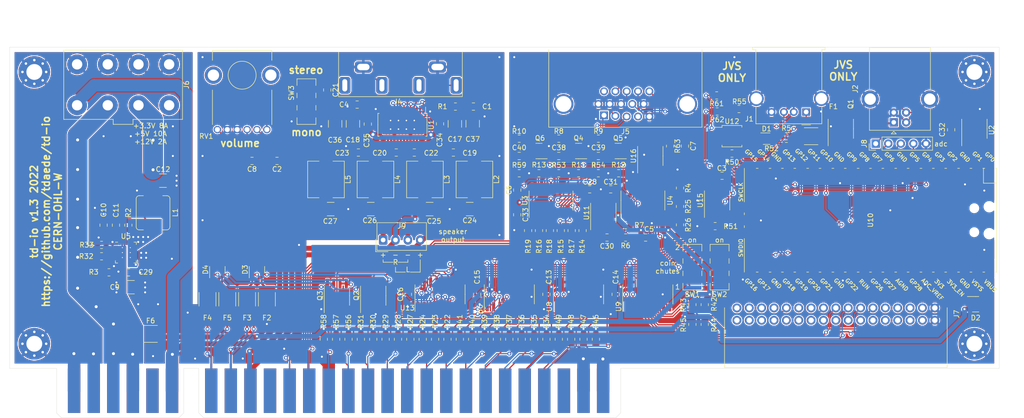
<source format=kicad_pcb>
(kicad_pcb (version 20211014) (generator pcbnew)
  (layers (0 "F.Cu" signal) (31 "B.Cu" signal) (34 "B.Paste" user) (35 "F.Paste" user) (36 "B.SilkS" user "B.Silkscreen") (37 "F.SilkS" user "F.Silkscreen") (38 "B.Mask" user) (39 "F.Mask" user) (44 "Edge.Cuts" user))
  (net 0 "")
  (net 1 "GND")
  (net 2 "+12V")
  (net 3 "Net-(C2-Pad2)")
  (net 4 "Net-(C2-Pad1)")
  (net 5 "+5V")
  (net 6 "Net-(C8-Pad2)")
  (net 7 "Net-(C8-Pad1)")
  (net 8 "+3V3")
  (net 9 "Net-(J1-Pad1)")
  (net 10 "Net-(J1-Pad2)")
  (net 11 "Net-(J1-Pad3)")
  (net 12 "Net-(C7-Pad1)")
  (net 13 "/p2_4")
  (net 14 "/p2start")
  (net 15 "/lockout1")
  (net 16 "/p2up")
  (net 17 "/jamma_green")
  (net 18 "/p2right")
  (net 19 "/jamma_sync")
  (net 20 "/p2left")
  (net 21 "/c2")
  (net 22 "/p2down")
  (net 23 "/p2_3")
  (net 24 "/meter1")
  (net 25 "/p2_1")
  (net 27 "/p2_2")
  (net 28 "/p1_4")
  (net 29 "/p1_3")
  (net 30 "/p1_2")
  (net 31 "/p1_1")
  (net 32 "/p1right")
  (net 33 "/p1left")
  (net 34 "/p1down")
  (net 35 "/p1up")
  (net 36 "/p1start")
  (net 37 "/c1")
  (net 38 "/jamma_blue")
  (net 39 "/jamma_red")
  (net 41 "/speaker+")
  (net 42 "/lockout2")
  (net 43 "/meter2")
  (net 44 "/vga_hsync")
  (net 45 "/vga_vsync")
  (net 46 "/vga_blue")
  (net 47 "/vga_green")
  (net 48 "/vga_red")
  (net 49 "Net-(D3-Pad2)")
  (net 50 "Net-(D4-Pad1)")
  (net 51 "Net-(F1-Pad1)")
  (net 57 "/p2_6")
  (net 63 "/p1_6")
  (net 65 "/p1_5")
  (net 69 "/p2_5")
  (net 79 "/lockout1_ctl")
  (net 80 "/meter1_ctl")
  (net 81 "/lockout2_ctl")
  (net 82 "/meter2_ctl")
  (net 83 "/speaker-")
  (net 84 "Net-(R1-Pad1)")
  (net 85 "Net-(R14-Pad1)")
  (net 86 "Net-(R15-Pad1)")
  (net 87 "Net-(R16-Pad1)")
  (net 88 "Net-(R25-Pad1)")
  (net 90 "/jvs_tx")
  (net 91 "/jvs_de")
  (net 92 "/jvs_re")
  (net 93 "/jvs_rx")
  (net 94 "/sr_clr")
  (net 95 "/sr_clk")
  (net 96 "/sr_data")
  (net 105 "Net-(C10-Pad1)")
  (net 106 "+3.3VP")
  (net 107 "Net-(R32-Pad2)")
  (net 111 "Net-(D1-Pad2)")
  (net 112 "Net-(F1-Pad2)")
  (net 113 "Net-(D1-Pad1)")
  (net 116 "/sense_0v")
  (net 117 "Net-(R5-Pad2)")
  (net 118 "Net-(R55-Pad2)")
  (net 119 "/termination")
  (net 120 "/service")
  (net 121 "/tilt")
  (net 122 "/test")
  (net 123 "Net-(U13-Pad9)")
  (net 124 "Net-(U6-Pad9)")
  (net 126 "Net-(U8-Pad9)")
  (net 130 "Net-(C1-Pad2)")
  (net 131 "Net-(C4-Pad2)")
  (net 132 "Net-(C19-Pad2)")
  (net 133 "Net-(C20-Pad2)")
  (net 134 "/speaker_r-")
  (net 135 "Net-(C21-Pad2)")
  (net 136 "Net-(C22-Pad2)")
  (net 137 "Net-(C23-Pad2)")
  (net 138 "/speaker_r+")
  (net 143 "-5V")
  (net 144 "+5VL")
  (net 145 "Net-(C19-Pad1)")
  (net 146 "Net-(C20-Pad1)")
  (net 147 "Net-(C22-Pad1)")
  (net 148 "Net-(C23-Pad1)")
  (net 149 "/l_in")
  (net 150 "/r_in")
  (net 154 "/sense_in_high")
  (net 155 "/sense_in_low")
  (net 157 "Net-(C30-Pad1)")
  (net 158 "Net-(C30-Pad2)")
  (net 161 "Net-(R25-Pad2)")
  (net 164 "/adc2")
  (net 165 "/adc1")
  (net 166 "/adc0")
  (net 167 "/blank")
  (net 168 "Net-(SW1-Pad1)")
  (net 170 "Net-(SW2-Pad1)")
  (net 171 "/blue_ac")
  (net 172 "/red_ac")
  (net 173 "/green_ac")
  (net 174 "/blue_fb")
  (net 175 "/red_fb")
  (net 176 "/green_fb")
  (net 178 "+5VD")
  (net 179 "Net-(D2-Pad3)")
  (net 180 "/vga_scl")
  (net 181 "/vga_sda")
  (net 182 "/i2c_sda")
  (net 183 "/i2c_scl")
  (net 184 "Net-(Q1-Pad5)")
  (net 192 "Net-(D4-Pad2)")
  (net 193 "Net-(D3-Pad1)")
  (net 194 "Net-(C11-Pad1)")
  (net 195 "/JVS Power/SW")
  (net 196 "Net-(R2-Pad1)")
  (net 197 "Net-(R3-Pad2)")
  (footprint "Capacitor_SMD:C_0805_2012Metric" (layer "F.Cu") (at 126.05 105 180)
    (fp_text reference "C2")
    (fp_text value "1uF")
  )
  (footprint "Capacitor_SMD:C_0805_2012Metric" (layer "F.Cu") (at 216 108)
    (fp_text reference "C3")
    (fp_text value "0.1uF")
  )
  (footprint "Capacitor_SMD:C_0805_2012Metric" (layer "F.Cu") (at 200.55 120.5)
    (fp_text reference "C5")
    (fp_text value "0.1uF")
  )
  (footprint "Capacitor_SMD:C_0805_2012Metric" (layer "F.Cu") (at 174.6 110.9 90)
    (fp_text reference "C6")
    (fp_text value "0.1uF")
  )
  (footprint "Capacitor_SMD:C_0805_2012Metric" (layer "F.Cu") (at 121 105 180)
    (fp_text reference "C8")
    (fp_text value "1uF")
  )
  (footprint "Package_TO_SOT_SMD:SOT-23" (layer "F.Cu") (at 267.25 134)
    (fp_text reference "D2")
    (fp_text value "BAT54C")
  )
  (footprint "td-io:DF1BZ-34DP-2.5DS" (layer "F.Cu") (at 239 136 180)
    (fp_text reference "J7")
    (fp_text value "Conn_02x17_Odd_Even")
  )
  (footprint "Resistor_SMD:R_0805_2012Metric" (layer "F.Cu") (at 229 100 180)
    (fp_text reference "R5")
    (fp_text value "120")
  )
  (footprint "Resistor_SMD:R_0805_2012Metric" (layer "F.Cu") (at 196.5 120.5 180)
    (fp_text reference "R6")
    (fp_text value "10k")
  )
  (footprint "Resistor_SMD:R_0805_2012Metric" (layer "F.Cu") (at 187 107.5)
    (fp_text reference "R11")
    (fp_text value "330")
  )
  (footprint "Resistor_SMD:R_0805_2012Metric" (layer "F.Cu") (at 187.8125 119.1 -90)
    (fp_text reference "R14")
    (fp_text value "1k")
  )
  (footprint "Resistor_SMD:R_0805_2012Metric" (layer "F.Cu") (at 183.4 119.1 -90)
    (fp_text reference "R15")
    (fp_text value "1k")
  )
  (footprint "Resistor_SMD:R_0805_2012Metric" (layer "F.Cu") (at 181.2 119.1 90)
    (fp_text reference "R18")
    (fp_text value "75")
  )
  (footprint "Package_SO:SOIC-14_3.9x8.7mm_P1.27mm" (layer "F.Cu") (at 181.43 113.025 90)
    (fp_text reference "U3")
    (fp_text value "ADA4861-3")
  )
  (footprint "Package_SO:SOIC-14_3.9x8.7mm_P1.27mm" (layer "F.Cu") (at 200 113 90)
    (fp_text reference "U4")
    (fp_text value "74LS86")
  )
  (footprint "Package_SO:SOIC-16_3.9x9.9mm_P1.27mm" (layer "F.Cu") (at 173 132 90)
    (fp_text reference "U6")
    (fp_text value "74LV165")
  )
  (footprint "td-io:RPi_Pico_SMD" (layer "F.Cu") (at 246 117 -90)
    (fp_text reference "U10")
    (fp_text value "Pico")
  )
  (footprint "Resistor_SMD:R_0805_2012Metric" (layer "F.Cu") (at 212.5 134.0875 -90)
    (fp_text reference "R42")
    (fp_text value "10k")
  )
  (footprint "Resistor_SMD:R_0805_2012Metric" (layer "F.Cu") (at 210 138.0875 -90)
    (fp_text reference "R45")
    (fp_text value "10k")
  )
  (footprint "Package_SO:SOIC-16_3.9x9.9mm_P1.27mm" (layer "F.Cu") (at 187 132 90)
    (fp_text reference "U8")
    (fp_text value "74LV165")
  )
  (footprint "Package_SO:SOIC-16_3.9x9.9mm_P1.27mm" (layer "F.Cu") (at 201 132 90)
    (fp_text reference "U9")
    (fp_text value "74LV165")
  )
  (footprint "Resistor_SMD:R_0805_2012Metric" (layer "F.Cu") (at 168 141.0875 -90)
    (fp_text reference "R39")
    (fp_text value "10k")
  )
  (footprint "Resistor_SMD:R_0805_2012Metric" (layer "F.Cu") (at 155.5 141.0875 -90)
    (fp_text reference "R24")
    (fp_text value "10k")
  )
  (footprint "Resistor_SMD:R_0805_2012Metric" (layer "F.Cu") (at 173 141.0875 -90)
    (fp_text reference "R37")
    (fp_text value "10k")
  )
  (footprint "Resistor_SMD:R_0805_2012Metric" (layer "F.Cu") (at 165.5 141.0875 -90)
    (fp_text reference "R40")
    (fp_text value "10k")
  )
  (footprint "Resistor_SMD:R_0805_2012Metric" (layer "F.Cu") (at 163 141.0875 -90)
    (fp_text reference "R41")
    (fp_text value "10k")
  )
  (footprint "Resistor_SMD:R_0805_2012Metric" (layer "F.Cu") (at 178 141.0875 -90)
    (fp_text reference "R35")
    (fp_text value "10k")
  )
  (footprint "Resistor_SMD:R_0805_2012Metric" (layer "F.Cu") (at 183 141.0875 -90)
    (fp_text reference "R49")
    (fp_text value "10k")
  )
  (footprint "Resistor_SMD:R_0805_2012Metric" (layer "F.Cu") (at 145.5 141.0875 -90)
    (fp_text reference "R30")
    (fp_text value "10k")
  )
  (footprint "Resistor_SMD:R_0805_2012Metric" (layer "F.Cu") (at 180.5 141.0875 -90)
    (fp_text reference "R34")
    (fp_text value "10k")
  )
  (footprint "Resistor_SMD:R_0805_2012Metric" (layer "F.Cu") (at 170.5 141.0875 -90)
    (fp_text reference "R38")
    (fp_text value "10k")
  )
  (footprint "Resistor_SMD:R_0805_2012Metric" (layer "F.Cu") (at 143 141.0875 -90)
    (fp_text reference "R31")
    (fp_text value "10k")
  )
  (footprint "Resistor_SMD:R_0805_2012Metric" (layer "F.Cu") (at 188 141.0875 -90)
    (fp_text reference "R47")
    (fp_text value "10k")
  )
  (footprint "Resistor_SMD:R_0805_2012Metric" (layer "F.Cu") (at 190.5 141.0875 -90)
    (fp_text reference "R46")
    (fp_text value "10k")
  )
  (footprint "Resistor_SMD:R_0805_2012Metric" (layer "F.Cu") (at 158 141.0875 -90)
    (fp_text reference "R23")
    (fp_text value "10k")
  )
  (footprint "Resistor_SMD:R_0805_2012Metric" (layer "F.Cu") (at 185.5 141.0875 -90)
    (fp_text reference "R48")
    (fp_text value "10k")
  )
  (footprint "Resistor_SMD:R_0805_2012Metric" (layer "F.Cu") (at 160.5 141.0875 -90)
    (fp_text reference "R22")
    (fp_text value "10k")
  )
  (footprint "Resistor_SMD:R_0805_2012Metric" (layer "F.Cu") (at 150.5 141.0875 -90)
    (fp_text reference "R28")
    (fp_text value "10k")
  )
  (footprint "Resistor_SMD:R_0805_2012Metric" (layer "F.Cu") (at 148 141.0875 -90)
    (fp_text reference "R29")
    (fp_text value "10k")
  )
  (footprint "Resistor_SMD:R_0805_2012Metric" (layer "F.Cu") (at 153 141.0875 -90)
    (fp_text reference "R27")
    (fp_text value "10k")
  )
  (footprint "td-io:B08P-VL" (layer "F.Cu") (at 94.95 89.6 180)
    (fp_text reference "J6")
    (fp_text value "Conn_02x04_Top_Bottom")
  )
  (footprint "Capacitor_SMD:C_1210_3225Metric" (layer "F.Cu") (at 103 109)
    (fp_text reference "C12")
    (fp_text value "100uF")
  )
  (footprint "MountingHole:MountingHole_3.2mm_M3_Pad_Via" (layer "F.Cu") (at 267 142)
    (fp_text reference "H1" hide)
    (fp_text value "MountingHole_Pad")
  )
  (footprint "MountingHole:MountingHole_3.2mm_M3_Pad_Via" (layer "F.Cu") (at 77 142)
    (fp_text reference "H2" hide)
    (fp_text value "MountingHole_Pad")
  )
  (footprint "MountingHole:MountingHole_3.2mm_M3_Pad_Via" (layer "F.Cu") (at 267 87)
    (fp_text reference "H3" hide)
    (fp_text value "MountingHole_Pad")
  )
  (footprint "MountingHole:MountingHole_3.2mm_M3_Pad_Via" (layer "F.Cu") (at 77 87)
    (fp_text reference "H4" hide)
    (fp_text value "MountingHole_Pad")
  )
  (footprint "Capacitor_SMD:C_0805_2012Metric" (layer "F.Cu") (at 180.5 132 -90)
    (fp_text reference "C13")
    (fp_text value "0.1uF")
  )
  (footprint "Capacitor_SMD:C_0805_2012Metric" (layer "F.Cu") (at 194.5 132 -90)
    (fp_text reference "C14")
    (fp_text value "0.1uF")
  )
  (footprint "Capacitor_SMD:C_0805_2012Metric" (layer "F.Cu") (at 166.5 132 -90)
    (fp_text reference "C15")
    (fp_text value "0.1uF")
  )
  (footprint "Package_TO_SOT_SMD:SOT-363_SC-70-6" (layer "F.Cu") (at 225 100.5)
    (fp_text reference "D1")
    (fp_text value "BAV99S")
  )
  (footprint "Package_SO:SOIC-8_3.9x4.9mm_P1.27mm" (layer "F.Cu") (at 240 98.5 90)
    (fp_text reference "Q1")
    (fp_text value "AO4818B")
  )
  (footprint "Resistor_SMD:R_0805_2012Metric" (layer "F.Cu") (at 218 103.5 180)
    (fp_text reference "R50")
    (fp_text value "10k")
  )
  (footprint "Resistor_SMD:R_0805_2012Metric" (layer "F.Cu") (at 229 102 180)
    (fp_text reference "R52")
    (fp_text value "100")
  )
  (footprint "Resistor_SMD:R_0805_2012Metric" (layer "F.Cu") (at 219.4125 94.5 180)
    (fp_text reference "R55")
    (fp_text value "1k")
  )
  (footprint "Package_SO:SOIC-8_3.9x4.9mm_P1.27mm" (layer "F.Cu") (at 267 98.5 90)
    (fp_text reference "U2")
    (fp_text value "ISL3175EIBZ-T")
  )
  (footprint "Package_SO:SOP-4_3.8x4.1mm_P2.54mm" (layer "F.Cu") (at 218 100)
    (fp_text reference "U12")
    (fp_text value "CPC1017N")
  )
  (footprint "Resistor_SMD:R_0805_2012Metric" (layer "F.Cu") (at 214.6 118.2)
    (fp_text reference "R51")
    (fp_text value "10k")
  )
  (footprint "Capacitor_SMD:C_0805_2012Metric" (layer "F.Cu") (at 165.75 94 180)
    (fp_text reference "C1")
    (fp_text value "1uF")
  )
  (footprint "Capacitor_SMD:C_0805_2012Metric" (layer "F.Cu") (at 161.7 103.3)
    (fp_text reference "C19")
    (fp_text value "1uF")
  )
  (footprint "Capacitor_SMD:C_0805_2012Metric" (layer "F.Cu") (at 142.5 103.3 180)
    (fp_text reference "C23")
    (fp_text value "1uF")
  )
  (footprint "Package_SO:SOIC-8_3.9x4.9mm_P1.27mm" (layer "F.Cu") (at 145.5 132.275 90)
    (fp_text reference "Q2")
    (fp_text value "AO4818B")
  )
  (footprint "Package_SO:SOIC-8_3.9x4.9mm_P1.27mm" (layer "F.Cu") (at 138.155 132.275 90)
    (fp_text reference "Q3")
    (fp_text value "AO4818B")
  )
  (footprint "td-io:PTV112-4420A-A503" (layer "F.Cu") (at 119 87.655)
    (fp_text reference "RV1")
    (fp_text value "R_POT_Dual")
  )
  (footprint "Capacitor_SMD:C_0805_2012Metric" (layer "F.Cu") (at 152.5 132 -90)
    (fp_text reference "C16")
    (fp_text value "0.1uF")
  )
  (footprint "Resistor_SMD:R_0805_2012Metric" (layer "F.Cu") (at 140.5 141.0875 -90)
    (fp_text reference "R56")
    (fp_text value "10k")
  )
  (footprint "Resistor_SMD:R_0805_2012Metric" (layer "F.Cu") (at 138 141.0875 -90)
    (fp_text reference "R57")
    (fp_text value "10k")
  )
  (footprint "Resistor_SMD:R_0805_2012Metric" (layer "F.Cu") (at 135.5 141.0875 -90)
    (fp_text reference "R58")
    (fp_text value "10k")
  )
  (footprint "Package_SO:SOIC-16_3.9x9.9mm_P1.27mm" (layer "F.Cu") (at 159 132 90)
    (fp_text reference "U13")
    (fp_text value "74LV165")
  )
  (footprint "Resistor_SMD:R_0805_2012Metric" (layer "F.Cu") (at 175.5 141.0875 -90)
    (fp_text reference "R36")
    (fp_text value "10k")
  )
  (footprint "Resistor_SMD:R_0805_2012Metric" (layer "F.Cu") (at 212.5 138.0875 -90)
    (fp_text reference "R44")
    (fp_text value "10k")
  )
  (footprint "td-io:JAMMA" (layer "F.Cu") (at 138.5 156)
    (fp_text reference "J3" hide)
    (fp_text value "JAMMA_Edge")
  )
  (footprint "td-io:PJRAN2X1U01AUX" (layer "F.Cu") (at 158.5 86 180)
    (fp_text reference "J4")
    (fp_text value "Conn_Coaxial_x2")
  )
  (footprint "Package_SO:SOIC-8_3.9x4.9mm_P1.27mm" (layer "F.Cu") (at 215 113 90)
    (fp_text reference "U15")
    (fp_text value "LM2903")
  )
  (footprint "Capacitor_SMD:C_0805_2012Metric" (layer "F.Cu") (at 189.25 110.75)
    (fp_text reference "C28")
    (fp_text value "3.3uF")
  )
  (footprint "Capacitor_SMD:C_0805_2012Metric" (layer "F.Cu") (at 192.75 120.5)
    (fp_text reference "C30")
    (fp_text value "3.3uF")
  )
  (footprint "Capacitor_SMD:C_0805_2012Metric" (layer "F.Cu") (at 193.5 110.75 180)
    (fp_text reference "C31")
    (fp_text value "3.3uF")
  )
  (footprint "td-io:DSUB-15-HD_Female_Horizontal_P2.29x2.5mm_EdgePinOffset8.35mm_Housed_MountingHolesOffset10.89mm" (layer "F.Cu") (at 192.145 94.75 180)
    (fp_text reference "J5")
    (fp_text value "DB15_Female_HighDensity_MountingHoles")
  )
  (footprint "Resistor_SMD:R_0805_2012Metric" (layer "F.Cu") (at 207.5 110.4875 -90)
    (fp_text reference "R4")
    (fp_text value "10k")
  )
  (footprint "Resistor_SMD:R_0805_2012Metric" (layer "F.Cu") (at 207.5 114.2125 -90)
    (fp_text reference "R25")
    (fp_text value "20k")
  )
  (footprint "Resistor_SMD:R_0805_2012Metric" (layer "F.Cu") (at 207.5 117.9375 -90)
    (fp_text reference "R26")
    (fp_text value "10k")
  )
  (footprint "Connector_USB:USB_A_Molex_67643_Horizontal" (layer "F.Cu") (at 233 95.1 180)
    (fp_text reference "J1")
    (fp_text value "USB_A")
  )
  (footprint "Connector_USB:USB_B_OST_USB-B1HSxx_Horizontal" (layer "F.Cu") (at 250.7 97.2 90)
    (fp_text reference "J2")
    (fp_text value "USB_B")
  )
  (footprint "td-io:HTSSOP-28-1EP_4.4x9.7mm_P0.65mm_tpa3138_ThermalVias" (layer "F.Cu") (at 151.4 97.7 -90)
    (fp_text reference "U1")
    (fp_text value "TPA3138D2")
  )
  (footprint "Capacitor_SMD:C_1210_3225Metric" (layer "F.Cu") (at 136.9 114.75)
    (fp_text reference "C27")
    (fp_text value "2.2uF 50V")
  )
  (footprint "Capacitor_SMD:C_1210_3225Metric" (layer "F.Cu") (at 156.9 114.75)
    (fp_text reference "C25")
    (fp_text value "2.2uF 50V")
  )
  (footprint "Capacitor_SMD:C_1210_3225Metric" (layer "F.Cu") (at 145 114.75 180)
    (fp_text reference "C26")
    (fp_text value "2.2uF 50V")
  )
  (footprint "Capacitor_SMD:C_1210_3225Metric" (layer "F.Cu") (at 165 114.75 180)
    (fp_text reference "C24")
    (fp_text value "2.2uF 50V")
  )
  (footprint "Inductor_SMD:L_7.3x7.3_H4.5" (layer "F.Cu") (at 135.95 108.75 -90)
    (fp_text reference "L5")
    (fp_text value "15uH")
  )
  (footprint "Inductor_SMD:L_7.3x7.3_H4.5" (layer "F.Cu") (at 155.95 108.75 -90)
    (fp_text reference "L3")
    (fp_text value "15uH")
  )
  (footprint "Capacitor_SMD:C_0805_2012Metric" (layer "F.Cu") (at 150.15 103.3)
    (fp_text reference "C20")
    (fp_text value "1uF")
  )
  (footprint "Capacitor_SMD:C_0805_2012Metric" (layer "F.Cu") (at 153.8 103.3 180)
    (fp_text reference "C22")
    (fp_text value "1uF")
  )
  (footprint "Inductor_SMD:L_7.3x7.3_H4.5" (layer "F.Cu") (at 145.95 108.75 -90)
    (fp_text reference "L4")
    (fp_text value "15uH")
  )
  (footprint "Inductor_SMD:L_7.3x7.3_H4.5" (layer "F.Cu") (at 165.95 108.75 -90)
    (fp_text reference "L2")
    (fp_text value "15uH")
  )
  (footprint "Capacitor_SMD:C_1210_3225Metric" (layer "F.Cu") (at 162 97.5 90)
    (fp_text reference "C17")
    (fp_text value "47uF 16V")
  )
  (footprint "Capacitor_SMD:C_1210_3225Metric" (layer "F.Cu") (at 141.4 97.5 90)
    (fp_text reference "C18")
    (fp_text value "47uF 16V")
  )
  (footprint "Resistor_SMD:R_0805_2012Metric" (layer "F.Cu") (at 162.1125 94)
    (fp_text reference "R1")
    (fp_text value "10k")
  )
  (footprint "Capacitor_SMD:C_0805_2012Metric" (layer "F.Cu") (at 136.2 90.65 -90)
    (fp_text reference "C21")
    (fp_text value "1uF")
  )
  (footprint "Capacitor_SMD:C_0805_2012Metric" (layer "F.Cu") (at 262.3 98.7 -90)
    (fp_text reference "C32")
    (fp_text value "0.1uF")
  )
  (footprint "Inductor_SMD:L_Bourns_SRP7028A_7.3x6.6mm" (layer "F.Cu") (at 101 115.5 90)
    (fp_text reference "L1")
    (fp_text value "1.5uH")
  )
  (footprint "Capacitor_SMD:C_1210_3225Metric" (layer "F.Cu") (at 96.525 130.55)
    (fp_text reference "C9")
    (fp_text value "100uF")
  )
  (footprint "Capacitor_SMD:C_0805_2012Metric" (layer "F.Cu") (at 96.05 127.55)
    (fp_text reference "C29")
    (fp_text value "4.7uF")
  )
  (footprint "Resistor_SMD:R_0805_2012Metric" (layer "F.Cu") (at 90.5875 122 180)
    (fp_text reference "R33")
    (fp_text value "330")
  )
  (footprint "Resistor_SMD:R_0805_2012Metric" (layer "F.Cu") (at 90.5875 124.3)
    (fp_text reference "R32")
    (fp_text value "1k")
  )
  (footprint "Capacitor_SMD:C_0805_2012Metric" (layer "F.Cu") (at 91 118 90)
    (fp_text reference "C10")
    (fp_text value "0.1uF")
  )
  (footprint "Capacitor_SMD:C_0805_2012Metric" (layer "F.Cu") (at 93.5 118 90)
    (fp_text reference "C11")
    (fp_text value "0.1uF")
  )
  (footprint "Capacitor_SMD:C_0805_2012Metric" (layer "F.Cu") (at 174.6 115.9 -90)
    (fp_text reference "C33")
    (fp_text value "3.3uF")
  )
  (footprint "Capacitor_SMD:C_0805_2012Metric" (layer "F.Cu") (at 159 97.5 90)
    (fp_text reference "C34")
    (fp_text value "0.1uF")
  )
  (footprint "Capacitor_SMD:C_0805_2012Metric" (layer "F.Cu") (at 144.4 97.55 90)
    (fp_text reference "C35")
    (fp_text value "0.1uF")
  )
  (footprint "Capacitor_SMD:C_1210_3225Metric" (layer "F.Cu") (at 165.6 97.475 90)
    (fp_text reference "C37")
    (fp_text value "47uF 16V")
  )
  (footprint "Capacitor_SMD:C_1210_3225Metric" (layer "F.Cu") (at 137.8 97.5 90)
    (fp_text reference "C36")
    (fp_text value "47uF 16V")
  )
  (footprint "Capacitor_SMD:C_0805_2012Metric" (layer "F.Cu") (at 142.25 93.6)
    (fp_text reference "C4")
    (fp_text value "1uF")
  )
  (footprint "Button_Switch_SMD:SW_DPDT_CK_JS202011JCQN" (layer "F.Cu") (at 132 93 90)
    (fp_text reference "SW3")
    (fp_text value "SW_DPDT_x2")
  )
  (footprint "Connector_PinHeader_2.54mm:PinHeader_1x05_P2.54mm_Vertical" (layer "F.Cu") (at 247.05 101.5 90)
    (fp_text reference "J8")
    (fp_text value "DNP")
  )
  (footprint "Capacitor_SMD:C_0805_2012Metric" (layer "F.Cu") (at 175 104)
    (fp_text reference "C40")
    (fp_text value "1uF")
  )
  (footprint "Package_TO_SOT_SMD:SOT-23" (layer "F.Cu") (at 187 103 180)
    (fp_text reference "Q4")
    (fp_text value "2N7002NXBKR")
  )
  (footprint "Button_Switch_SMD:SW_DPDT_CK_JS202011JCQN" (layer "F.Cu") (at 210 126.5 90)
    (fp_text reference "SW1")
    (fp_text value "SW_DPDT_x2")
  )
  (footprint "Button_Switch_SMD:SW_DPDT_CK_JS202011JCQN" (layer "F.Cu") (at 215.5 126.5 90)
    (fp_text reference "SW2")
    (fp_text value "SW_DPDT_x2")
  )
  (footprint "Resistor_SMD:R_0805_2012Metric" (layer "F.Cu") (at 210 134.0875 -90)
    (fp_text reference "R43")
    (fp_text value "10k")
  )
  (footprint "Resistor_SMD:R_0805_2012Metric" (layer "F.Cu") (at 196.5 118)
    (fp_text reference "R7")
    (fp_text value "10k")
  )
  (footprint "Resistor_SMD:R_0805_2012Metric" (layer "F.Cu") (at 183 107.5)
    (fp_text reference "R53")
    (fp_text value "10k")
  )
  (footprint "Resistor_SMD:R_0805_2012Metric" (layer "F.Cu") (at 175 100.5)
    (fp_text reference "R10")
    (fp_text value "75")
  )
  (footprint "Capacitor_SMD:C_0805_2012Metric" (layer "F.Cu") (at 183 104)
    (fp_text reference "C38")
    (fp_text value "1uF")
  )
  (footprint "Resistor_SMD:R_0805_2012Metric" (layer "F.Cu") (at 183 100.5)
    (fp_text reference "R8")
    (fp_text value "75")
  )
  (footprint "Resistor_SMD:R_0805_2012Metric" (layer "F.Cu") (at 179 119.1 -90)
    (fp_text reference "R16")
    (fp_text value "1k")
  )
  (footprint "Resistor_SMD:R_0805_2012Metric" (layer "F.Cu") (at 176.8 119.1 90)
    (fp_text reference "R19")
    (fp_text value "75")
  )
  (footprint "Resistor_SMD:R_0805_2012Metric" (layer "F.Cu") (at 175 107.5)
    (fp_text reference "R59")
    (fp_text value "10k")
  )
  (footprint "Package_TO_SOT_SMD:SOT-23" (layer "F.Cu") (at 179 103 180)
    (fp_text reference "Q6")
    (fp_text value "2N7002NXBKR")
  )
  (footprint "Resistor_SMD:R_0805_2012Metric" (layer "F.Cu") (at 191 107.5)
    (fp_text reference "R54")
    (fp_text value "10k")
  )
  (footprint "Capacitor_SMD:C_0805_2012Metric" (layer "F.Cu") (at 191 104)
    (fp_text reference "C39")
    (fp_text value "1uF")
  )
  (footprint "Package_TO_SOT_SMD:SOT-23" (layer "F.Cu") (at 195 103 180)
    (fp_text reference "Q5")
    (fp_text value "2N7002NXBKR")
  )
  (footprint "Resistor_SMD:R_0805_2012Metric" (layer "F.Cu") (at 191 100.5)
    (fp_text reference "R9")
    (fp_text value "75")
  )
  (footprint "Resistor_SMD:R_0805_2012Metric" (layer "F.Cu") (at 195.0875 107.5)
    (fp_text reference "R12")
    (fp_text value "330")
  )
  (footprint "Resistor_SMD:R_0805_2012Metric" (layer "F.Cu") (at 179 107.5)
    (fp_text reference "R13")
    (fp_text value "330")
  )
  (footprint "Resistor_SMD:R_0805_2012Metric" (layer "F.Cu") (at 185.6 119.1 90)
    (fp_text reference "R17")
    (fp_text value "75")
  )
  (footprint "Resistor_SMD:R_0805_2012Metric" (layer "F.Cu") (at 214.9125 91.75 180)
    (fp_text reference "R61")
    (fp_text value "10k")
  )
  (footprint "Resistor_SMD:R_0805_2012Metric" (layer "F.Cu") (at 215 95 180)
    (fp_text reference "R62")
    (fp_text value "10k")
  )
  (footprint "Resistor_SMD:R_0805_2012Metric" (layer "F.Cu") (at 205.5 102 90)
    (fp_text reference "R63")
    (fp_text value "200k")
  )
  (footprint "Package_SO:SO-8_3.9x4.9mm_P1.27mm" (layer "F.Cu") (at 201.5 104 90)
    (fp_text reference "U16")
    (fp_text value "PCA9306D")
  )
  (footprint "td-io:JST_SH_B4B-NH-A_1x04_P2.50mm_Vertical" (layer "F.Cu") (at 147.5 121)
    (fp_text reference "J9")
    (fp_text value "Conn_01x04_Male")
  )
  (footprint "Resistor_SMD:R_1812_4532Metric" (layer "F.Cu") (at 120 133 90)
    (fp_text reference "F3")
    (fp_text value "Polyfuse")
  )
  (footprint "Resistor_SMD:R_1812_4532Metric" (layer "F.Cu") (at 124 133 90)
    (fp_text reference "F2")
    (fp_text value "Polyfuse")
  )
  (footprint "Resistor_SMD:R_1812_4532Metric" (layer "F.Cu") (at 234 100 180)
    (fp_text reference "F1")
    (fp_text value "Polyfuse")
  )
  (footprint "Resistor_SMD:R_1812_4532Metric" (layer "F.Cu") (at 100.5 140)
    (fp_text reference "F6")
    (fp_text value "Polyfuse")
  )
  (footprint "Resistor_SMD:R_0805_2012Metric" (layer "F.Cu") (at 96 118 90)
    (fp_text reference "R2")
    (fp_text value "10k")
  )
  (footprint "td-io:AOS_QFN-23-2EP_4x4mm_P0.5mm" (layer "F.Cu") (at 95.5 123.55)
    (fp_text reference "U5")
    (fp_text value "AOZ2262NQI-11")
  )
  (footprint "Resistor_SMD:R_1812_4532Metric" (layer "F.Cu") (at 112 133 90)
    (fp_text reference "F4")
    (fp_text value "Polyfuse")
  )
  (footprint "Resistor_SMD:R_1812_4532Metric" (layer "F.Cu") (at 116 133 90)
    (fp_text reference "F5")
    (fp_text value "Polyfuse")
  )
  (footprint "Capacitor_SMD:C_0805_2012Metric" (layer "F.Cu") (at 208.5 102 -90)
    (fp_text reference "C7")
    (fp_text value "0.1uF")
  )
  (footprint "Package_SO:SOIC-8_3.9x4.9mm_P1.27mm" (layer "F.Cu") (at 192 115.5 90)
    (fp_text reference "U11")
    (fp_text value "MAX860")
  )
  (footprint "Resistor_SMD:R_0805_2012Metric" (layer "F.Cu") (at 92.0875 127.55 180)
    (fp_text reference "R3")
    (fp_text value "200k")
  )
  (footprint "Package_TO_SOT_SMD:SOT-23" (layer "F.Cu") (at 122 127 90)
    (fp_text reference "D3")
    (fp_text value "MMBZ18VALT1G")
  )
  (footprint "Package_TO_SOT_SMD:SOT-23" (layer "F.Cu") (at 114 127 90)
    (fp_text reference "D4")
    (fp_text value "MMBZ18VALT1G")
  )
  (gr_line (start 155 125) (end 155 127.5) (layer "F.SilkS") (width 0.12))
  (gr_line (start 152.5 125.5) (end 150.5 125.5) (layer "F.SilkS") (width 0.12))
  (gr_line (start 152.5 125) (end 152.5 125.5) (layer "F.SilkS") (width 0.12))
  (gr_line (start 150 126.5) (end 150 127.5) (layer "F.SilkS") (width 0.12))
  (gr_line (start 147.5 125.5) (end 149.5 125.5) (layer "F.SilkS") (width 0.12))
  (gr_line (start 155 127.5) (end 153 127.5) (layer "F.SilkS") (width 0.12))
  (gr_line (start 150 127.5) (end 152 127.5) (layer "F.SilkS") (width 0.12))
  (gr_line (start 147.5 125) (end 147.5 125.5) (layer "F.SilkS") (width 0.12))
  (gr_line (start 272 147) (end 195.5 147) (layer "Edge.Cuts") (width 0.05))
  (gr_line (start 72 82) (end 272 82) (layer "Edge.Cuts") (width 0.05))
  (gr_line (start 272 82) (end 272 147) (layer "Edge.Cuts") (width 0.05))
  (gr_line (start 195.5 156) (end 194.5 157) (layer "Edge.Cuts") (width 0.05))
  (gr_line (start 110.25 156) (end 111.25 157) (layer "Edge.Cuts") (width 0.05))
  (gr_line (start 107.2 156) (end 106.2 157) (layer "Edge.Cuts") (width 0.05))
  (gr_line (start 82.5 157) (end 81.5 156) (layer "Edge.Cuts") (width 0.05))
  (gr_line (start 110.25 147) (end 107.2 147) (layer "Edge.Cuts") (width 0.05))
  (gr_line (start 72 147) (end 72 82) (layer "Edge.Cuts") (width 0.05))
  (gr_line (start 81.5 147) (end 72 147) (layer "Edge.Cuts") (width 0.05))
  (gr_line (start 106.2 157) (end 82.5 157) (layer "Edge.Cuts") (width 0.05))
  (gr_line (start 110.25 156) (end 110.25 147) (layer "Edge.Cuts") (width 0.05))
  (gr_line (start 81.5 156) (end 81.5 147) (layer "Edge.Cuts") (width 0.05))
  (gr_line (start 195.5 147) (end 195.5 156) (layer "Edge.Cuts") (width 0.05))
  (gr_line (start 194.5 157) (end 111.25 157) (layer "Edge.Cuts") (width 0.05))
  (gr_line (start 107.2 147) (end 107.2 156) (layer "Edge.Cuts") (width 0.05))
  (gr_text "+" (at 155 124) (layer "F.SilkS") (effects (font (size 1 1))))
  (gr_text "-" (at 152.5 124) (layer "F.SilkS") (effects (font (size 1 1))))
  (gr_text "JVS\nONLY" (at 240.5 86.75) (layer "F.SilkS") (effects (font (size 1.5 1.5) (thickness 0.3))))
  (gr_text "stereo" (at 131.9 86.6) (layer "F.SilkS") (effects (font (size 1.5 1.5) (thickness 0.3))))
  (gr_text "mono" (at 132 99.2) (layer "F.SilkS") (effects (font (size 1.5 1.5) (thickness 0.3))))
  (gr_text "on" (at 215.5 121) (layer "F.SilkS") (effects (font (size 1 1))))
  (gr_text "-" (at 150 124) (layer "F.SilkS") (effects (font (size 1 1))))
  (gr_text "+" (at 147.5 124) (layer "F.SilkS") (effects (font (size 1 1))))
  (gr_text "coin\nchutes" (at 205 126.5) (layer "F.SilkS") (effects (font (size 1 1))))
  (gr_text "adc" (at 260.25 101.55) (layer "F.SilkS") (effects (font (size 1 1))))
  (gr_text "JVS\nONLY" (at 218 87) (layer "F.SilkS") (effects (font (size 1.5 1.5) (thickness 0.3))))
  (gr_text "speaker\noutput" (at 161.6 120.1) (layer "F.SilkS") (effects (font (size 1 1))))
  (gr_text "td-io v1.3 2022\nhttps://github.com/tdaede/td-io\nCERN-OHL-W" (at 79.375 115.25 90) (layer "F.SilkS") (effects (font (size 1.5 1.5) (thickness 0.3))))
  (gr_text "L" (at 152.5 127) (layer "F.SilkS") (effects (font (size 1 1))))
  (gr_text "R" (at 150 125.5) (layer "F.SilkS") (effects (font (size 1 1))))
  (gr_text "on" (at 210 121) (layer "F.SilkS") (effects (font (size 1 1))))
  (gr_text "2" (at 207 122.5) (layer "F.SilkS") (effects (font (size 1 1))))
  (gr_text "+3.3V 8A\n+5V 10A\n+12V 2A" (at 100.5 99.5) (layer "F.SilkS") (effects (font (size 1 1))))
  (gr_text "volume" (at 118.6 101.4) (layer "F.SilkS") (effects (font (size 1.5 1.5) (thickness 0.3))))
  (gr_text "1" (at 207 130.5) (layer "F.SilkS") (effects (font (size 1 1))))
  (segment (start 180.5 132.95) (end 180.5 133) (width 0.25) (layer "F.Cu") (net 1))
  (segment (start 140.4 94.1) (end 140.3 94) (width 0.25) (layer "F.Cu") (net 1))
  (segment (start 265.1 109.3) (end 265.1 109.75) (width 0.25) (layer "F.Cu") (net 1))
  (segment (start 239.65 109.301574) (end 239.848417 109.499991) (width 0.25) (layer "F.Cu") (net 1))
  (segment (start 136.52 151.5) (end 136.52 146.020062) (width 2.5) (layer "F.Cu") (net 1))
  (segment (start 135.519935 145.019997) (end 135.119936 144.619998) (width 2.5) (layer "F.Cu") (net 1))
  (segment (start 188 145.08) (end 187.96 145.04) (width 2.5) (layer "F.Cu") (net 1))
  (segment (start 268.905 95.305) (end 268.1 94.5) (width 0.25) (layer "F.Cu") (net 1))
  (segment (start 155.825 129.525) (end 155.825 131.247578) (width 0.25) (layer "F.Cu") (net 1))
  (segment (start 226.95 108.476761) (end 226.86677 108.559991) (width 0.25) (layer "F.Cu") (net 1))
  (segment (start 93.102672 123.3) (end 92.8 122.997328) (width 0.25) (layer "F.Cu") (net 1))
  (segment (start 155.825 131.247578) (end 156.246197 131.668775) (width 0.25) (layer "F.Cu") (net 1))
  (segment (start 152.5 132.95) (end 152.5 134.5) (width 0.25) (layer "F.Cu") (net 1))
  (segment (start 136.52 146.020062) (end 135.519935 145.019997) (width 2.5) (layer "F.Cu") (net 1))
  (segment (start 177.445 132.555) (end 177.5 132.5) (width 0.25) (layer "F.Cu") (net 1))
  (segment (start 93.5625 123.3) (end 93.5625 123.8) (width 0.25) (layer "F.Cu") (net 1))
  (segment (start 147.175 94.8375) (end 146.3375 94.8375) (width 0.25) (layer "F.Cu") (net 1))
  (segment (start 146.3375 94.8375) (end 146 94.5) (width 0.25) (layer "F.Cu") (net 1))
  (segment (start 88.92 144) (end 85 144) (width 2.5) (layer "F.Cu") (net 1))
  (segment (start 177.445 134.475) (end 177.445 132.555) (width 0.25) (layer "F.Cu") (net 1))
  (segment (start 196 102.05) (end 196 100.75) (width 0.25) (layer "F.Cu") (net 1))
  (segment (start 166.5 133.5) (end 167 134) (width 0.25) (layer "F.Cu") (net 1))
  (segment (start 89 151.5) (end 89 144.08) (width 2.5) (layer "F.Cu") (net 1))
  (segment (start 146.135 134.75) (end 146.135 135.865) (width 0.25) (layer "F.Cu") (net 1))
  (segment (start 92.8 122.997328) (end 92.8 121.4) (width 0.25) (layer "F.Cu") (net 1))
  (segment (start 226.95 129.400852) (end 227 129.450852) (width 0.25) (layer "F.Cu") (net 1))
  (segment (start 196 100.75) (end 196.5 100.25) (width 0.25) (layer "F.Cu") (net 1))
  (segment (start 141.3 94.1) (end 140.4 94.1) (width 0.25) (layer "F.Cu") (net 1))
  (segment (start 180.5 134.5) (end 180 135) (width 0.25) (layer "F.Cu") (net 1))
  (segment (start 268.905 96.025) (end 268.905 95.305) (width 0.25) (layer "F.Cu") (net 1))
  (segment (start 239.65 125.89) (end 239.65 128.45) (width 0.25) (layer "F.Cu") (net 1))
  (segment (start 239.65 108.11) (end 239.65 109.301574) (width 0.25) (layer "F.Cu") (net 1))
  (segment (start 223.8 117) (end 223.85 117.05) (width 0.25) (layer "F.Cu") (net 1))
  (segment (start 169.825 129.525) (end 169.5 129.85) (width 0.25) (layer "F.Cu") (net 1))
  (segment (start 191.445 132.555) (end 191.5 132.5) (width 0.25) (layer "F.Cu") (net 1))
  (segment (start 180.5 133) (end 180.5 134.5) (width 0.25) (layer "F.Cu") (net 1))
  (segment (start 85.04 151.5) (end 85.04 144.04) (width 2.5) (layer "F.Cu") (net 1))
  (segment (start 89 144.08) (end 88.96 144.04) (width 2.5) (layer "F.Cu") (net 1))
  (segment (start 89.675 120.825) (end 90 120.5) (width 0.25) (layer "F.Cu") (net 1))
  (segment (start 191.445 134.475) (end 191.445 132.555) (width 0.25) (layer "F.Cu") (net 1))
  (segment (start 191.96 145.12) (end 191.92 145.08) (width 2.5) (layer "F.Cu") (net 1))
  (segment (start 169.825 129.525) (end 169.975 129.525) (width 0.25) (layer "F.Cu") (net 1))
  (segment (start 226.95 125.89) (end 226.95 129.400852) (width 0.25) (layer "F.Cu") (net 1))
  (segment (start 265.05 108.11) (end 265.05 109.25) (width 0.25) (layer "F.Cu") (net 1))
  (segment (start 239.65 128.45) (end 240.4 129.2) (width 0.25) (layer "F.Cu") (net 1))
  (segment (start 222.1 117) (end 223.8 117) (width 0.25) (layer "F.Cu") (net 1))
  (segment (start 166.5 132.95) (end 166.5 133.5) (width 0.25) (layer "F.Cu") (net 1))
  (segment (start 89.675 122) (end 89.675 120.825) (width 0.25) (layer "F.Cu") (net 1))
  (segment (start 93.5625 123.3) (end 93.102672 123.3) (width 0.25) (layer "F.Cu") (net 1))
  (segment (start 146.135 135.865) (end 146 136) (width 0.25) (layer "F.Cu") (net 1))
  (segment (start 169.5 129.85) (end 169.5 131) (width 0.25) (layer "F.Cu") (net 1))
  (segment (start 188 151.5) (end 188 145.08) (width 2.5) (layer "F.Cu") (net 1))
  (segment (start 265.05 109.25) (end 265.1 109.3) (width 0.25) (layer "F.Cu") (net 1))
  (segment (start 191.96 151.5) (end 191.96 145.12) (width 2.5) (layer "F.Cu") (net 1))
  (segment (start 226.95 108.11) (end 226.95 108.476761) (width 0.25) (layer "F.Cu") (net 1))
  (via (at 140.45 114.75) (size 0.8) (drill 0.4) (layers "F.Cu" "B.Cu") (net 1))
  (via (at 160.95 114.75) (size 0.8) (drill 0.4) (layers "F.Cu" "B.Cu") (net 1))
  (via (at 104.8 124.8) (size 0.8) (drill 0.4) (layers "F.Cu" "B.Cu") (net 1))
  (via (at 135 135) (size 0.8) (drill 0.4) (layers "F.Cu" "B.Cu") (net 1))
  (via (at 219 109.75) (size 0.8) (drill 0.4) (layers "F.Cu" "B.Cu") (net 1))
  (via (at 124 138) (size 0.8) (drill 0.4) (layers "F.Cu" "B.Cu") (net 1))
  (via (at 220.2 129) (size 0.8) (drill 0.4) (layers "F.Cu" "B.Cu") (net 1))
  (via (at 240.4 129.2) (size 0.8) (drill 0.4) (layers "F.Cu" "B.Cu") (net 1))
  (via (at 204.5 120.5) (size 0.8) (drill 0.4) (layers "F.Cu" "B.Cu") (net 1))
  (via (at 89.25 114.5) (size 0.8) (drill 0.4) (layers "F.Cu" "B.Cu") (net 1))
  (via (at 98.6 124.6) (size 0.8) (drill 0.4) (layers "F.Cu" "B.Cu") (net 1))
  (via (at 204 132) (size 0.8) (drill 0.4) (layers "F.Cu" "B.Cu") (net 1))
  (via (at 88.96 144.04) (size 1.2) (drill 0.6) (layers "F.Cu" "B.Cu") (net 1))
  (via (at 140.3 94) (size 0.8) (drill 0.4) (layers "F.Cu" "B.Cu") (net 1))
  (via (at 101 144.5) (size 0.8) (drill 0.4) (layers "F.Cu" "B.Cu") (net 1))
  (via (at 239.848417 109.499991) (size 0.8) (drill 0.4) (layers "F.Cu" "B.Cu") (net 1))
  (via (at 189 102) (size 0.8) (drill 0.4) (layers "F.Cu" "B.Cu") (net 1))
  (via (at 191.92 145.08) (size 1.2) (drill 0.6) (layers "F.Cu" "B.Cu") (net 1))
  (via (at 236 95) (size 0.8) (drill 0.4) (layers "F.Cu" "B.Cu") (net 1))
  (via (at 98.6 123.6) (size 0.8) (drill 0.4) (layers "F.Cu" "B.Cu") (net 1))
  (via (at 146 136) (size 0.8) (drill 0.4) (layers "F.Cu" "B.Cu") (net 1))
  (via (at 252.5 109.5) (size 0.8) (drill 0.4) (layers "F.Cu" "B.Cu") (net 1))
  (via (at 257 130) (size 0.8) (drill 0.4) (layers "F.Cu" "B.Cu") (net 1))
  (via (at 169.5 131) (size 0.8) (drill 0.4) (layers "F.Cu" "B.Cu") (net 1))
  (via (at 119.133813 144.987321) (size 0.8) (drill 0.4) (layers "F.Cu" "B.Cu") (net 1))
  (via (at 185 107.5) (size 0.8) (drill 0.4) (layers "F.Cu" "B.Cu") (net 1))
  (via (at 108 135.7) (size 0.8) (drill 0.4) (layers "F.Cu" "B.Cu") (net 1))
  (via (at 162.187704 127.014932) (size 0.8) (drill 0.4) (layers "F.Cu" "B.Cu") (net 1))
  (via (at 91 115.75) (size 0.8) (drill 0.4) (layers "F.Cu" "B.Cu") (net 1))
  (via (at 200.25 103.75) (size 0.8) (drill 0.4) (layers "F.Cu" "B.Cu") (net 1))
  (via (at 98 134) (size 0.8) (drill 0.4) (layers "F.Cu" "B.Cu") (net 1))
  (via (at 211 118.2) (size 0.8) (drill 0.4) (layers "F.Cu" "B.Cu") (net 1))
  (via (at 171 104) (size 0.8) (drill 0.4) (layers "F.Cu" "B.Cu") (net 1))
  (via (at 152.5 134.5) (size 0.8) (drill 0.4) (layers "F.Cu" "B.Cu") (net 1))
  (via (at 190.5 96.5) (size 0.8) (drill 0.4) (layers "F.Cu" "B.Cu") (net 1))
  (via (at 191.5 132.5) (size 0.8) (drill 0.4) (layers "F.Cu" "B.Cu") (net 1))
  (via (at 97.75 111) (size 0.8) (drill 0.4) (layers "F.Cu" "B.Cu") (net 1))
  (via (at 187.96 145.04) (size 1.2) (drill 0.6) (layers "F.Cu" "B.Cu") (net 1))
  (via (at 135.119936 144.619998) (size 0.8) (drill 0.4) (layers "F.Cu" "B.Cu") (net 1))
  (via (at 185 131.5) (size 0.8) (drill 0.4) (layers "F.Cu" "B.Cu") (net 1))
  (via (at 211 113) (size 0.8) (drill 0.4) (layers "F.Cu" "B.Cu") (net 1))
  (via (at 181 102) (size 0.8) (drill 0.4) (layers "F.Cu" "B.Cu") (net 1))
  (via (at 174 84) (size 0.8) (drill 0.4) (layers "F.Cu" "B.Cu") (net 1))
  (via (at 218.5 84) (size 0.8) (drill 0.4) (layers "F.Cu" "B.Cu") (net 1))
  (via (at 102 134) (size 0.8) (drill 0.4) (layers "F.Cu" "B.Cu") (net 1))
  (via (at 265.1 109.75) (size 0.8) (drill 0.4) (layers "F.Cu" "B.Cu") (net 1))
  (via (at 269 123) (size 0.8) (drill 0.4) (layers "F.Cu" "B.Cu") (net 1))
  (via (at 254.5 112.5) (size 0.8) (drill 0.4) (layers "F.Cu" "B.Cu") (net 1))
  (via (at 90 120.5) (size 0.8) (drill 0.4) (layers "F.Cu" "B.Cu") (net 1))
  (via (at 217 118) (size 0.8) (drill 0.4) (layers "F.Cu" "B.Cu") (net 1))
  (via (at 226.86677 108.559991) (size 0.8) (drill 0.4) (layers "F.Cu" "B.Cu") (net 1))
  (via (at 135 98) (size 0.8) (drill 0.4) (layers "F.Cu" "B.Cu") (net 1))
  (via (at 130.5 122) (size 0.8) (drill 0.4) (layers "F.Cu" "B.Cu") (net 1))
  (via (at 171 84) (size 0.8) (drill 0.4) (layers "F.Cu" "B.Cu") (net 1))
  (via (at 223.85 117.05) (size 0.8) (drill 0.4) (layers "F.Cu" "B.Cu") (net 1))
  (via (at 250 115) (size 0.8) (drill 0.4) (layers "F.Cu" "B.Cu") (net 1))
  (via (at 111 117) (size 0.8) (drill 0.4) (layers "F.Cu" "B.Cu") (net 1))
  (via (at 201.8 117.6) (size 0.8) (drill 0.4) (layers "F.Cu" "B.Cu") (net 1))
  (via (at 92.8 121.4) (size 0.8) (drill 0.4) (layers "F.Cu" "B.Cu") (net 1))
  (via (at 196.5 100.25) (size 0.8) (drill 0.4) (layers "F.Cu" "B.Cu") (net 1))
  (via (at 96.5 100) (size 0.8) (drill 0.4) (layers "F.Cu" "B.Cu") (net 1))
  (via (at 99.4 129.6) (size 0.8) (drill 0.4) (layers "F.Cu" "B.Cu") (net 1))
  (via (at 174 98) (size 0.8) (drill 0.4) (layers "F.Cu" "B.Cu") (net 1))
  (via (at 268.1 94.5) (size 0.8) (drill 0.4) (layers "F.Cu" "B.Cu") (net 1))
  (via (at 177 107.5) (size 0.8) (drill 0.4) (layers "F.Cu" "B.Cu") (net 1))
  (via (at 238 98) (size 0.8) (drill 0.4) (layers "F.Cu" "B.Cu") (net 1))
  (via (at 191.5 110.75) (size 0.8) (drill 0.4) (layers "F.Cu" "B.Cu") (net 1))
  (via (at 99.4 131.6) (size 0.8) (drill 0.4) (layers "F.Cu" "B.Cu") (net 1))
  (via (at 168 96) (size 0.8) (drill 0.4) (layers "F.Cu" "B.Cu") (net 1))
  (via (at 99.4 130.6) (size 0.8) (drill 0.4) (layers "F.Cu" "B.Cu") (net 1))
  (via (at 105.75 108) (size 0.8) (drill 0.4) (layers "F.Cu" "B.Cu") (net 1))
  (via (at 129 97) (size 0.8) (drill 0.4) (layers "F.Cu" "B.Cu") (net 1))
  (via (at 109.5 145) (size 0.8) (drill 0.4) (layers "F.Cu" "B.Cu") (net 1))
  (via (at 196.75 109) (size 0.8) (drill 0.4) (layers "F.Cu" "B.Cu") (net 1))
  (via (at 171 131.5) (size 0.8) (drill 0.4) (layers "F.Cu" "B.Cu") (net 1))
  (via (at 227 129.450852) (size 0.8) (drill 0.4) (layers "F.Cu" "B.Cu") (net 1))
  (via (at 99.6 124.6) (size 0.8) (drill 0.4) (layers "F.Cu" "B.Cu") (net 1))
  (via (at 127.5 143) (size 0.8) (drill 0.4) (layers "F.Cu" "B.Cu") (net 1))
  (via (at 180 135) (size 0.8) (drill 0.4) (layers "F.Cu" "B.Cu") (net 1))
  (via (at 105.75 109) (size 0.8) (drill 0.4) (layers "F.Cu" "B.Cu") (net 1))
  (via (at 105 104) (size 0.8) (drill 0.4) (layers "F.Cu" "B.Cu") (net 1))
  (via (at 111 84) (size 0.8) (drill 0.4) (layers "F.Cu" "B.Cu") (net 1))
  (via (at 157 95) (size 0.8) (drill 0.4) (layers "F.Cu" "B.Cu") (net 1))
  (via (at 177.5 132.5) (size 0.8) (drill 0.4) (layers "F.Cu" "B.Cu") (net 1))
  (via (at 105.75 110) (size 0.8) (drill 0.4) (layers "F.Cu" "B.Cu") (net 1))
  (via (at 99.6 123.6) (size 0.8) (drill 0.4) (layers "F.Cu" "B.Cu") (net 1))
  (via (at 177.5 127) (size 0.8) (drill 0.4) (layers "F.Cu" "B.Cu") (net 1))
  (via (at 91 100) (size 0.8) (drill 0.4) (layers "F.Cu" "B.Cu") (net 1))
  (via (at 193 107.5) (size 0.8) (drill 0.4) (layers "F.Cu" "B.Cu") (net 1))
  (via (at 98.4 127.6) (size 0.8) (drill 0.4) (layers "F.Cu" "B.Cu") (net 1))
  (via (at 269 111) (size 0.8) (drill 0.4) (layers "F.Cu" "B.Cu") (net 1))
  (via (at 192 127) (size 0.8) (drill 0.4) (layers "F.Cu" "B.Cu") (net 1))
  (via (at 193.5 136) (size 0.8) (drill 0.4) (layers "F.Cu" "B.Cu") (net 1))
  (via (at 105 98) (size 0.8) (drill 0.4) (layers "F.Cu" "B.Cu") (net 1))
  (via (at 174 119) (size 0.8) (drill 0.4) (layers "F.Cu" "B.Cu") (net 1))
  (via (at 198 107.25) (size 0.8) (drill 0.4) (layers "F.Cu" "B.Cu") (net 1))
  (via (at 207 106.75) (size 0.8) (drill 0.4) (layers "F.Cu" "B.Cu") (net 1))
  (via (at 171 120) (size 0.8) (drill 0.4) (layers "F.Cu" "B.Cu") (net 1))
  (via (at 111 104) (size 0.8) (drill 0.4) (layers "F.Cu" "B.Cu") (net 1))
  (via (at 140 102) (size 0.8) (drill 0.4) (layers "F.Cu" "B.Cu") (net 1))
  (via (at 85 144) (size 1.2) (drill 0.6) (layers "F.Cu" "B.Cu") (net 1))
  (via (at 146 94.5) (size 0.8) (drill 0.4) (layers "F.Cu" "B.Cu") (net 1))
  (via (at 156.246197 131.668775) (size 0.8) (drill 0.4) (layers "F.Cu" "B.Cu") (net 1))
  (via (at 217 105) (size 0.8) (drill 0.4) (layers "F.Cu" "B.Cu") (net 1))
  (via (at 167 134) (size 0.8) (drill 0.4) (layers "F.Cu" "B.Cu") (net 1))
  (segment (start 88.96 144.04) (end 85.04 144.04) (width 2.5) (layer "B.Cu") (net 1))
  (segment (start 191.96 151.5) (end 191.96 145.12) (width 2.5) (layer "B.Cu") (net 1))
  (segment (start 89 144.08) (end 88.96 144.04) (width 2.5) (layer "B.Cu") (net 1))
  (segment (start 188 151.5) (end 188 145.08) (width 2.5) (layer "B.Cu") (net 1))
  (segment (start 188 145.08) (end 187.96 145.04) (width 2.5) (layer "B.Cu") (net 1))
  (segment (start 89 151.5) (end 89 144.08) (width 2.5) (layer "B.Cu") (net 1))
  (segment (start 191.96 145.12) (end 191.92 145.08) (width 2.5) (layer "B.Cu") (net 1))
  (segment (start 85.04 151.5) (end 85.04 144.04) (width 2.5) (layer "B.Cu") (net 1))
  (segment (start 156.4 99.7) (end 155.4 100.7) (width 1) (layer "F.Cu") (net 2))
  (segment (start 145.45 99.65) (end 146.6 99.65) (width 1) (layer "F.Cu") (net 2))
  (segment (start 157.15 99.7) (end 156.4 99.7) (width 1) (layer "F.Cu") (net 2))
  (segment (start 146.6 99.65) (end 147.57499 100.62499) (width 1) (layer "F.Cu") (net 2))
  (segment (start 137.8 98.975) (end 126.592124 110.182876) (width 1) (layer "F.Cu") (net 2))
  (segment (start 159.525 98.975) (end 159 98.45) (width 1) (layer "F.Cu") (net 2))
  (segment (start 155.413066 93.049978) (end 155.625 93.261912) (width 0.25) (layer "F.Cu") (net 2))
  (segment (start 162.025 98.95) (end 162 98.975) (width 1) (layer "F.Cu") (net 2))
  (segment (start 153.025 93.575) (end 153.1 93.5) (width 0.25) (layer "F.Cu") (net 2))
  (segment (start 157.75 99.7) (end 159 98.45) (width 1) (layer "F.Cu") (net 2))
  (segment (start 149.775 94.725) (end 149.775 93.575) (width 0.25) (layer "F.Cu") (net 2))
  (segment (start 157.15 99.7) (end 157.75 99.7) (width 1) (layer "F.Cu") (net 2))
  (segment (start 141.975 98.5) (end 144.3 98.5) (width 1) (layer "F.Cu") (net 2))
  (segment (start 151.725 94.8375) (end 151.725 93.525) (width 0.25) (layer "F.Cu") (net 2))
  (segment (start 141.5 98.975) (end 141.975 98.5) (width 1) (layer "F.Cu") (net 2))
  (segment (start 151.725 93.525) (end 151.7 93.5) (width 0.25) (layer "F.Cu") (net 2))
  (segment (start 161.99999 92.97499) (end 163.025 94) (width 0.25) (layer "F.Cu") (net 2))
  (segment (start 165.6 98.95) (end 162.025 98.95) (width 1) (layer "F.Cu") (net 2))
  (segment (start 122.402921 142) (end 107.047 142) (width 1) (layer "F.Cu") (net 2))
  (segment (start 149.775 93.575) (end 149.5 93.3) (width 0.25) (layer "F.Cu") (net 2))
  (segment (start 153.025 94.8375) (end 153.025 93.575) (width 0.25) (layer "F.Cu") (net 2))
  (segment (start 155.413066 93.049978) (end 155.488054 92.97499) (width 0.25) (layer "F.Cu") (net 2))
  (segment (start 104.84 151.5) (end 104.84 144.16) (width 2.5) (layer "F.Cu") (net 2))
  (segment (start 155.625 93.261912) (end 155.625 94.8375) (width 0.25) (layer "F.Cu") (net 2))
  (segment (start 126.592124 137.810797) (end 122.402921 142) (width 1) (layer "F.Cu") (net 2))
  (segment (start 137.8 98.975) (end 141.5 98.975) (width 1) (layer "F.Cu") (net 2))
  (segment (start 144.3 98.5) (end 145.45 99.65) (width 1) (layer "F.Cu") (net 2))
  (segment (start 126.592124 110.182876) (end 126.592124 137.810797) (width 1) (layer "F.Cu") (net 2))
  (segment (start 149.775 94.8375) (end 149.775 94.725) (width 0.25) (layer "F.Cu") (net 2))
  (segment (start 162 98.975) (end 159.525 98.975) (width 1) (layer "F.Cu") (net 2))
  (segment (start 155.488054 92.97499) (end 161.99999 92.97499) (width 0.25) (layer "F.Cu") (net 2))
  (segment (start 107.047 142) (end 104.902 144.145) (width 1) (layer "F.Cu") (net 2))
  (via (at 145.45 99.65) (size 1.2) (drill 0.6) (layers "F.Cu" "B.Cu") (net 2))
  (via (at 157.15 99.7) (size 1.2) (drill 0.6) (layers "F.Cu" "B.Cu") (net 2))
  (via (at 149.5 93.3) (size 0.8) (drill 0.4) (layers "F.Cu" "B.Cu") (net 2))
  (via (at 153.1 93.5) (size 0.8) (drill 0.4) (layers "F.Cu" "B.Cu") (net 2))
  (via (at 155.413066 93.049978) (size 0.8) (drill 0.4) (layers "F.Cu" "B.Cu") (net 2))
  (via (at 104.902 144.145) (size 1.2) (drill 0.6) (layers "F.Cu" "B.Cu") (net 2))
  (via (at 151.7 93.5) (size 0.8) (drill 0.4) (layers "F.Cu" "B.Cu") (net 2))
  (segment (start 145.45 99.65) (end 146.049999 100.249999) (width 1) (layer "B.Cu") (net 2))
  (segment (start 146.049999 100.249999) (end 156.600001 100.249999) (width 1) (layer "B.Cu") (net 2))
  (segment (start 156.600001 100.249999) (end 157.15 99.7) (width 1) (layer "B.Cu") (net 2))
  (segment (start 151.7 93.5) (end 149.7 93.5) (width 0.25) (layer "B.Cu") (net 2))
  (segment (start 151.7 93.5) (end 153.1 93.5) (width 0.25) (layer "B.Cu") (net 2))
  (segment (start 153.75 93.5) (end 157.15 96.9) (width 0.25) (layer "B.Cu") (net 2))
  (segment (start 157.15 96.9) (end 157.15 99.7) (width 0.25) (layer "B.Cu") (net 2))
  (segment (start 107.700001 125.924999) (end 107.700001 91.483998) (width 2.5) (layer "B.Cu") (net 2))
  (segment (start 154.963044 93.5) (end 155.413066 93.049978) (width 0.25) (layer "B.Cu") (net 2))
  (segment (start 151.7 93.5) (end 153.75 93.5) (width 0.25) (layer "B.Cu") (net 2))
  (segment (start 105.05 128.575) (end 107.700001 125.924999) (width 2.5) (layer "B.Cu") (net 2))
  (segment (start 107.700001 91.483998) (end 105.906001 89.689998) (width 2.5) (layer "B.Cu") (net 2))
  (segment (start 149.7 93.5) (end 149.5 93.3) (width 0.25) (layer "B.Cu") (net 2))
  (segment (start 89.100001 89.689998) (end 85.65 93.139999) (width 2.5) (layer "B.Cu") (net 2))
  (segment (start 153.1 93.5) (end 154.963044 93.5) (width 0.25) (layer "B.Cu") (net 2))
  (segment (start 105.05 143.95) (end 105.05 128.575) (width 2.5) (layer "B.Cu") (net 2))
  (segment (start 104.84 151.5) (end 104.84 144.16) (width 2.5) (layer "B.Cu") (net 2))
  (segment (start 105.906001 89.689998) (end 89.100001 89.689998) (width 2.5) (layer "B.Cu") (net 2))
  (segment (start 120 98.655) (end 120 99.9) (width 0.25) (layer "F.Cu") (net 3))
  (segment (start 120 99.9) (end 125.1 105) (width 0.25) (layer "F.Cu") (net 3))
  (segment (start 130.8 98) (end 131.1 98) (width 0.25) (layer "F.Cu") (net 4))
  (segment (start 128 98) (end 127 99) (width 0.25) (layer "F.Cu") (net 4))
  (segment (start 131.1 98) (end 128 98) (width 0.25) (layer "F.Cu") (net 4))
  (segment (start 145.75002 96.350021) (end 144.50002 95.100021) (width 0.25) (layer "F.Cu") (net 4))
  (segment (start 154.325 94.8375) (end 154.325 95.575) (width 0.25) (layer "F.Cu") (net 4))
  (segment (start 148.287448 96.350021) (end 145.75002 96.350021) (width 0.25) (layer "F.Cu") (net 4))
  (segment (start 127 99) (end 127 105) (width 0.25) (layer "F.Cu") (net 4))
  (segment (start 144.50002 95.100021) (end 135.899979 95.100021) (width 0.25) (layer "F.Cu") (net 4))
  (segment (start 154.325 95.575) (end 153.99999 95.90001) (width 0.25) (layer "F.Cu") (net 4))
  (segment (start 148.737459 95.90001) (end 148.287448 96.350021) (width 0.25) (layer "F.Cu") (net 4))
  (segment (start 133 98) (end 131.1 98) (width 0.25) (layer "F.Cu") (net 4))
  (segment (start 130.8 95.5) (end 130.8 98) (width 0.25) (layer "F.Cu") (net 4))
  (segment (start 153.99999 95.90001) (end 148.737459 95.90001) (width 0.25) (layer "F.Cu") (net 4))
  (segment (start 135.899979 95.100021) (end 133 98) (width 0.25) (layer "F.Cu") (net 4))
  (segment (start 213.5 132.175) (end 212.5 133.175) (width 1) (layer "F.Cu") (net 5))
  (segment (start 201.27 116.382098) (end 201.27 115.475) (width 1) (layer "F.Cu") (net 5))
  (segment (start 175.5 140.175) (end 175.5 139) (width 1) (layer "F.Cu") (net 5))
  (segment (start 199.6 120.5) (end 199.6 118.052098) (width 1) (layer "F.Cu") (net 5))
  (segment (start 186.760701 112.695043) (end 187.555744 111.9) (width 0.4) (layer "F.Cu") (net 5))
  (segment (start 135.5 139) (end 135.5 140.175) (width 1) (layer "F.Cu") (net 5))
  (segment (start 178 140.175) (end 178 139) (width 1) (layer "F.Cu") (net 5))
  (segment (start 210 133.175) (end 209.294363 132.469363) (width 1) (layer "F.Cu") (net 5))
  (segment (start 165.5 140.175) (end 165.5 139) (width 1) (layer "F.Cu") (net 5))
  (segment (start 209.294363 132.469363) (end 209.294363 132.294363) (width 1) (layer "F.Cu") (net 5))
  (segment (start 153 140.175) (end 153 139) (width 1) (layer "F.Cu") (net 5))
  (segment (start 196.19 113.100978) (end 195 114.290978) (width 1) (layer "F.Cu") (net 5))
  (segment (start 173 140.175) (end 173 139) (width 1) (layer "F.Cu") (net 5))
  (segment (start 192.163598 116) (end 195 116) (width 1) (layer "F.Cu") (net 5))
  (segment (start 212.5 137.175) (end 213.975 137.175) (width 0.25) (layer "F.Cu") (net 5))
  (segment (start 199.6 118.052098) (end 201.27 116.382098) (width 1) (layer "F.Cu") (net 5))
  (segment (start 170.5 140.175) (end 170.5 139) (width 1) (layer "F.Cu") (net 5))
  (segment (start 150.5 140.175) (end 150.5 139) (width 1) (layer "F.Cu") (net 5))
  (segment (start 174.6 113.90001) (end 175.10001 113.4) (width 1) (layer "F.Cu") (net 5))
  (segment (start 209.175 137.175) (end 210 137.175) (width 1) (layer "F.Cu") (net 5))
  (segment (start 168 140.175) (end 168 139) (width 1) (layer "F.Cu") (net 5))
  (segment (start 140.5 139) (end 140.5 140.175) (width 1) (layer "F.Cu") (net 5))
  (segment (start 143 140.175) (end 143 139) (width 1) (layer "F.Cu") (net 5))
  (segment (start 138 139) (end 138 140.175) (width 1) (layer "F.Cu") (net 5))
  (segment (start 174.6 111.85) (end 174.6 112.89999) (width 1) (layer "F.Cu") (net 5))
  (segment (start 207.5 109.575) (end 207.26898 109.575) (width 1) (layer "F.Cu") (net 5))
  (segment (start 174.6 112.89999) (end 175.10001 113.4) (width 1) (layer "F.Cu") (net 5))
  (segment (start 208.5 136.5) (end 209.175 137.175) (width 1) (layer "F.Cu") (net 5))
  (segment (start 205.128004 119) (end 206.190514 120.06251) (width 1) (layer "F.Cu") (net 5))
  (segment (start 183 139.01351) (end 183.006135 139.007375) (width 1) (layer "F.Cu") (net 5))
  (segment (start 190.095 113.025) (end 188.3 111.23) (width 1) (layer "F.Cu") (net 5))
  (segment (start 213.975 137.175) (end 214 137.2) (width 0.25) (layer "F.Cu") (net 5))
  (segment (start 102.8 140.605) (end 121.895 140.605) (width 1) (layer "F.Cu") (net 5))
  (segment (start 211.82499 120.06251) (end 213.6875 118.2) (width 1) (layer "F.Cu") (net 5))
  (segment (start 190.5 140.175) (end 190.5 139) (width 1) (layer "F.Cu") (net 5))
  (segment (start 155.5 140.175) (end 155.5 139) (width 1) (layer "F.Cu") (net 5))
  (segment (start 207.26898 109.575) (end 205.128004 111.715976) (width 1) (layer "F.Cu") (net 5))
  (segment (start 121.895 140.605) (end 122 140.5) (width 1) (layer "F.Cu") (net 5))
  (segment (start 195 117.4125) (end 195 116) (width 1) (layer "F.Cu") (net 5))
  (segment (start 160.5 140.175) (end 160.5 139) (width 1) (layer "F.Cu") (net 5))
  (segment (start 195.5875 118) (end 195 117.4125) (width 1) (layer "F.Cu") (net 5))
  (segment (start 190.095 113.931402) (end 192.163598 116) (width 1) (layer "F.Cu") (net 5))
  (segment (start 213.095 108.459919) (end 213.554919 108) (width 1) (layer "F.Cu") (net 5))
  (segment (start 206.190514 120.06251) (end 211.82499 120.06251) (width 1) (layer "F.Cu") (net 5))
  (segment (start 183 140.175) (end 183 139.01351) (width 1) (layer "F.Cu") (net 5))
  (segment (start 181.43 112.63) (end 181.4 112.6) (width 0.4) (layer "F.Cu") (net 5))
  (segment (start 207.5 109.575) (end 212.145 109.575) (width 1) (layer "F.Cu") (net 5))
  (segment (start 213.095 110.525) (end 213.095 108.459919) (width 1) (layer "F.Cu") (net 5))
  (segment (start 213.5 132) (end 213.5 132.175) (width 1) (layer "F.Cu") (net 5))
  (segment (start 163 140.175) (end 163 139) (width 1) (layer "F.Cu") (net 5))
  (segment (start 195 114.290978) (end 195 116) (width 1) (layer "F.Cu") (net 5))
  (segment (start 181.43 115.5) (end 181.43 112.63) (width 0.4) (layer "F.Cu") (net 5))
  (segment (start 186.760701 112.759619) (end 186.760701 112.695043) (width 0.4) (layer "F.Cu") (net 5))
  (segment (start 145.5 140.175) (end 145.5 139) (width 1) (layer "F.Cu") (net 5))
  (segment (start 180.5 140.175) (end 180.5 139) (width 1) (layer "F.Cu") (net 5))
  (segment (start 188 140.175) (end 188 139) (width 1) (layer "F.Cu") (net 5))
  (segment (start 185.5 140.175) (end 185.5 139) (width 1) (layer "F.Cu") (net 5))
  (segment (start 187.555744 111.9) (end 187.555744 111.494256) (width 0.4) (layer "F.Cu") (net 5))
  (segment (start 212.145 109.575) (end 213.095 110.525) (width 1) (layer "F.Cu") (net 5))
  (segment (start 196.19 110.525) (end 196.19 113.100978) (width 1) (layer "F.Cu") (net 5))
  (segment (start 187.555744 111.494256) (end 188.3 110.75) (width 0.4) (layer "F.Cu") (net 5))
  (segment (start 199.6 120.5) (end 197.4125 120.5) (width 1) (layer "F.Cu") (net 5))
  (segment (start 213.554919 108) (end 215.05 108) (width 1) (layer "F.Cu") (net 5))
  (segment (start 190.095 113.025) (end 190.095 113.931402) (width 1) (layer "F.Cu") (net 5))
  (segment (start 266.2625 135) (end 265 135) (width 1) (layer "F.Cu") (net 5))
  (segment (start 205.128004 111.715976) (end 205.128004 119) (width 1) (layer "F.Cu") (net 5))
  (segment (start 188.3 111.23) (end 188.3 110.75) (width 1) (layer "F.Cu") (net 5))
  (segment (start 174.6 114.95) (end 174.6 113.90001) (width 1) (layer "F.Cu") (net 5))
  (segment (start 148 140.175) (end 148 139) (width 1) (layer "F.Cu") (net 5))
  (segment (start 158 140.175) (end 158 139) (width 1) (layer "F.Cu") (net 5))
  (via (at 195 116) (size 0.8) (drill 0.4) (layers "F.Cu" "B.Cu") (net 5))
  (via (at 165.5 139) (size 0.8) (drill 0.4) (layers "F.Cu" "B.Cu") (net 5))
  (via (at 190.5 139) (size 0.8) (drill 0.4) (layers "F.Cu" "B.Cu") (net 5))
  (via (at 168 139) (size 0.8) (drill 0.4) (layers "F.Cu" "B.Cu") (net 5))
  (via (at 208.5 136.5) (size 0.8) (drill 0.4) (layers "F.Cu" "B.Cu") (net 5))
  (via (at 188 139) (size 0.8) (drill 0.4) (layers "F.Cu" "B.Cu") (net 5))
  (via (at 158 139) (size 0.8) (drill 0.4) (layers "F.Cu" "B.Cu") (net 5))
  (via (at 145.5 139) (size 0.8) (drill 0.4) (layers "F.Cu" "B.Cu") (net 5))
  (via (at 183.006135 139.007375) (size 0.8) (drill 0.4) (layers "F.Cu" "B.Cu") (net 5))
  (via (at 160.5 139) (size 0.8) (drill 0.4) (layers "F.Cu" "B.Cu") (net 5))
  (via (at 175.10001 113.4) (size 0.8) (drill 0.4) (layers "F.Cu" "B.Cu") (net 5))
  (via (at 155.5 139) (size 0.8) (drill 0.4) (layers "F.Cu" "B.Cu") (net 5))
  (via (at 205.128004 119) (size 0.8) (drill 0.4) (layers "F.Cu" "B.Cu") (net 5))
  (via (at 209.294363 132.294363) (size 0.8) (drill 0.4) (layers "F.Cu" "B.Cu") (net 5))
  (via (at 135.5 139) (size 0.8) (drill 0.4) (layers "F.Cu" "B.Cu") (net 5))
  (via (at 173 139) (size 0.8) (drill 0.4) (layers "F.Cu" "B.Cu") (net 5))
  (via (at 150.5 139) (size 0.8) (drill 0.4) (layers "F.Cu" "B.Cu") (net 5))
  (via (at 170.5 139) (size 0.8) (drill 0.4) (layers "F.Cu" "B.Cu") (net 5))
  (via (at 186.760701 112.759619) (size 0.8) (drill 0.4) (layers "F.Cu" "B.Cu") (net 5))
  (via (at 148 139) (size 0.8) (drill 0.4) (layers "F.Cu" "B.Cu") (net 5))
  (via (at 153 139) (size 0.8) (drill 0.4) (layers "F.Cu" "B.Cu") (net 5))
  (via (at 163 139) (size 0.8) (drill 0.4) (layers "F.Cu" "B.Cu") (net 5))
  (via (at 185.5 139) (size 0.8) (drill 0.4) (layers "F.Cu" "B.Cu") (net 5))
  (via (at 213.5 132) (size 0.8) (drill 0.4) (layers "F.Cu" "B.Cu") (net 5))
  (via (at 180.5 139) (size 0.8) (drill 0.4) (layers "F.Cu" "B.Cu") (net 5))
  (via (at 265 135) (size 0.8) (drill 0.4) (layers "F.Cu" "B.Cu") (net 5))
  (via (at 178 139) (size 0.8) (drill 0.4) (layers "F.Cu" "B.Cu") (net 5))
  (via (at 181.4 112.6) (size 0.8) (drill 0.4) (layers "F.Cu" "B.Cu") (net 5))
  (via (at 140.5 139) (size 0.8) (drill 0.4) (layers "F.Cu" "B.Cu") (net 5))
  (via (at 214 137.2) (size 0.8) (drill 0.4) (layers "F.Cu" "B.Cu") (net 5))
  (via (at 199.6 119) (size 0.8) (drill 0.4) (layers "F.Cu" "B.Cu") (net 5))
  (via (at 138 139) (size 0.8) (drill 0.4) (layers "F.Cu" "B.Cu") (net 5))
  (via (at 143 139) (size 0.8) (drill 0.4) (layers "F.Cu" "B.Cu") (net 5))
  (via (at 175.5 139) (size 0.8) (drill 0.4) (layers "F.Cu" "B.Cu") (net 5))
  (via (at 122 140.5) (size 0.8) (drill 0.4) (layers "F.Cu" "B.Cu") (net 5))
  (segment (start 201.5 139) (end 206 139) (width 1) (layer "B.Cu") (net 5))
  (segment (start 185.5 139) (end 183.01351 139) (width 1) (layer "B.Cu") (net 5))
  (segment (start 163 139) (end 165.5 139) (width 1) (layer "B.Cu") (net 5))
  (segment (start 216 141.4) (end 260 141.4) (width 1) (layer "B.Cu") (net 5))
  (segment (start 160.5 139) (end 163 139) (width 1) (layer "B.Cu") (net 5))
  (segment (start 185.929059 112.072023) (end 186.001082 112) (width 0.4) (layer "B.Cu") (net 5))
  (segment (start 188 139) (end 190.5 139) (width 1) (layer "B.Cu") (net 5))
  (segment (start 179.1 112.6) (end 175.90001 112.6) (width 0.4) (layer "B.Cu") (net 5))
  (segment (start 173 139) (end 175.5 139) (width 1) (layer "B.Cu") (net 5))
  (segment (start 143 139) (end 140.5 139) (width 1) (layer "B.Cu") (net 5))
  (segment (start 195 116.8) (end 195 116) (width 1) (layer "B.Cu") (net 5))
  (segment (start 206 139) (end 208.5 136.5) (width 1) (layer "B.Cu") (net 5))
  (segment (start 205.128004 119) (end 199.6 119) (width 1) (layer "B.Cu") (net 5))
  (segment (start 199.6 119) (end 197.2 119) (width 1) (layer "B.Cu") (net 5))
  (segment (start 168 139) (end 170.5 139) (width 1) (layer "B.Cu") (net 5))
  (segment (start 134 140.5) (end 122 140.5) (width 1) (layer "B.Cu") (net 5))
  (segment (start 180.5 139) (end 182.99876 139) (width 1) (layer "B.Cu") (net 5))
  (segment (start 143 139) (end 145.5 139) (width 1) (layer "B.Cu") (net 5))
  (segment (start 153 139) (end 150.5 139) (width 1) (layer "B.Cu") (net 5))
  (segment (start 216 139.2) (end 214 137.2) (width 1) (layer "B.Cu") (net 5))
  (segment (start 186.001082 112) (end 186.760701 112.759619) (width 0.4) (layer "B.Cu") (net 5))
  (segment (start 209.588726 132) (end 209.294363 132.294363) (width 1) (layer "B.Cu") (net 5))
  (segment (start 197.2 119) (end 195 116.8) (width 1) (layer "B.Cu") (net 5))
  (segment (start 213.5 132) (end 209.588726 132) (width 1) (layer "B.Cu") (net 5))
  (segment (start 158 139) (end 160.5 139) (width 1) (layer "B.Cu") (net 5))
  (segment (start 208.5 136.5) (end 213.3 136.5) (width 1) (layer "B.Cu") (net 5))
  (segment (start 140.5 139) (end 138 139) (width 1) (layer "B.Cu") (net 5))
  (segment (start 183.01351 139) (end 183.006135 139.007375) (width 1) (layer "B.Cu") (net 5))
  (segment (start 182.99876 139) (end 183.006135 139.007375) (width 1) (layer "B.Cu") (net 5))
  (segment (start 175.90001 112.6) (end 175.10001 113.4) (width 0.4) (layer "B.Cu") (net 5))
  (segment (start 170.5 139) (end 173 139) (width 1) (layer "B.Cu") (net 5))
  (segment (start 155.5 139) (end 158 139) (width 1) (layer "B.Cu") (net 5))
  (segment (start 179.1 112.6) (end 181.4 112.6) (width 0.4) (layer "B.Cu") (net 5))
  (segment (start 138 139) (end 135.5 139) (width 1) (layer "B.Cu") (net 5))
  (segment (start 181.947383 112.6) (end 182.47536 112.072023) (width 0.4) (layer "B.Cu") (net 5))
  (segment (start 175.5 139) (end 178 139) (width 1) (layer "B.Cu") (net 5))
  (segment (start 181.4 112.6) (end 181.947383 112.6) (width 0.4) (layer "B.Cu") (net 5))
  (segment (start 178 139) (end 180.5 139) (width 1) (layer "B.Cu") (net 5))
  (segment (start 153 139) (end 155.5 139) (width 1) (layer "B.Cu") (net 5))
  (segment (start 208.5 136.5) (end 208.5 133.088726) (width 1) (layer "B.Cu") (net 5))
  (segment (start 145.5 139) (end 148 139) (width 1) (layer "B.Cu") (net 5))
  (segment (start 150.5 139) (end 148 139) (width 1) (layer "B.Cu") (net 5))
  (segment (start 182.47536 112.072023) (end 185.929059 112.072023) (width 0.4) (layer "B.Cu") (net 5))
  (segment (start 135.5 139) (end 134 140.5) (width 1) (layer "B.Cu") (net 5))
  (segment (start 208.5 133.088726) (end 209.294363 132.294363) (width 1) (layer "B.Cu") (net 5))
  (segment (start 188 139) (end 185.5 139) (width 1) (layer "B.Cu") (net 5))
  (segment (start 216 141.4) (end 216 139.2) (width 1) (layer "B.Cu") (net 5))
  (segment (start 260 141.4) (end 265 136.4) (width 1) (layer "B.Cu") (net 5))
  (segment (start 213.3 136.5) (end 214 137.2) (width 1) (layer "B.Cu") (net 5))
  (segment (start 213.5 127.371996) (end 213.5 132) (width 1) (layer "B.Cu") (net 5))
  (segment (start 165.5 139) (end 168 139) (width 1) (layer "B.Cu") (net 5))
  (segment (start 190.5 139) (end 201.5 139) (width 1) (layer "B.Cu") (net 5))
  (segment (start 265 136.4) (end 265 135) (width 1) (layer "B.Cu") (net 5))
  (segment (start 205.128004 119) (end 213.5 127.371996) (width 1) (layer "B.Cu") (net 5))
  (segment (start 120.05 104.705) (end 120.05 105) (width 0.25) (layer "F.Cu") (net 6))
  (segment (start 114 98.655) (end 120.05 104.705) (width 0.25) (layer "F.Cu") (net 6))
  (segment (start 148.475 95.526058) (end 148.101049 95.90001) (width 0.25) (layer "F.Cu") (net 7))
  (segment (start 148.101049 95.90001) (end 145.93642 95.90001) (width 0.25) (layer "F.Cu") (net 7))
  (segment (start 145.93642 95.90001) (end 144.68642 94.65001) (width 0.25) (layer "F.Cu") (net 7))
  (segment (start 142.12501 94.0632) (end 142.12501 92.88682) (width 0.25) (layer "F.Cu") (net 7))
  (segment (start 126 97.075) (end 128.50001 94.57499) (width 0.25) (layer "F.Cu") (net 7))
  (segment (start 135.535012 92.54999) (end 136.45001 92.54999) (width 0.25) (layer "F.Cu") (net 7))
  (segment (start 128.50001 94.57499) (end 130.92501 94.57499) (width 0.25) (layer "F.Cu") (net 7))
  (segment (start 130.92501 94.57499) (end 133.510012 94.57499) (width 0.25) (layer "F.Cu") (net 7))
  (segment (start 148.475 94.8375) (end 148.475 95.526058) (width 0.25) (layer "F.Cu") (net 7))
  (segment (start 141.78818 92.54999) (end 136.45001 92.54999) (width 0.25) (layer "F.Cu") (net 7))
  (segment (start 122.99952 106.04952) (end 125.587973 106.04952) (width 0.25) (layer "F.Cu") (net 7))
  (segment (start 130.8 93) (end 130.8 94.44998) (width 0.25) (layer "F.Cu") (net 7))
  (segment (start 144.68642 94.65001) (end 142.71182 94.65001) (width 0.25) (layer "F.Cu") (net 7))
  (segment (start 130.8 94.44998) (end 130.92501 94.57499) (width 0.25) (layer "F.Cu") (net 7))
  (segment (start 142.12501 92.88682) (end 141.78818 92.54999) (width 0.25) (layer "F.Cu") (net 7))
  (segment (start 142.71182 94.65001) (end 142.12501 94.0632) (width 0.25) (layer "F.Cu") (net 7))
  (segment (start 121.95 105) (end 122.99952 106.04952) (width 0.25) (layer "F.Cu") (net 7))
  (segment (start 133.510012 94.57499) (end 135.535012 92.54999) (width 0.25) (layer "F.Cu") (net 7))
  (segment (start 125.587973 106.04952) (end 126 105.637493) (width 0.25) (layer "F.Cu") (net 7))
  (segment (start 126 105.637493) (end 126 97.075) (width 0.25) (layer "F.Cu") (net 7))
  (segment (start 259.97 130.03) (end 258 132) (width 1) (layer "F.Cu") (net 8))
  (segment (start 158.365 134.475) (end 158.365 132.685828) (width 0.25) (layer "F.Cu") (net 8))
  (segment (start 258.75 109.323002) (end 256 112.073002) (width 0.25) (layer "F.Cu") (net 8))
  (segment (start 195.5 130.5) (end 195.05 130.5) (width 1) (layer "F.Cu") (net 8))
  (segment (start 195.05 130.5) (end 194.5 131.05) (width 1) (layer "F.Cu") (net 8))
  (segment (start 167.713837 130.366163) (end 168.555 129.525) (width 1) (layer "F.Cu") (net 8))
  (segment (start 256 112.073002) (end 256 121.92) (width 0.25) (layer "F.Cu") (net 8))
  (segment (start 152.5 131.05) (end 154.025 129.525) (width 1) (layer "F.Cu") (net 8))
  (segment (start 211.62501 105.37499) (end 201.788242 105.37499) (width 0.25) (layer "F.Cu") (net 8))
  (segment (start 157.095 130.801984) (end 156.952718 130.944266) (width 0.25) (layer "F.Cu") (net 8))
  (segment (start 216.25 132) (end 215 130.75) (width 1) (layer "F.Cu") (net 8))
  (segment (start 212.550489 98.449511) (end 212.550489 104.449511) (width 0.25) (layer "F.Cu") (net 8))
  (segment (start 159.635 133.383008) (end 160.016979 133.001029) (width 0.25) (layer "F.Cu") (net 8))
  (segment (start 265.095 96.025) (end 264.276079 96.025) (width 0.25) (layer "F.Cu") (net 8))
  (segment (start 259.97 125.89) (end 259.97 130.03) (width 1) (layer "F.Cu") (net 8))
  (segment (start 160.905 133.495066) (end 161.500008 132.900058) (width 0.25) (layer "F.Cu") (net 8))
  (segment (start 262.25 97.6) (end 258.75 101.1) (width 0.25) (layer "F.Cu") (net 8))
  (segment (start 196.555 129.525) (end 196.475 129.525) (width 1) (layer "F.Cu") (net 8))
  (segment (start 258.75 101.1) (end 258.75 109.323002) (width 0.25) (layer "F.Cu") (net 8))
  (segment (start 219.29999 93.47499) (end 217.52501 93.47499) (width 0.25) (layer "F.Cu") (net 8))
  (segment (start 268.826768 97.75) (end 269.53001 97.046758) (width 0.25) (layer "F.Cu") (net 8))
  (segment (start 248.225001 100.324999) (end 257.974999 100.324999) (width 0.25) (layer "F.Cu") (net 8))
  (segment (start 262.701079 97.6) (end 262.25 97.6) (width 0.25) (layer "F.Cu") (net 8))
  (segment (start 264.276079 96.025) (end 262.701079 97.6) (width 0.25) (layer "F.Cu") (net 8))
  (segment (start 160.016979 133.001029) (end 160.016979 132.524166) (width 0.25) (layer "F.Cu") (net 8))
  (segment (start 151 132) (end 151.95 131.05) (width 1) (layer "F.Cu") (net 8))
  (segment (start 167.713837 131.262066) (end 166.712066 131.262066) (width 1) (layer "F.Cu") (net 8))
  (segment (start 182.475 129.525) (end 181.5 130.5) (width 1) (layer "F.Cu") (net 8))
  (segment (start 154.025 129.525) (end 154.555 129.525) (width 1) (layer "F.Cu") (net 8))
  (segment (start 269.53001 97.046758) (end 269.53001 94.705535) (width 0.25) (layer "F.Cu") (net 8))
  (segment (start 157.095 129.525) (end 157.095 130.801984) (width 0.25) (layer "F.Cu") (net 8))
  (segment (start 159.635 134.475) (end 159.635 133.383008) (width 0.25) (layer "F.Cu") (net 8))
  (segment (start 196.475 129.525) (end 195.5 130.5) (width 1) (layer "F.Cu") (net 8))
  (segment (start 228.970513 89.050489) (end 223.521002 94.5) (width 0.25) (layer "F.Cu") (net 8))
  (segment (start 269.53001 94.705535) (end 263.874964 89.050489) (width 0.25) (layer "F.Cu") (net 8))
  (segment (start 158.365 132.685828) (end 158.567978 132.48285) (width 0.25) (layer "F.Cu") (net 8))
  (segment (start 258 132) (end 216.25 132) (width 1) (layer "F.Cu") (net 8))
  (segment (start 220.325 94.5) (end 219.29999 93.47499) (width 0.25) (layer "F.Cu") (net 8))
  (segment (start 256 121.92) (end 259.97 125.89) (width 0.25) (layer "F.Cu") (net 8))
  (segment (start 220.96141 94.5) (end 220.643205 94.181795) (width 0.25) (layer "F.Cu") (net 8))
  (segment (start 215 130.75) (end 212 130.75) (width 1) (layer "F.Cu") (net 8))
  (segment (start 181.05 130.5) (end 180.5 131.05) (width 1) (layer "F.Cu") (net 8))
  (segment (start 201 106.163232) (end 201 106.5) (width 0.25) (layer "F.Cu") (net 8))
  (segment (start 201.788242 105.37499) (end 201 106.163232) (width 0.25) (layer "F.Cu") (net 8))
  (segment (start 160.905 134.475) (end 160.905 133.495066) (width 0.25) (layer "F.Cu") (net 8))
  (segment (start 217.52501 93.47499) (end 212.550489 98.449511) (width 0.25) (layer "F.Cu") (net 8))
  (segment (start 262.3 97.75) (end 268.826768 97.75) (width 0.25) (layer "F.Cu") (net 8))
  (segment (start 215.825 91.75) (end 215.825 95.075) (width 0.25) (layer "F.Cu") (net 8))
  (segment (start 157.095 133.037316) (end 157.14763 132.984686) (width 0.25) (layer "F.Cu") (net 8))
  (segment (start 167.713837 131.262066) (end 167.713837 130.366163) (width 1) (layer "F.Cu") (net 8))
  (segment (start 151.95 131.05) (end 152.5 131.05) (width 1) (layer "F.Cu") (net 8))
  (segment (start 257.974999 100.324999) (end 258.75 101.1) (width 0.25) (layer "F.Cu") (net 8))
  (segment (start 157.095 134.475) (end 157.095 133.037316) (width 0.25) (layer "F.Cu") (net 8))
  (segment (start 263.874964 89.050489) (end 228.970513 89.050489) (width 0.25) (layer "F.Cu") (net 8))
  (segment (start 166.712066 131.262066) (end 166.5 131.05) (width 1) (layer "F.Cu") (net 8))
  (segment (start 247.05 101.5) (end 248.225001 100.324999) (width 0.25) (layer "F.Cu") (net 8))
  (segment (start 212.550489 104.449511) (end 211.62501 105.37499) (width 0.25) (layer "F.Cu") (net 8))
  (segment (start 223.521002 94.5) (end 220.96141 94.5) (width 0.25) (layer "F.Cu") (net 8))
  (segment (start 182.555 129.525) (end 182.475 129.525) (width 1) (layer "F.Cu") (net 8))
  (segment (start 181.5 130.5) (end 181.05 130.5) (width 1) (layer "F.Cu") (net 8))
  (via (at 158.567978 132.48285) (size 0.8) (drill 0.4) (layers "F.Cu" "B.Cu") (net 8))
  (via (at 157.14763 132.984686) (size 0.8) (drill 0.4) (layers "F.Cu" "B.Cu") (net 8))
  (via (at 212 130.75) (size 0.8) (drill 0.4) (layers "F.Cu" "B.Cu") (net 8))
  (via (at 156.952718 130.944266) (size 0.8) (drill 0.4) (layers "F.Cu" "B.Cu") (net 8))
  (via (at 151 132) (size 0.8) (drill 0.4) (layers "F.Cu" "B.Cu") (net 8))
  (via (at 160.016979 132.524166) (size 0.8) (drill 0.4) (layers "F.Cu" "B.Cu") (net 8))
  (via (at 167.713837 131.262066) (size 0.8) (drill 0.4) (layers "F.Cu" "B.Cu") (net 8))
  (via (at 161.500008 132.900058) (size 0.8) (drill 0.4) (layers "F.Cu" "B.Cu") (net 8))
  (via (at 181.5 130.5) (size 0.8) (drill 0.4) (layers "F.Cu" "B.Cu") (net 8))
  (via (at 195.5 130.5) (size 0.8) (drill 0.4) (layers "F.Cu" "B.Cu") (net 8))
  (segment (start 153.21418 133.28918) (end 151.925 132) (width 0.25) (layer "B.Cu") (net 8))
  (segment (start 159.975663 132.48285) (end 160.016979 132.524166) (width 0.25) (layer "B.Cu") (net 8))
  (segment (start 157.14763 132.984686) (end 157.14763 131.139178) (width 0.25) (layer "B.Cu") (net 8))
  (segment (start 167.713837 131.262066) (end 167.713837 131.286163) (width 1) (layer "B.Cu") (net 8))
  (segment (start 157.14763 132.984686) (end 156.843136 133.28918) (width 0.25) (layer "B.Cu") (net 8))
  (segment (start 181.5 130.5) (end 181.5 137.5) (width 1) (layer "B.Cu") (net 8))
  (segment (start 202.25 137.5) (end 195.25 137.5) (width 1) (layer "B.Cu") (net 8))
  (segment (start 167.713837 131.286163) (end 165.25 133.75) (width 1) (layer "B.Cu") (net 8))
  (segment (start 158.066142 132.984686) (end 158.567978 132.48285) (width 0.25) (layer "B.Cu") (net 8))
  (segment (start 160.392871 132.900058) (end 160.016979 132.524166) (width 0.25) (layer "B.Cu") (net 8))
  (segment (start 181.5 137.5) (end 165.25 137.5) (width 1) (layer "B.Cu") (net 8))
  (segment (start 207.25 132.5) (end 202.25 137.5) (width 1) (layer "B.Cu") (net 8))
  (segment (start 161.500008 132.900058) (end 160.392871 132.900058) (width 0.25) (layer "B.Cu") (net 8))
  (segment (start 165.25 133.75) (end 165.25 137.5) (width 1) (layer "B.Cu") (net 8))
  (segment (start 151.925 132) (end 151 132) (width 0.25) (layer "B.Cu") (net 8))
  (segment (start 209 130.75) (end 207.25 132.5) (width 1) (layer "B.Cu") (net 8))
  (segment (start 212 130.75) (end 209 130.75) (width 1) (layer "B.Cu") (net 8))
  (segment (start 150.75 137.5) (end 150.75 132.25) (width 1) (layer "B.Cu") (net 8))
  (segment (start 183 137.5) (end 181.5 137.5) (width 1) (layer "B.Cu") (net 8))
  (segment (start 157.14763 131.139178) (end 156.952718 130.944266) (width 0.25) (layer "B.Cu") (net 8))
  (segment (start 195.5 137.25) (end 195.25 137.5) (width 1) (layer "B.Cu") (net 8))
  (segment (start 158.567978 132.48285) (end 159.975663 132.48285) (width 0.25) (layer "B.Cu") (net 8))
  (segment (start 157.14763 132.984686) (end 158.066142 132.984686) (width 0.25) (layer "B.Cu") (net 8))
  (segment (start 195.5 130.5) (end 195.5 137.25) (width 1) (layer "B.Cu") (net 8))
  (segment (start 195.25 137.5) (end 183 137.5) (width 1) (layer "B.Cu") (net 8))
  (segment (start 165.25 137.5) (end 150.75 137.5) (width 1) (layer "B.Cu") (net 8))
  (segment (start 156.843136 133.28918) (end 153.21418 133.28918) (width 0.25) (layer "B.Cu") (net 8))
  (segment (start 150.75 132.25) (end 151 132) (width 1) (layer "B.Cu") (net 8))
  (segment (start 218.25 111.5) (end 217.88 111.5) (width 0.25) (layer "F.Cu") (net 9))
  (segment (start 217.88 111.5) (end 216.905 110.525) (width 0.25) (layer "F.Cu") (net 9))
  (segment (start 230.787507 98.5) (end 230.5 98.5) (width 0.25) (layer "F.Cu") (net 9))
  (segment (start 215.635 115.475) (end 215.635 114.165) (width 0.25) (layer "F.Cu") (net 9))
  (segment (start 233 96.287507) (end 230.787507 98.5) (width 0.25) (layer "F.Cu") (net 9))
  (segment (start 215.635 115.475) (end 215.635 118.0775) (width 0.25) (layer "F.Cu") (net 9))
  (segment (start 233 95.1) (end 233 96.287507) (width 0.25) (layer "F.Cu") (net 9))
  (segment (start 215.635 118.0775) (end 215.5125 118.2) (width 0.25) (layer "F.Cu") (net 9))
  (segment (start 215.635 114.165) (end 216.6 113.2) (width 0.25) (layer "F.Cu") (net 9))
  (via (at 218.25 111.5) (size 0.8) (drill 0.4) (layers "F.Cu" "B.Cu") (net 9))
  (via (at 216.6 113.2) (size 0.8) (drill 0.4) (layers "F.Cu" "B.Cu") (net 9))
  (via (at 230.5 98.5) (size 0.8) (drill 0.4) (layers "F.Cu" "B.Cu") (net 9))
  (segment (start 218.2 106.8) (end 220.2 104.8) (width 0.25) (layer "B.Cu") (net 9))
  (segment (start 224.2 104.8) (end 230.5 98.5) (width 0.25) (layer "B.Cu") (net 9))
  (segment (start 218.2 111.45) (end 218.2 106.8) (width 0.25) (layer "B.Cu") (net 9))
  (segment (start 218.25 111.5) (end 218.25 111.55) (width 0.25) (layer "B.Cu") (net 9))
  (segment (start 218.25 111.55) (end 216.6 113.2) (width 0.25) (layer "B.Cu") (net 9))
  (segment (start 218.25 111.5) (end 218.2 111.45) (width 0.25) (layer "B.Cu") (net 9))
  (segment (start 220.2 104.8) (end 224.2 104.8) (width 0.25) (layer "B.Cu") (net 9))
  (segment (start 266.365 95.05) (end 266.365 96.025) (width 0.25) (layer "F.Cu") (net 10))
  (segment (start 247.654491 90.415489) (end 251.875001 94.635999) (width 0.25) (layer "F.Cu") (net 10))
  (segment (start 251.875001 95.875001) (end 253.2 97.2) (width 0.25) (layer "F.Cu") (net 10))
  (segment (start 221.48 98) (end 227 98) (width 0.25) (layer "F.Cu") (net 10))
  (segment (start 266.03999 94.72499) (end 266.365 95.05) (width 0.25) (layer "F.Cu") (net 10))
  (segment (start 253.2 97.2) (end 254.749989 95.650011) (width 0.25) (layer "F.Cu") (net 10))
  (segment (start 230.5 95.1) (end 230.5 94) (width 0.25) (layer "F.Cu") (net 10))
  (segment (start 254.749989 95.650011) (end 263.625749 95.650011) (width 0.25) (layer "F.Cu") (net 10))
  (segment (start 230.5 94) (end 234.084511 90.415489) (width 0.25) (layer "F.Cu") (net 10))
  (segment (start 251.875001 94.635999) (end 251.875001 95.875001) (width 0.25) (layer "F.Cu") (net 10))
  (segment (start 264.550769 94.72499) (end 266.03999 94.72499) (width 0.25) (layer "F.Cu") (net 10))
  (segment (start 263.625749 95.650011) (end 264.550769 94.72499) (width 0.25) (layer "F.Cu") (net 10))
  (segment (start 234.084511 90.415489) (end 247.654491 90.415489) (width 0.25) (layer "F.Cu") (net 10))
  (segment (start 220.75 98.73) (end 221.48 98) (width 0.25) (layer "F.Cu") (net 10))
  (via (at 227 98) (size 0.8) (drill 0.4) (layers "F.Cu" "B.Cu") (net 10))
  (segment (start 230.5 95) (end 227.5 98) (width 0.25) (layer "B.Cu") (net 10))
  (segment (start 227.5 98) (end 227 98) (width 0.25) (layer "B.Cu") (net 10))
  (segment (start 228.5 95.1) (end 228.5 98.5875) (width 0.25) (layer "F.Cu") (net 11))
  (segment (start 233.634022 89.965978) (end 228.5 95.1) (width 0.25) (layer "F.Cu") (net 11))
  (segment (start 264.36437 94.274979) (end 266.801975 94.274979) (width 0.25) (layer "F.Cu") (net 11))
  (segment (start 253.2 95.2) (end 247.965978 89.965978) (width 0.25) (layer "F.Cu") (net 11))
  (segment (start 253.2 95.2) (end 263.439349 95.2) (width 0.25) (layer "F.Cu") (net 11))
  (segment (start 267.635 95.108004) (end 267.635 96.025) (width 0.25) (layer "F.Cu") (net 11))
  (segment (start 263.439349 95.2) (end 264.36437 94.274979) (width 0.25) (layer "F.Cu") (net 11))
  (segment (start 228.5 98.5875) (end 229.9125 100) (width 0.25) (layer "F.Cu") (net 11))
  (segment (start 266.801975 94.274979) (end 267.635 95.108004) (width 0.25) (layer "F.Cu") (net 11))
  (segment (start 247.965978 89.965978) (end 233.634022 89.965978) (width 0.25) (layer "F.Cu") (net 11))
  (segment (start 200.865 101.425) (end 200.865 101.701072) (width 0.25) (layer "F.Cu") (net 12))
  (segment (start 201.788448 102.62452) (end 203.96298 102.62452) (width 0.25) (layer "F.Cu") (net 12))
  (segment (start 203.96298 102.62452) (end 205.5 101.0875) (width 0.25) (layer "F.Cu") (net 12))
  (segment (start 201 101.5) (end 199.5 101.5) (width 0.25) (layer "F.Cu") (net 12))
  (segment (start 200.865 101.701072) (end 201.788448 102.62452) (width 0.25) (layer "F.Cu") (net 12))
  (segment (start 201 101.836768) (end 201 101.5) (width 0.25) (layer "F.Cu") (net 12))
  (segment (start 208.4625 101.0875) (end 208.5 101.05) (width 0.25) (layer "F.Cu") (net 12))
  (segment (start 205.5 101.0875) (end 208.4625 101.0875) (width 0.25) (layer "F.Cu") (net 12))
  (segment (start 199.095 129.148232) (end 199.095 129.525) (width 0.25) (layer "F.Cu") (net 13))
  (segment (start 241.574988 139.574988) (end 240.051998 139.574988) (width 0.25) (layer "F.Cu") (net 13))
  (segment (start 239.076997 140.549989) (end 194.950011 140.549989) (width 0.25) (layer "F.Cu") (net 13))
  (segment (start 190.5 142) (end 192.775499 139.724501) (width 0.25) (layer "F.Cu") (net 13))
  (segment (start 192.5 142) (end 193 142.5) (width 0.25) (layer "F.Cu") (net 13))
  (segment (start 240.051998 139.574988) (end 239.076997 140.549989) (width 0.25) (layer "F.Cu") (net 13))
  (segment (start 194.950011 140.549989) (end 193 142.5) (width 0.25) (layer "F.Cu") (net 13))
  (segment (start 192.775499 139.724501) (end 192.775499 135.699901) (width 0.25) (layer "F.Cu") (net 13))
  (segment (start 193.44999 135.02541) (end 193.44999 130.55001) (width 0.25) (layer "F.Cu") (net 13))
  (segment (start 192.775499 135.699901) (end 193.44999 135.02541) (width 0.25) (layer "F.Cu") (net 13))
  (segment (start 190.5 142) (end 192.5 142) (width 0.25) (layer "F.Cu") (net 13))
  (segment (start 193.44999 130.55001) (end 195.77501 128.22499) (width 0.25) (layer "F.Cu") (net 13))
  (segment (start 242 140) (end 241.574988 139.574988) (width 0.25) (layer "F.Cu") (net 13))
  (segment (start 195.77501 128.22499) (end 198.171758 128.22499) (width 0.25) (layer "F.Cu") (net 13))
  (segment (start 198.171758 128.22499) (end 199.095 129.148232) (width 0.25) (layer "F.Cu") (net 13))
  (via (at 242 140) (size 0.8) (drill 0.4) (layers "F.Cu" "B.Cu") (net 13))
  (via (at 193 142.5) (size 0.8) (drill 0.4) (layers "F.Cu" "B.Cu") (net 13))
  (segment (start 242.774999 139.225001) (end 242.774999 135.975001) (width 0.25) (layer "B.Cu") (net 13))
  (segment (start 185.29 142.5) (end 193 142.5) (width 0.25) (layer "B.Cu") (net 13))
  (segment (start 242 140) (end 242.774999 139.225001) (width 0.25) (layer "B.Cu") (net 13))
  (segment (start 180.04 147.75) (end 185.29 142.5) (width 0.25) (layer "B.Cu") (net 13))
  (segment (start 242.774999 135.975001) (end 244 134.75) (width 0.25) (layer "B.Cu") (net 13))
  (segment (start 180.04 153) (end 180.04 147.75) (width 0.25) (layer "B.Cu") (net 13))
  (segment (start 151.52501 140.97499) (end 151.52501 137.97499) (width 0.25) (layer "F.Cu") (net 14))
  (segment (start 150 142.5) (end 150.5 142) (width 0.25) (layer "F.Cu") (net 14))
  (segment (start 151.52501 137.97499) (end 152.374959 137.125041) (width 0.25) (layer "F.Cu") (net 14))
  (segment (start 165.44999 130.56182) (end 167.78682 128.22499) (width 0.25) (layer "F.Cu") (net 14))
  (segment (start 171.095 128.55) (end 171.095 129.525) (width 0.25) (layer "F.Cu") (net 14))
  (segment (start 160.774998 132.175043) (end 164.350958 132.175043) (width 0.25) (layer "F.Cu") (net 14))
  (segment (start 157.998139 137.125041) (end 159.348169 135.77501) (width 0.25) (layer "F.Cu") (net 14))
  (segment (start 150.5 142) (end 151.52501 140.97499) (width 0.25) (layer "F.Cu") (net 14))
  (segment (start 170.76999 128.22499) (end 171.095 128.55) (width 0.25) (layer "F.Cu") (net 14))
  (segment (start 150 144) (end 150 142.5) (width 0.25) (layer "F.Cu") (net 14))
  (segment (start 165.44999 131.076013) (end 165.44999 130.56182) (width 0.25) (layer "F.Cu") (net 14))
  (segment (start 167.78682 128.22499) (end 170.76999 128.22499) (width 0.25) (layer "F.Cu") (net 14))
  (segment (start 159.348169 135.77501) (end 159.981758 135.77501) (width 0.25) (layer "F.Cu") (net 14))
  (segment (start 152.374959 137.125041) (end 157.998139 137.125041) (width 0.25) (layer "F.Cu") (net 14))
  (segment (start 160.27999 133.453242) (end 160.774998 132.958234) (width 0.25) (layer "F.Cu") (net 14))
  (segment (start 160.27999 135.476778) (end 160.27999 133.453242) (width 0.25) (layer "F.Cu") (net 14))
  (segment (start 160.774998 132.958234) (end 160.774998 132.175043) (width 0.25) (layer "F.Cu") (net 14))
  (segment (start 159.981758 135.77501) (end 160.27999 135.476778) (width 0.25) (layer "F.Cu") (net 14))
  (segment (start 164.350958 132.175043) (end 165.44999 131.076013) (width 0.25) (layer "F.Cu") (net 14))
  (via (at 150 144) (size 0.8) (drill 0.4) (layers "F.Cu" "B.Cu") (net 14))
  (segment (start 148.36 145.64) (end 150 144) (width 0.25) (layer "B.Cu") (net 14))
  (segment (start 148.36 153) (end 148.36 145.64) (width 0.25) (layer "B.Cu") (net 14))
  (segment (start 121.3324 137.8051) (end 121.3324 139) (width 0.4) (layer "F.Cu") (net 15))
  (segment (start 124 135.1375) (end 121.3324 137.8051) (width 0.4) (layer "F.Cu") (net 15))
  (via (at 121.3324 139) (size 0.8) (drill 0.4) (layers "F.Cu" "B.Cu") (net 15))
  (segment (start 121.3324 139.6676) (end 121.3324 139) (width 0.4) (layer "B.Cu") (net 15))
  (segment (start 116.72 144.28) (end 121.3324 139.6676) (width 0.4) (layer "B.Cu") (net 15))
  (segment (start 116.72 151.5) (end 116.72 144.28) (width 0.4) (layer "B.Cu") (net 15))
  (segment (start 156.52501 140.97499) (end 156.52501 139.30825) (width 0.25) (layer "F.Cu") (net 16))
  (segment (start 159.445967 136.950032) (end 163.889558 136.950032) (width 0.25) (layer "F.Cu") (net 16))
  (segment (start 156.52501 139.30825) (end 157.808203 138.025057) (width 0.25) (layer "F.Cu") (net 16))
  (segment (start 155 144) (end 155 142.5) (width 0.25) (layer "F.Cu") (net 16))
  (segment (start 172.5 132.5) (end 172.5 134.34) (width 0.25) (layer "F.Cu") (net 16))
  (segment (start 158.370943 138.025056) (end 159.445967 136.950032) (width 0.25) (layer "F.Cu") (net 16))
  (segment (start 163.889558 136.950032) (end 164.83959 136) (width 0.25) (layer "F.Cu") (net 16))
  (segment (start 155 142.5) (end 155.5 142) (width 0.25) (layer "F.Cu") (net 16))
  (segment (start 164.83959 136) (end 166.60001 136) (width 0.25) (layer "F.Cu") (net 16))
  (segment (start 155.5 142) (end 156.52501 140.97499) (width 0.25) (layer "F.Cu") (net 16))
  (segment (start 172.5 134.34) (end 172.365 134.475) (width 0.25) (layer "F.Cu") (net 16))
  (segment (start 157.808203 138.025057) (end 158.370943 138.025056) (width 0.25) (layer "F.Cu") (net 16))
  (via (at 166.60001 136) (size 0.8) (drill 0.4) (layers "F.Cu" "B.Cu") (net 16))
  (via (at 172.5 132.5) (size 0.8) (drill 0.4) (layers "F.Cu" "B.Cu") (net 16))
  (via (at 155 144) (size 0.8) (drill 0.4) (layers "F.Cu" "B.Cu") (net 16))
  (segment (start 152.32 153) (end 152.32 146.68) (width 0.25) (layer "B.Cu") (net 16))
  (segment (start 169 136) (end 166.60001 136) (width 0.25) (layer "B.Cu") (net 16))
  (segment (start 152.32 146.68) (end 155 144) (width 0.25) (layer "B.Cu") (net 16))
  (segment (start 172.5 132.5) (end 169 136) (width 0.25) (layer "B.Cu") (net 16))
  (segment (start 151.786376 123.574511) (end 151.419386 123.574511) (width 0.25) (layer "F.Cu") (net 17))
  (segment (start 131.401467 127.327125) (end 131.401467 141.260322) (width 0.25) (layer "F.Cu") (net 17))
  (segment (start 155.458858 123.574511) (end 151.855686 123.574511) (width 0.25) (layer "F.Cu") (net 17))
  (segment (start 132.978592 125.75) (end 131.401467 127.327125) (width 0.25) (layer "F.Cu") (net 17))
  (segment (start 151.419386 123.574511) (end 149.243897 125.75) (width 0.25) (layer "F.Cu") (net 17))
  (segment (start 176.8 120.0125) (end 175.6125 121.2) (width 0.25) (layer "F.Cu") (net 17))
  (segment (start 131.401467 141.260322) (end 127.83499 144.826799) (width 0.25) (layer "F.Cu") (net 17))
  (segment (start 157.833369 121.2) (end 155.458858 123.574511) (width 0.25) (layer "F.Cu") (net 17))
  (segment (start 175.6125 121.2) (end 157.833369 121.2) (width 0.25) (layer "F.Cu") (net 17))
  (segment (start 151.855686 123.574511) (end 151.8141 123.560649) (width 0.25) (layer "F.Cu") (net 17))
  (segment (start 149.243897 125.75) (end 132.978592 125.75) (width 0.25) (layer "F.Cu") (net 17))
  (segment (start 151.8141 123.560649) (end 151.786376 123.574511) (width 0.25) (layer "F.Cu") (net 17))
  (via (at 127.83499 144.826799) (size 0.8) (drill 0.4) (layers "F.Cu" "B.Cu") (net 17))
  (segment (start 128.56 145.551809) (end 127.83499 144.826799) (width 0.25) (layer "B.Cu") (net 17))
  (segment (start 128.56 153) (end 128.56 145.551809) (width 0.25) (layer "B.Cu") (net 17))
  (segment (start 179.44999 134.477006) (end 179.44999 130.56182) (width 0.25) (layer "F.Cu") (net 18))
  (segment (start 170.5 142) (end 171.52501 140.97499) (width 0.25) (layer "F.Cu") (net 18))
  (segment (start 171.52501 140.97499) (end 171.52501 138.97499) (width 0.25) (layer "F.Cu") (net 18))
  (segment (start 174.474941 138.025059) (end 175.37496 137.12504) (width 0.25) (layer "F.Cu") (net 18))
  (segment (start 168.5 144) (end 170.5 142) (width 0.25) (layer "F.Cu") (net 18))
  (segment (start 171.52501 138.97499) (end 172.474941 138.025059) (width 0.25) (layer "F.Cu") (net 18))
  (segment (start 181.78682 128.22499) (end 184.76999 128.22499) (width 0.25) (layer "F.Cu") (net 18))
  (segment (start 184.76999 128.22499) (end 185.095 128.55) (width 0.25) (layer "F.Cu") (net 18))
  (segment (start 185.095 128.55) (end 185.095 129.525) (width 0.25) (layer "F.Cu") (net 18))
  (segment (start 172.474941 138.025059) (end 174.474941 138.025059) (width 0.25) (layer "F.Cu") (net 18))
  (segment (start 167.5 144) (end 168.5 144) (width 0.25) (layer "F.Cu") (net 18))
  (segment (start 177.078141 137.125038) (end 179.274998 134.928181) (width 0.25) (layer "F.Cu") (net 18))
  (segment (start 179.274998 134.651998) (end 179.44999 134.477006) (width 0.25) (layer "F.Cu") (net 18))
  (segment (start 179.274998 134.928181) (end 179.274998 134.651998) (width 0.25) (layer "F.Cu") (net 18))
  (segment (start 179.44999 130.56182) (end 181.78682 128.22499) (width 0.25) (layer "F.Cu") (net 18))
  (segment (start 175.37496 137.12504) (end 177.078141 137.125038) (width 0.25) (layer "F.Cu") (net 18))
  (via (at 167.5 144) (size 0.8) (drill 0.4) (layers "F.Cu" "B.Cu") (net 18))
  (segment (start 164.2 153) (end 164.2 147.3) (width 0.25) (layer "B.Cu") (net 18))
  (segment (start 164.2 147.3) (end 167.5 144) (width 0.25) (layer "B.Cu") (net 18))
  (segment (start 133.651458 127.098542) (end 132.75 128) (width 0.25) (layer "F.Cu") (net 19))
  (segment (start 202.54 115.475) (end 202.54 120.99819) (width 0.25) (layer "F.Cu") (net 19))
  (segment (start 132.75 142.51284) (end 133.2245 142.98734) (width 0.25) (layer "F.Cu") (net 19))
  (segment (start 149.698305 127.098542) (end 133.651458 127.098542) (width 0.25) (layer "F.Cu") (net 19))
  (segment (start 149.818468 127.098531) (end 149.698315 127.098532) (width 0.25) (layer "F.Cu") (net 19))
  (segment (start 200.941227 122.596963) (end 158.343518 122.596963) (width 0.25) (layer "F.Cu") (net 19))
  (segment (start 149.698315 127.098532) (end 149.698305 127.098542) (width 0.25) (layer "F.Cu") (net 19))
  (segment (start 155.889991 125.05049) (end 151.866509 125.05049) (width 0.25) (layer "F.Cu") (net 19))
  (segment (start 158.343518 122.596963) (end 155.889991 125.05049) (width 0.25) (layer "F.Cu") (net 19))
  (segment (start 132.75 128) (end 132.75 142.51284) (width 0.25) (layer "F.Cu") (net 19))
  (segment (start 150.081786 126.835211) (end 149.818468 127.098531) (width 0.25) (layer "F.Cu") (net 19))
  (segment (start 202.54 120.99819) (end 200.941227 122.596963) (width 0.25) (layer "F.Cu") (net 19))
  (segment (start 151.866509 125.05049) (end 150.081786 126.835211) (width 0.25) (layer "F.Cu") (net 19))
  (via (at 133.2245 142.98734) (size 0.8) (drill 0.4) (layers "F.Cu" "B.Cu") (net 19))
  (segment (start 132.52 153) (end 132.52 143.49468) (width 0.25) (layer "B.Cu") (net 19))
  (segment (start 133.02734 142.98734) (end 133.2245 142.98734) (width 0.25) (layer "B.Cu") (net 19))
  (segment (start 132.52 143.49468) (end 133.02734 142.98734) (width 0.25) (layer "B.Cu") (net 19))
  (segment (start 177.600401 131.774998) (end 178.549968 130.825432) (width 0.25) (layer "F.Cu") (net 20))
  (segment (start 165 142) (end 165.5 142) (width 0.25) (layer "F.Cu") (net 20))
  (segment (start 186.409968 127.324968) (end 187.635 128.55) (width 0.25) (layer "F.Cu") (net 20))
  (segment (start 176.774998 132.151998) (end 177.151998 131.774998) (width 0.25) (layer "F.Cu") (net 20))
  (segment (start 168.457206 137.125041) (end 174.102137 137.125041) (width 0.25) (layer "F.Cu") (net 20))
  (segment (start 176.81999 135.68001) (end 176.81999 132.892994) (width 0.25) (layer "F.Cu") (net 20))
  (segment (start 166.52501 140.97499) (end 166.52501 139.057237) (width 0.25) (layer "F.Cu") (net 20))
  (segment (start 163 144) (end 165 142) (width 0.25) (layer "F.Cu") (net 20))
  (segment (start 176.774998 132.848002) (end 176.774998 132.151998) (width 0.25) (layer "F.Cu") (net 20))
  (segment (start 174.102137 137.125041) (end 175.002162 136.22502) (width 0.25) (layer "F.Cu") (net 20))
  (segment (start 177.151998 131.774998) (end 177.600401 131.774998) (width 0.25) (layer "F.Cu") (net 20))
  (segment (start 187.635 128.55) (end 187.635 129.525) (width 0.25) (layer "F.Cu") (net 20))
  (segment (start 181.41402 127.324968) (end 186.409968 127.324968) (width 0.25) (layer "F.Cu") (net 20))
  (segment (start 178.549968 130.18902) (end 181.41402 127.324968) (width 0.25) (layer "F.Cu") (net 20))
  (segment (start 165.5 142) (end 166.52501 140.97499) (width 0.25) (layer "F.Cu") (net 20))
  (segment (start 175.002162 136.22502) (end 176.27498 136.22502) (width 0.25) (layer "F.Cu") (net 20))
  (segment (start 176.27498 136.22502) (end 176.81999 135.68001) (width 0.25) (layer "F.Cu") (net 20))
  (segment (start 176.81999 132.892994) (end 176.774998 132.848002) (width 0.25) (layer "F.Cu") (net 20))
  (segment (start 178.549968 130.825432) (end 178.549968 130.18902) (width 0.25) (layer "F.Cu") (net 20))
  (segment (start 166.52501 139.057237) (end 168.457206 137.125041) (width 0.25) (layer "F.Cu") (net 20))
  (via (at 163 144) (size 0.8) (drill 0.4) (layers "F.Cu" "B.Cu") (net 20))
  (segment (start 160.24 153) (end 160.24 146.76) (width 0.25) (layer "B.Cu") (net 20))
  (segment (start 160.24 146.76) (end 163 144) (width 0.25) (layer "B.Cu") (net 20))
  (segment (start 147.8728 137.900022) (end 148.8728 137.900022) (width 0.25) (layer "F.Cu") (net 21))
  (segment (start 164.549968 130.703211) (end 164.549968 130.18902) (width 0.25) (layer "F.Cu") (net 21))
  (segment (start 158.412693 131.449511) (end 158.436193 131.449511) (width 0.25) (layer "F.Cu") (net 21))
  (segment (start 157.747726 132.560182) (end 157.747726 132.114478) (width 0.25) (layer "F.Cu") (net 21))
  (segment (start 173.635 128.55) (end 173.635 129.525) (width 0.25) (layer "F.Cu") (net 21))
  (segment (start 163.978158 131.275021) (end 164.549968 130.703211) (width 0.25) (layer "F.Cu") (net 21))
  (segment (start 157.274981 136.225019) (end 157.73999 135.76001) (width 0.25) (layer "F.Cu") (net 21))
  (segment (start 157.872131 133.284785) (end 157.872131 132.684587) (width 0.25) (layer "F.Cu") (net 21))
  (segment (start 158.610683 131.275021) (end 163.978158 131.275021) (width 0.25) (layer "F.Cu") (net 21))
  (segment (start 146.52501 139.247812) (end 147.8728 137.900022) (width 0.25) (layer "F.Cu") (net 21))
  (segment (start 158.436193 131.449511) (end 158.610683 131.275021) (width 0.25) (layer "F.Cu") (net 21))
  (segment (start 157.747726 132.114478) (end 158.412693 131.449511) (width 0.25) (layer "F.Cu") (net 21))
  (segment (start 146.52501 140.97499) (end 146.52501 139.247812) (width 0.25) (layer "F.Cu") (net 21))
  (segment (start 145 142.5) (end 145.5 142) (width 0.25) (layer "F.Cu") (net 21))
  (segment (start 157.73999 135.76001) (end 157.73999 133.416926) (width 0.25) (layer "F.Cu") (net 21))
  (segment (start 167.41402 127.324968) (end 172.409968 127.324968) (width 0.25) (layer "F.Cu") (net 21))
  (segment (start 150.547803 136.225019) (end 157.274981 136.225019) (width 0.25) (layer "F.Cu") (net 21))
  (segment (start 157.73999 133.416926) (end 157.872131 133.284785) (width 0.25) (layer "F.Cu") (net 21))
  (segment (start 172.409968 127.324968) (end 173.635 128.55) (width 0.25) (layer "F.Cu") (net 21))
  (segment (start 164.549968 130.18902) (end 167.41402 127.324968) (width 0.25) (layer "F.Cu") (net 21))
  (segment (start 157.872131 132.684587) (end 157.747726 132.560182) (width 0.25) (layer "F.Cu") (net 21))
  (segment (start 145.5 142) (end 146.52501 140.97499) (width 0.25) (layer "F.Cu") (net 21))
  (segment (start 148.8728 137.900022) (end 150.547803 136.225019) (width 0.25) (layer "F.Cu") (net 21))
  (segment (start 145 144) (end 145 142.5) (width 0.25) (layer "F.Cu") (net 21))
  (via (at 145 144) (size 0.8) (drill 0.4) (layers "F.Cu" "B.Cu") (net 21))
  (segment (start 144.4 144.6) (end 145 144) (width 0.25) (layer "B.Cu") (net 21))
  (segment (start 144.4 153) (end 144.4 144.6) (width 0.25) (layer "B.Cu") (net 21))
  (segment (start 164.262358 137.850054) (end 162.649946 137.850054) (width 0.25) (layer "F.Cu") (net 22))
  (segment (start 174.905 134.475) (end 174.905 135.049356) (width 0.25) (layer "F.Cu") (net 22))
  (segment (start 164.937399 137.175013) (end 164.262358 137.850054) (width 0.25) (layer "F.Cu") (net 22))
  (segment (start 161.52501 138.97499) (end 161.52501 140.97499) (width 0.25) (layer "F.Cu") (net 22))
  (segment (start 174.905 135.049356) (end 173.729335 136.225021) (width 0.25) (layer "F.Cu") (net 22))
  (segment (start 161.52501 140.97499) (end 160.5 142) (width 0.25) (layer "F.Cu") (net 22))
  (segment (start 162.649946 137.850054) (end 161.52501 138.97499) (width 0.25) (layer "F.Cu") (net 22))
  (segment (start 160.5 142.5) (end 160.5 142) (width 0.25) (layer "F.Cu") (net 22))
  (segment (start 168.084404 136.225021) (end 167.134412 137.175013) (width 0.25) (layer "F.Cu") (net 22))
  (segment (start 167.134412 137.175013) (end 164.937399 137.175013) (width 0.25) (layer "F.Cu") (net 22))
  (segment (start 173.729335 136.225021) (end 168.084404 136.225021) (width 0.25) (layer "F.Cu") (net 22))
  (segment (start 159 144) (end 160.5 142.5) (width 0.25) (layer "F.Cu") (net 22))
  (via (at 159 144) (size 0.8) (drill 0.4) (layers "F.Cu" "B.Cu") (net 22))
  (segment (start 156.28 146.72) (end 159 144) (width 0.25) (layer "B.Cu") (net 22))
  (segment (start 156.28 153) (end 156.28 146.72) (width 0.25) (layer "B.Cu") (net 22))
  (segment (start 182.012653 144.012653) (end 182.578338 144.012653) (width 0.25) (layer "F.Cu") (net 23))
  (segment (start 191.588592 131.774998) (end 192.549968 130.813622) (width 0.25) (layer "F.Cu") (net 23))
  (segment (start 190.774998 132.848002) (end 190.774998 132.151998) (width 0.25) (layer "F.Cu") (net 23))
  (segment (start 190.071747 136.225021) (end 190.80001 135.496758) (width 0.25) (layer "F.Cu") (net 23))
  (segment (start 195.40221 127.324968) (end 198.544558 127.324968) (width 0.25) (layer "F.Cu") (net 23))
  (segment (start 186.52501 138.97499) (end 189.274979 136.225021) (width 0.25) (layer "F.Cu") (net 23))
  (segment (start 189.274979 136.225021) (end 190.071747 136.225021) (width 0.25) (layer "F.Cu") (net 23))
  (segment (start 182.578338 144.012653) (end 184.590991 142) (width 0.25) (layer "F.Cu") (net 23))
  (segment (start 192.549968 130.813622) (end 192.549968 130.17721) (width 0.25) (layer "F.Cu") (net 23))
  (segment (start 190.80001 132.873014) (end 190.774998 132.848002) (width 0.25) (layer "F.Cu") (net 23))
  (segment (start 190.774998 132.151998) (end 191.151998 131.774998) (width 0.25) (layer "F.Cu") (net 23))
  (segment (start 191.151998 131.774998) (end 191.588592 131.774998) (width 0.25) (layer "F.Cu") (net 23))
  (segment (start 190.80001 135.496758) (end 190.80001 132.873014) (width 0.25) (layer "F.Cu") (net 23))
  (segment (start 200.435033 127.350033) (end 201.635 128.55) (width 0.25) (layer "F.Cu") (net 23))
  (segment (start 186.52501 140.97499) (end 186.52501 138.97499) (width 0.25) (layer "F.Cu") (net 23))
  (segment (start 184.590991 142) (end 185.5 142) (width 0.25) (layer "F.Cu") (net 23))
  (segment (start 198.544558 127.324968) (end 198.569623 127.350033) (width 0.25) (layer "F.Cu") (net 23))
  (segment (start 201.635 128.55) (end 201.635 129.525) (width 0.25) (layer "F.Cu") (net 23))
  (segment (start 192.549968 130.17721) (end 195.40221 127.324968) (width 0.25) (layer "F.Cu") (net 23))
  (segment (start 185.5 142) (end 186.52501 140.97499) (width 0.25) (layer "F.Cu") (net 23))
  (segment (start 198.569623 127.350033) (end 200.435033 127.350033) (width 0.25) (layer "F.Cu") (net 23))
  (via (at 182.012653 144.012653) (size 0.8) (drill 0.4) (layers "F.Cu" "B.Cu") (net 23))
  (segment (start 179.817347 144.012653) (end 182.012653 144.012653) (width 0.25) (layer "B.Cu") (net 23))
  (segment (start 176.08 153) (end 176.08 147.75) (width 0.25) (layer "B.Cu") (net 23))
  (segment (start 176.08 147.75) (end 179.817347 144.012653) (width 0.25) (layer "B.Cu") (net 23))
  (segment (start 116 139) (end 116 135.1375) (width 0.4) (layer "F.Cu") (net 24))
  (via (at 116 139) (size 0.8) (drill 0.4) (layers "F.Cu" "B.Cu") (net 24))
  (segment (start 112.76 142.24) (end 116 139) (width 0.4) (layer "B.Cu") (net 24))
  (segment (start 112.76 151.5) (end 112.76 142.24) (width 0.4) (layer "B.Cu") (net 24))
  (segment (start 175.5 142) (end 176.52501 140.97499) (width 0.25) (layer "F.Cu") (net 25))
  (segment (start 185.665036 136.149964) (end 186.365 135.45) (width 0.25) (layer "F.Cu") (net 25))
  (segment (start 175 142) (end 175.5 142) (width 0.25) (layer "F.Cu") (net 25))
  (segment (start 184.865746 136.225021) (end 184.940803 136.149964) (width 0.25) (layer "F.Cu") (net 25))
  (segment (start 176.52501 140.97499) (end 176.52501 139.247812) (width 0.25) (layer "F.Cu") (net 25))
  (segment (start 186.365 135.45) (end 186.365 134.475) (width 0.25) (layer "F.Cu") (net 25))
  (segment (start 179.547801 136.225021) (end 184.865746 136.225021) (width 0.25) (layer "F.Cu") (net 25))
  (segment (start 176.52501 139.247812) (end 179.547801 136.225021) (width 0.25) (layer "F.Cu") (net 25))
  (segment (start 184.940803 136.149964) (end 185.665036 136.149964) (width 0.25) (layer "F.Cu") (net 25))
  (segment (start 173 144) (end 175 142) (width 0.25) (layer "F.Cu") (net 25))
  (via (at 173 144) (size 0.8) (drill 0.4) (layers "F.Cu" "B.Cu") (net 25))
  (segment (start 168.16 146.34) (end 170.5 144) (width 0.25) (layer "B.Cu") (net 25))
  (segment (start 170.5 144) (end 173 144) (width 0.25) (layer "B.Cu") (net 25))
  (segment (start 168.16 153) (end 168.16 146.34) (width 0.25) (layer "B.Cu") (net 25))
  (segment (start 185.313603 137.049986) (end 187.177192 137.049986) (width 0.25) (layer "F.Cu") (net 27))
  (segment (start 181.52501 140.97499) (end 181.52501 137.47499) (width 0.25) (layer "F.Cu") (net 27))
  (segment (start 177.5 144) (end 178.5 144) (width 0.25) (layer "F.Cu") (net 27))
  (segment (start 181.874958 137.125042) (end 185.238547 137.125042) (width 0.25) (layer "F.Cu") (net 27))
  (segment (start 188.905 135.322178) (end 188.905 134.475) (width 0.25) (layer "F.Cu") (net 27))
  (segment (start 187.177192 137.049986) (end 188.905 135.322178) (width 0.25) (layer "F.Cu") (net 27))
  (segment (start 180.5 142) (end 181.52501 140.97499) (width 0.25) (layer "F.Cu") (net 27))
  (segment (start 185.238547 137.125042) (end 185.313603 137.049986) (width 0.25) (layer "F.Cu") (net 27))
  (segment (start 181.52501 137.47499) (end 181.874958 137.125042) (width 0.25) (layer "F.Cu") (net 27))
  (segment (start 178.5 144) (end 180.5 142) (width 0.25) (layer "F.Cu") (net 27))
  (via (at 177.5 144) (size 0.8) (drill 0.4) (layers "F.Cu" "B.Cu") (net 27))
  (segment (start 172.12 153) (end 172.12 146.88) (width 0.25) (layer "B.Cu") (net 27))
  (segment (start 172.12 146.88) (end 175 144) (width 0.25) (layer "B.Cu") (net 27))
  (segment (start 175 144) (end 177.5 144) (width 0.25) (layer "B.Cu") (net 27))
  (segment (start 189.02501 138.541758) (end 192.999979 134.566789) (width 0.25) (layer "F.Cu") (net 28))
  (segment (start 184.600856 142.626545) (end 182.764739 144.462662) (width 0.25) (layer "F.Cu") (net 28))
  (segment (start 188 142) (end 189.225001 143.225001) (width 0.25) (layer "F.Cu") (net 28))
  (segment (start 239.69999 141) (end 240.4 140.29999) (width 0.25) (layer "F.Cu") (net 28))
  (segment (start 192.999979 134.566789) (end 192.999979 130.36361) (width 0.25) (layer "F.Cu") (net 28))
  (segment (start 195.58861 127.774979) (end 198.358158 127.774979) (width 0.25) (layer "F.Cu") (net 28))
  (segment (start 199.615044 127.800044) (end 200.365 128.55) (width 0.25) (layer "F.Cu") (net 28))
  (segment (start 198.358158 127.774979) (end 198.383223 127.800044) (width 0.25) (layer "F.Cu") (net 28))
  (segment (start 182.360654 144.737654) (end 182.262346 144.737654) (width 0.25) (layer "F.Cu") (net 28))
  (segment (start 200.365 128.55) (end 200.365 129.525) (width 0.25) (layer "F.Cu") (net 28))
  (segment (start 186.18818 142.83751) (end 184.81182 142.83751) (width 0.25) (layer "F.Cu") (net 28))
  (segment (start 198.383223 127.800044) (end 199.615044 127.800044) (width 0.25) (layer "F.Cu") (net 28))
  (segment (start 192.999979 130.36361) (end 195.58861 127.774979) (width 0.25) (layer "F.Cu") (net 28))
  (segment (start 189.02501 140.97499) (end 189.02501 138.541758) (width 0.25) (layer "F.Cu") (net 28))
  (segment (start 186.52501 142.50068) (end 186.18818 142.83751) (width 0.25) (layer "F.Cu") (net 28))
  (segment (start 196 141) (end 239.69999 141) (width 0.25) (layer "F.Cu") (net 28))
  (segment (start 188 142) (end 186.52501 142) (width 0.25) (layer "F.Cu") (net 28))
  (segment (start 182.635646 144.462662) (end 182.360654 144.737654) (width 0.25) (layer "F.Cu") (net 28))
  (segment (start 188 142) (end 189.02501 140.97499) (width 0.25) (layer "F.Cu") (net 28))
  (segment (start 180.04 146.96) (end 180.04 153) (width 0.25) (layer "F.Cu") (net 28))
  (segment (start 182.764739 144.462662) (end 182.635646 144.462662) (width 0.25) (layer "F.Cu") (net 28))
  (segment (start 189.225001 143.225001) (end 193.774999 143.225001) (width 0.25) (layer "F.Cu") (net 28))
  (segment (start 186.52501 142) (end 186.52501 142.50068) (width 0.25) (layer "F.Cu") (net 28))
  (segment (start 193.774999 143.225001) (end 196 141) (width 0.25) (layer "F.Cu") (net 28))
  (segment (start 184.81182 142.83751) (end 184.600856 142.626545) (width 0.25) (layer "F.Cu") (net 28))
  (segment (start 182.262346 144.737654) (end 180.04 146.96) (width 0.25) (layer "F.Cu") (net 28))
  (via (at 240.4 140.29999) (size 0.8) (drill 0.4) (layers "F.Cu" "B.Cu") (net 28))
  (segment (start 240.274999 135.975001) (end 240.274999 140.174989) (width 0.25) (layer "B.Cu") (net 28))
  (segment (start 240.274999 140.174989) (end 240.4 140.29999) (width 0.25) (layer "B.Cu") (net 28))
  (segment (start 241.5 134.75) (end 240.274999 135.975001) (width 0.25) (layer "B.Cu") (net 28))
  (segment (start 202.905 128.55) (end 202.905 129.525) (width 0.25) (layer "F.Cu") (net 29))
  (segment (start 190.965598 131.324987) (end 191.402191 131.324987) (width 0.25) (layer "F.Cu") (net 29))
  (segment (start 192.099957 129.99081) (end 195.21581 126.874957) (width 0.25) (layer "F.Cu") (net 29))
  (segment (start 181.18818 142.83751) (end 180.66249 142.83751) (width 0.25) (layer "F.Cu") (net 29))
  (segment (start 189.271738 135.77501) (end 189.54999 135.496758) (width 0.25) (layer "F.Cu") (net 29))
  (segment (start 181.52501 142) (end 181.52501 142.50068) (width 0.25) (layer "F.Cu") (net 29))
  (segment (start 183 142) (end 184.02501 140.97499) (width 0.25) (layer "F.Cu") (net 29))
  (segment (start 189.54999 132.740595) (end 190.965598 131.324987) (width 0.25) (layer "F.Cu") (net 29))
  (segment (start 176.08 147.42) (end 176.08 153) (width 0.25) (layer "F.Cu") (net 29))
  (segment (start 201.255022 126.900022) (end 202.905 128.55) (width 0.25) (layer "F.Cu") (net 29))
  (segment (start 198.756023 126.900022) (end 201.255022 126.900022) (width 0.25) (layer "F.Cu") (net 29))
  (segment (start 180.66249 142.83751) (end 176.08 147.42) (width 0.25) (layer "F.Cu") (net 29))
  (segment (start 189.54999 135.496758) (end 189.54999 132.740595) (width 0.25) (layer "F.Cu") (net 29))
  (segment (start 189.088579 135.77501) (end 189.271738 135.77501) (width 0.25) (layer "F.Cu") (net 29))
  (segment (start 183 142) (end 181.52501 142) (width 0.25) (layer "F.Cu") (net 29))
  (segment (start 195.21581 126.874957) (end 198.730958 126.874957) (width 0.25) (layer "F.Cu") (net 29))
  (segment (start 192.099957 130.627222) (end 192.099957 129.99081) (width 0.25) (layer "F.Cu") (net 29))
  (segment (start 198.730958 126.874957) (end 198.756023 126.900022) (width 0.25) (layer "F.Cu") (net 29))
  (segment (start 181.52501 142.50068) (end 181.18818 142.83751) (width 0.25) (layer "F.Cu") (net 29))
  (segment (start 191.402191 131.324987) (end 192.099957 130.627222) (width 0.25) (layer "F.Cu") (net 29))
  (segment (start 187.363593 137.499997) (end 189.088579 135.77501) (width 0.25) (layer "F.Cu") (net 29))
  (segment (start 184.02501 140.97499) (end 184.02501 138.97499) (width 0.25) (layer "F.Cu") (net 29))
  (segment (start 185.500003 137.499997) (end 187.363593 137.499997) (width 0.25) (layer "F.Cu") (net 29))
  (segment (start 184.02501 138.97499) (end 185.500003 137.499997) (width 0.25) (layer "F.Cu") (net 29))
  (segment (start 172.12 153) (end 172.12 147.88) (width 0.25) (layer "F.Cu") (net 30))
  (segment (start 179.02501 137.97499) (end 180.324968 136.675032) (width 0.25) (layer "F.Cu") (net 30))
  (segment (start 180.324968 136.675032) (end 185.052146 136.675032) (width 0.25) (layer "F.Cu") (net 30))
  (segment (start 187.635 135.45) (end 187.635 134.475) (width 0.25) (layer "F.Cu") (net 30))
  (segment (start 185.052146 136.675032) (end 185.127203 136.599975) (width 0.25) (layer "F.Cu") (net 30))
  (segment (start 172.12 147.88) (end 178 142) (width 0.25) (layer "F.Cu") (net 30))
  (segment (start 179.02501 140.97499) (end 179.02501 137.97499) (width 0.25) (layer "F.Cu") (net 30))
  (segment (start 185.127203 136.599975) (end 186.485025 136.599975) (width 0.25) (layer "F.Cu") (net 30))
  (segment (start 178 142) (end 179.02501 140.97499) (width 0.25) (layer "F.Cu") (net 30))
  (segment (start 186.485025 136.599975) (end 187.635 135.45) (width 0.25) (layer "F.Cu") (net 30))
  (segment (start 168.16 146.84) (end 173 142) (width 0.25) (layer "F.Cu") (net 31))
  (segment (start 184.679346 135.77501) (end 185.095 135.359356) (width 0.25) (layer "F.Cu") (net 31))
  (segment (start 168.16 153) (end 168.16 146.84) (width 0.25) (layer "F.Cu") (net 31))
  (segment (start 179.361401 135.77501) (end 184.679346 135.77501) (width 0.25) (layer "F.Cu") (net 31))
  (segment (start 174.02501 139.1114) (end 175.186399 137.950011) (width 0.25) (layer "F.Cu") (net 31))
  (segment (start 173 142) (end 174.02501 140.97499) (width 0.25) (layer "F.Cu") (net 31))
  (segment (start 174.02501 140.97499) (end 174.02501 139.1114) (width 0.25) (layer "F.Cu") (net 31))
  (segment (start 177.1864 137.950011) (end 179.361401 135.77501) (width 0.25) (layer "F.Cu") (net 31))
  (segment (start 185.095 135.359356) (end 185.095 134.475) (width 0.25) (layer "F.Cu") (net 31))
  (segment (start 175.186399 137.950011) (end 177.1864 137.950011) (width 0.25) (layer "F.Cu") (net 31))
  (segment (start 186.365 128.55) (end 186.365 129.525) (width 0.25) (layer "F.Cu") (net 32))
  (segment (start 176.891739 136.675029) (end 178.824987 134.741781) (width 0.25) (layer "F.Cu") (net 32))
  (segment (start 168 142) (end 169.02501 140.97499) (width 0.25) (layer "F.Cu") (net 32))
  (segment (start 178.824987 134.741781) (end 178.824987 134.465598) (width 0.25) (layer "F.Cu") (net 32))
  (segment (start 169.02501 140.97499) (end 169.02501 138.52501) (width 0.25) (layer "F.Cu") (net 32))
  (segment (start 178.824987 134.465598) (end 178.999979 134.290606) (width 0.25) (layer "F.Cu") (net 32))
  (segment (start 175.188561 136.67503) (end 176.891739 136.675029) (width 0.25) (layer "F.Cu") (net 32))
  (segment (start 169.02501 138.52501) (end 169.974972 137.575048) (width 0.25) (layer "F.Cu") (net 32))
  (segment (start 164.2 145.8) (end 168 142) (width 0.25) (layer "F.Cu") (net 32))
  (segment (start 164.2 153) (end 164.2 145.8) (width 0.25) (layer "F.Cu") (net 32))
  (segment (start 169.974972 137.575048) (end 174.288541 137.575048) (width 0.25) (layer "F.Cu") (net 32))
  (segment (start 181.60042 127.774979) (end 185.589979 127.774979) (width 0.25) (layer "F.Cu") (net 32))
  (segment (start 178.999979 134.290606) (end 178.999979 130.37542) (width 0.25) (layer "F.Cu") (net 32))
  (segment (start 185.589979 127.774979) (end 186.365 128.55) (width 0.25) (layer "F.Cu") (net 32))
  (segment (start 178.999979 130.37542) (end 181.60042 127.774979) (width 0.25) (layer "F.Cu") (net 32))
  (segment (start 174.288541 137.575048) (end 175.188561 136.67503) (width 0.25) (layer "F.Cu") (net 32))
  (segment (start 168.270806 136.67503) (end 173.915737 136.67503) (width 0.25) (layer "F.Cu") (net 33))
  (segment (start 164.02501 138.97499) (end 165.374976 137.625024) (width 0.25) (layer "F.Cu") (net 33))
  (segment (start 163 142) (end 164.02501 140.97499) (width 0.25) (layer "F.Cu") (net 33))
  (segment (start 187.229957 126.874957) (end 188.905 128.55) (width 0.25) (layer "F.Cu") (net 33))
  (segment (start 181.22762 126.874957) (end 187.229957 126.874957) (width 0.25) (layer "F.Cu") (net 33))
  (segment (start 188.905 128.55) (end 188.905 129.525) (width 0.25) (layer "F.Cu") (net 33))
  (segment (start 160.24 144.76) (end 163 142) (width 0.25) (layer "F.Cu") (net 33))
  (segment (start 175.53001 132.760575) (end 176.965598 131.324987) (width 0.25) (layer "F.Cu") (net 33))
  (segment (start 160.24 153) (end 160.24 144.76) (width 0.25) (layer "F.Cu") (net 33))
  (segment (start 178.099957 130.00262) (end 181.22762 126.874957) (width 0.25) (layer "F.Cu") (net 33))
  (segment (start 165.374976 137.625024) (end 167.320812 137.625024) (width 0.25) (layer "F.Cu") (net 33))
  (segment (start 177.414001 131.324987) (end 178.099957 130.639032) (width 0.25) (layer "F.Cu") (net 33))
  (segment (start 174.815762 135.775009) (end 175.53001 135.775009) (width 0.25) (layer "F.Cu") (net 33))
  (segment (start 175.53001 135.775009) (end 175.53001 132.760575) (width 0.25) (layer "F.Cu") (net 33))
  (segment (start 167.320812 137.625024) (end 168.270806 136.67503) (width 0.25) (layer "F.Cu") (net 33))
  (segment (start 176.965598 131.324987) (end 177.414001 131.324987) (width 0.25) (layer "F.Cu") (net 33))
  (segment (start 178.099957 130.639032) (end 178.099957 130.00262) (width 0.25) (layer "F.Cu") (net 33))
  (segment (start 173.915737 136.67503) (end 174.815762 135.775009) (width 0.25) (layer "F.Cu") (net 33))
  (segment (start 164.02501 140.97499) (end 164.02501 138.97499) (width 0.25) (layer "F.Cu") (net 33))
  (segment (start 166.948012 136.725002) (end 164.750998 136.725002) (width 0.25) (layer "F.Cu") (net 34))
  (segment (start 164.075958 137.400043) (end 160.599957 137.400043) (width 0.25) (layer "F.Cu") (net 34))
  (segment (start 159.02501 140.97499) (end 158 142) (width 0.25) (layer "F.Cu") (net 34))
  (segment (start 164.750998 136.725002) (end 164.075958 137.400043) (width 0.25) (layer "F.Cu") (net 34))
  (segment (start 173.635 135.45) (end 173.30999 135.77501) (width 0.25) (layer "F.Cu") (net 34))
  (segment (start 158 144) (end 156.28 145.72) (width 0.25) (layer "F.Cu") (net 34))
  (segment (start 158 142) (end 158 144) (width 0.25) (layer "F.Cu") (net 34))
  (segment (start 167.898004 135.77501) (end 166.948012 136.725002) (width 0.25) (layer "F.Cu") (net 34))
  (segment (start 173.635 134.475) (end 173.635 135.45) (width 0.25) (layer "F.Cu") (net 34))
  (segment (start 156.28 145.72) (end 156.28 153) (width 0.25) (layer "F.Cu") (net 34))
  (segment (start 159.02501 138.97499) (end 159.02501 140.97499) (width 0.25) (layer "F.Cu") (net 34))
  (segment (start 160.599957 137.400043) (end 159.02501 138.97499) (width 0.25) (layer "F.Cu") (net 34))
  (segment (start 173.30999 135.77501) (end 167.898004 135.77501) (width 0.25) (layer "F.Cu") (net 34))
  (segment (start 154.02501 139.111401) (end 155.561362 137.575049) (width 0.25) (layer "F.Cu") (net 35))
  (segment (start 163.703158 136.500021) (end 165.203179 135) (width 0.25) (layer "F.Cu") (net 35))
  (segment (start 159.259568 136.500021) (end 163.703158 136.500021) (width 0.25) (layer "F.Cu") (net 35))
  (segment (start 171 134.38) (end 171.095 134.475) (width 0.25) (layer "F.Cu") (net 35))
  (segment (start 155.561362 137.575049) (end 158.184542 137.575047) (width 0.25) (layer "F.Cu") (net 35))
  (segment (start 153 142) (end 154.02501 140.97499) (width 0.25) (layer "F.Cu") (net 35))
  (segment (start 152.5 142.5) (end 153 142) (width 0.25) (layer "F.Cu") (net 35))
  (segment (start 154.02501 140.97499) (end 154.02501 139.111401) (width 0.25) (layer "F.Cu") (net 35))
  (segment (start 152.5 153) (end 152.5 142.5) (width 0.25) (layer "F.Cu") (net 35))
  (segment (start 171 132.5) (end 171 134.38) (width 0.25) (layer "F.Cu") (net 35))
  (segment (start 165.203179 135) (end 166.60001 135) (width 0.25) (layer "F.Cu") (net 35))
  (segment (start 158.184542 137.575047) (end 159.259568 136.500021) (width 0.25) (layer "F.Cu") (net 35))
  (segment (start 152.32 153) (end 152.5 153) (width 0.25) (layer "F.Cu") (net 35))
  (via (at 171 132.5) (size 0.8) (drill 0.4) (layers "F.Cu" "B.Cu") (net 35))
  (via (at 166.60001 135) (size 0.8) (drill 0.4) (layers "F.Cu" "B.Cu") (net 35))
  (segment (start 168.5 135) (end 166.60001 135) (width 0.25) (layer "B.Cu") (net 35))
  (segment (start 171 132.5) (end 168.5 135) (width 0.25) (layer "B.Cu") (net 35))
  (segment (start 148 142) (end 149.02501 140.97499) (width 0.25) (layer "F.Cu") (net 36))
  (segment (start 148.36 153) (end 148.36 142.36) (width 0.25) (layer "F.Cu") (net 36))
  (segment (start 159.292479 132.182751) (end 159.268362 132.158634) (width 0.25) (layer "F.Cu") (net 36))
  (segment (start 159.233041 132.842387) (end 159.292479 132.782949) (width 0.25) (layer "F.Cu") (net 36))
  (segment (start 159.00999 135.476778) (end 159.00999 133.068941) (width 0.25) (layer "F.Cu") (net 36))
  (segment (start 159.233041 132.84589) (end 159.233041 132.842387) (width 0.25) (layer "F.Cu") (net 36))
  (segment (start 164.164558 131.725032) (end 164.999979 130.889611) (width 0.25) (layer "F.Cu") (net 36))
  (segment (start 171.589979 127.774979) (end 172.365 128.55) (width 0.25) (layer "F.Cu") (net 36))
  (segment (start 159.292479 132.782949) (end 159.292479 132.182751) (width 0.25) (layer "F.Cu") (net 36))
  (segment (start 149.02501 140.97499) (end 149.02501 138.384223) (width 0.25) (layer "F.Cu") (net 36))
  (segment (start 148.36 142.36) (end 148 142) (width 0.25) (layer "F.Cu") (net 36))
  (segment (start 164.999979 130.37542) (end 167.60042 127.774979) (width 0.25) (layer "F.Cu") (net 36))
  (segment (start 172.365 128.55) (end 172.365 129.525) (width 0.25) (layer "F.Cu") (net 36))
  (segment (start 150.734203 136.67503) (end 157.811739 136.67503) (width 0.25) (layer "F.Cu") (net 36))
  (segment (start 167.60042 127.774979) (end 171.589979 127.774979) (width 0.25) (layer "F.Cu") (net 36))
  (segment (start 164.999979 130.889611) (end 164.999979 130.37542) (width 0.25) (layer "F.Cu") (net 36))
  (segment (start 159.00999 133.068941) (end 159.233041 132.84589) (width 0.25) (layer "F.Cu") (net 36))
  (segment (start 149.02501 138.384223) (end 150.734203 136.67503) (width 0.25) (layer "F.Cu") (net 36))
  (segment (start 159.268362 132.158634) (end 159.701964 131.725032) (width 0.25) (layer "F.Cu") (net 36))
  (segment (start 159.701964 131.725032) (end 164.164558 131.725032) (width 0.25) (layer "F.Cu") (net 36))
  (segment (start 157.811739 136.67503) (end 159.00999 135.476778) (width 0.25) (layer "F.Cu") (net 36))
  (segment (start 164.099957 130.00262) (end 167.22762 126.874957) (width 0.25) (layer "F.Cu") (net 37))
  (segment (start 163.791758 130.82501) (end 164.099957 130.516811) (width 0.25) (layer "F.Cu") (net 37))
  (segment (start 158.114562 130.82501) (end 163.791758 130.82501) (width 0.25) (layer "F.Cu") (net 37))
  (segment (start 144.450011 138.717822) (end 145.092798 138.075035) (width 0.25) (layer "F.Cu") (net 37))
  (segment (start 144.4 153) (end 144.4 146.4) (width 0.25) (layer "F.Cu") (net 37))
  (segment (start 146.907202 138.075035) (end 147.532225 137.450011) (width 0.25) (layer "F.Cu") (net 37))
  (segment (start 156.25 133.253928) (end 156.25 132.689572) (width 0.25) (layer "F.Cu") (net 37))
  (segment (start 147.532225 137.450011) (end 148.6864 137.450011) (width 0.25) (layer "F.Cu") (net 37))
  (segment (start 156.44952 135.497248) (end 156.44952 133.453448) (width 0.25) (layer "F.Cu") (net 37))
  (segment (start 164.099957 130.516811) (end 164.099957 130.00262) (width 0.25) (layer "F.Cu") (net 37))
  (segment (start 156.17176 135.775008) (end 156.44952 135.497248) (width 0.25) (layer "F.Cu") (net 37))
  (segment (start 173.229957 126.874957) (end 174.905 128.55) (width 0.25) (layer "F.Cu") (net 37))
  (segment (start 148.6864 137.450011) (end 150.361403 135.775008) (width 0.25) (layer "F.Cu") (net 37))
  (segment (start 144.4 146.4) (end 143 145) (width 0.25) (layer "F.Cu") (net 37))
  (segment (start 150.361403 135.775008) (end 156.17176 135.775008) (width 0.25) (layer "F.Cu") (net 37))
  (segment (start 156.25 132.689572) (end 158.114562 130.82501) (width 0.25) (layer "F.Cu") (net 37))
  (segment (start 145.092798 138.075035) (end 146.907202 138.075035) (width 0.25) (layer "F.Cu") (net 37))
  (segment (start 144.450011 140.549989) (end 144.450011 138.717822) (width 0.25) (layer "F.Cu") (net 37))
  (segment (start 167.22762 126.874957) (end 173.229957 126.874957) (width 0.25) (layer "F.Cu") (net 37))
  (segment (start 143 145) (end 143 142) (width 0.25) (layer "F.Cu") (net 37))
  (segment (start 143 142) (end 144.450011 140.549989) (width 0.25) (layer "F.Cu") (net 37))
  (segment (start 156.44952 133.453448) (end 156.25 133.253928) (width 0.25) (layer "F.Cu") (net 37))
  (segment (start 174.905 128.55) (end 174.905 129.525) (width 0.25) (layer "F.Cu") (net 37))
  (segment (start 132.30049 151.24049) (end 132.30049 127.813806) (width 0.25) (layer "F.Cu") (net 38))
  (segment (start 155.773482 124.531295) (end 158.157825 122.146952) (width 0.25) (layer "F.Cu") (net 38))
  (segment (start 132.56 151.5) (end 132.30049 151.24049) (width 0.25) (layer "F.Cu") (net 38))
  (segment (start 151.883078 124.531297) (end 151.883082 124.531295) (width 0.25) (layer "F.Cu") (net 38))
  (segment (start 183.465548 122.146952) (end 185.6 120.0125) (width 0.25) (layer "F.Cu") (net 38))
  (segment (start 149.632273 126.649021) (end 149.895591 126.385701) (width 0.25) (layer "F.Cu") (net 38))
  (segment (start 149.895594 126.385701) (end 151.75 124.531295) (width 0.25) (layer "F.Cu") (net 38))
  (segment (start 133.465275 126.649021) (end 149.632273 126.649021) (width 0.25) (layer "F.Cu") (net 38))
  (segment (start 151.75 124.531295) (end 151.883078 124.531297) (width 0.25) (layer "F.Cu") (net 38))
  (segment (start 132.30049 127.813806) (end 133.465275 126.649021) (width 0.25) (layer "F.Cu") (net 38))
  (segment (start 158.157825 122.146952) (end 183.465548 122.146952) (width 0.25) (layer "F.Cu") (net 38))
  (segment (start 151.883082 124.531295) (end 155.773482 124.531295) (width 0.25) (layer "F.Cu") (net 38))
  (segment (start 149.895591 126.385701) (end 149.895594 126.385701) (width 0.25) (layer "F.Cu") (net 38))
  (segment (start 133.164785 126.199511) (end 149.44608 126.199511) (width 0.25) (layer "F.Cu") (net 39))
  (segment (start 155.611782 124.057291) (end 157.972132 121.696941) (width 0.25) (layer "F.Cu") (net 39))
  (segment (start 128.6 152.96) (end 128.6 144.697493) (width 0.25) (layer "F.Cu") (net 39))
  (segment (start 149.44608 126.199511) (end 151.5883 124.057291) (width 0.25) (layer "F.Cu") (net 39))
  (segment (start 157.972132 121.696941) (end 179.515559 121.696941) (width 0.25) (layer "F.Cu") (net 39))
  (segment (start 151.5883 124.057291) (end 155.611782 124.057291) (width 0.25) (layer "F.Cu") (net 39))
  (segment (start 131.850978 141.446515) (end 131.850978 127.513318) (width 0.25) (layer "F.Cu") (net 39))
  (segment (start 179.515559 121.696941) (end 181.2 120.0125) (width 0.25) (layer "F.Cu") (net 39))
  (segment (start 131.850978 127.513318) (end 133.164785 126.199511) (width 0.25) (layer "F.Cu") (net 39))
  (segment (start 128.6 144.697493) (end 131.850978 141.446515) (width 0.25) (layer "F.Cu") (net 39))
  (segment (start 120.64 153) (end 120.64 147.36) (width 1) (layer "F.Cu") (net 41))
  (segment (start 120.64 147.36) (end 129.026467 138.973534) (width 1) (layer "F.Cu") (net 41))
  (segment (start 162.675 118.75) (end 165.95 115.475) (width 1) (layer "F.Cu") (net 41))
  (segment (start 153.82548 122.67452) (end 157.75 118.75) (width 1) (layer "F.Cu") (net 41))
  (segment (start 129.026467 126.964992) (end 131.991459 124) (width 1) (layer "F.Cu") (net 41))
  (segment (start 165.95 115.475) (end 165.95 111.95) (width 1) (layer "F.Cu") (net 41))
  (segment (start 150.189668 122.67452) (end 153.82548 122.67452) (width 1) (layer "F.Cu") (net 41))
  (segment (start 131.991459 124) (end 148.864188 124) (width 1) (layer "F.Cu") (net 41))
  (segment (start 148.864188 124) (end 150.189668 122.67452) (width 1) (layer "F.Cu") (net 41))
  (segment (start 157.75 118.75) (end 162.675 118.75) (width 1) (layer "F.Cu") (net 41))
  (segment (start 129.026467 138.973534) (end 129.026467 126.964992) (width 1) (layer "F.Cu") (net 41))
  (segment (start 116.72 143.22) (end 116.684668 143.184668) (width 0.4) (layer "F.Cu") (net 42))
  (segment (start 116.72 151.5) (end 116.72 143.22) (width 0.4) (layer "F.Cu") (net 42))
  (segment (start 120 139) (end 120 135.1375) (width 0.4) (layer "F.Cu") (net 42))
  (via (at 120 139) (size 0.8) (drill 0.4) (layers "F.Cu" "B.Cu") (net 42))
  (via (at 116.684668 143.184668) (size 0.8) (drill 0.4) (layers "F.Cu" "B.Cu") (net 42))
  (segment (start 120 140.152164) (end 116.967496 143.184668) (width 0.4) (layer "B.Cu") (net 42))
  (segment (start 120 139) (end 120 140.152164) (width 0.4) (layer "B.Cu") (net 42))
  (segment (start 116.967496 143.184668) (end 116.684668 143.184668) (width 0.4) (layer "B.Cu") (net 42))
  (segment (start 112.76 151.5) (end 112.76 144.798745) (width 0.4) (layer "F.Cu") (net 43))
  (segment (start 112 139) (end 112 135.1375) (width 0.4) (layer "F.Cu") (net 43))
  (segment (start 112.76 144.798745) (end 111.9605 143.999245) (width 0.4) (layer "F.Cu") (net 43))
  (via (at 112 139) (size 0.8) (drill 0.4) (layers "F.Cu" "B.Cu") (net 43))
  (via (at 111.9605 143.999245) (size 0.8) (drill 0.4) (layers "F.Cu" "B.Cu") (net 43))
  (segment (start 112 143.959745) (end 111.9605 143.999245) (width 0.4) (layer "B.Cu") (net 43))
  (segment (start 112 139) (end 112 143.959745) (width 0.4) (layer "B.Cu") (net 43))
  (segment (start 196.19 116.7775) (end 197.4125 118) (width 0.25) (layer "F.Cu") (net 44))
  (segment (start 198.08501 112.372002) (end 198.08501 108.889633) (width 0.25) (layer "F.Cu") (net 44))
  (segment (start 196.19 115.475) (end 196.19 116.7775) (width 0.25) (layer "F.Cu") (net 44))
  (segment (start 197.841511 97.197139) (end 197.841511 95.126513) (width 0.25) (layer "F.Cu") (net 44))
  (segment (start 197.841511 95.126513) (end 196.725 94.010002) (width 0.25) (layer "F.Cu") (net 44))
  (segment (start 196.19 114.267012) (end 198.08501 112.372002) (width 0.25) (layer "F.Cu") (net 44))
  (segment (start 196.19 115.475) (end 196.19 114.267012) (width 0.25) (layer "F.Cu") (net 44))
  (segment (start 197.25 97.78865) (end 197.841511 97.197139) (width 0.25) (layer "F.Cu") (net 44))
  (segment (start 196.725 94.010002) (end 196.725 90.917) (width 0.25) (layer "F.Cu") (net 44))
  (segment (start 197.25 108.054623) (end 197.25 97.78865) (width 0.25) (layer "F.Cu") (net 44))
  (segment (start 198.08501 108.889633) (end 197.25 108.054623) (width 0.25) (layer "F.Cu") (net 44))
  (segment (start 197.46 115.475) (end 197.46 116.522505) (width 0.25) (layer "F.Cu") (net 45))
  (segment (start 199.015 94.354998) (end 199.5 94.839998) (width 0.25) (layer "F.Cu") (net 45))
  (segment (start 199.5 94.894999) (end 199.555001 94.894999) (width 0.25) (layer "F.Cu") (net 45))
  (segment (start 199.35452 112.172476) (end 197.46 114.066996) (width 0.25) (layer "F.Cu") (net 45))
  (segment (start 198.97048 107.97048) (end 199.35452 108.35452) (width 0.25) (layer "F.Cu") (net 45))
  (segment (start 199.015 90.917) (end 199.015 94.354998) (width 0.25) (layer "F.Cu") (net 45))
  (segment (start 200.140001 95.479999) (end 200.140001 97.859999) (width 0.25) (layer "F.Cu") (net 45))
  (segment (start 199.555001 94.894999) (end 200.140001 95.479999) (width 0.25) (layer "F.Cu") (net 45))
  (segment (start 197.06298 119.02452) (end 195.5875 120.5) (width 0.25) (layer "F.Cu") (net 45))
  (segment (start 200.140001 97.859999) (end 198.97048 99.02952) (width 0.25) (layer "F.Cu") (net 45))
  (segment (start 197.46 114.066996) (end 197.46 115.475) (width 0.25) (layer "F.Cu") (net 45))
  (segment (start 198.24952 117.312025) (end 198.24952 118.687975) (width 0.25) (layer "F.Cu") (net 45))
  (segment (start 198.24952 118.687975) (end 197.912975 119.02452) (width 0.25) (layer "F.Cu") (net 45))
  (segment (start 198.97048 99.02952) (end 198.97048 107.97048) (width 0.25) (layer "F.Cu") (net 45))
  (segment (start 197.912975 119.02452) (end 197.06298 119.02452) (width 0.25) (layer "F.Cu") (net 45))
  (segment (start 199.35452 108.35452) (end 199.35452 112.172476) (width 0.25) (layer "F.Cu") (net 45))
  (segment (start 197.46 116.522505) (end 198.24952 117.312025) (width 0.25) (layer "F.Cu") (net 45))
  (segment (start 199.5 94.839998) (end 199.5 94.894999) (width 0.25) (layer "F.Cu") (net 45))
  (segment (start 183.9125 100.5) (end 188.1 100.5) (width 0.25) (layer "F.Cu") (net 46))
  (segment (start 183.95 104) (end 183.95 100.5375) (width 0.25) (layer "F.Cu") (net 46))
  (segment (start 183.95 100.5375) (end 183.9125 100.5) (width 0.25) (layer "F.Cu") (net 46))
  (segment (start 188.1 100.5) (end 190.8 97.8) (width 0.25) (layer "F.Cu") (net 46))
  (via (at 190.8 97.8) (size 0.8) (drill 0.4) (layers "F.Cu" "B.Cu") (net 46))
  (segment (start 194.937 97.8) (end 196.717 96.02) (width 0.25) (layer "B.Cu") (net 46))
  (segment (start 190.8 97.8) (end 194.937 97.8) (width 0.25) (layer "B.Cu") (net 46))
  (segment (start 179.4125 97) (end 188.725998 97) (width 0.25) (layer "F.Cu") (net 47))
  (segment (start 175.95 100.5375) (end 175.9125 100.5) (width 0.25) (layer "F.Cu") (net 47))
  (segment (start 191.084999 94.640999) (end 193.178999 94.640999) (width 0.25) (layer "F.Cu") (net 47))
  (segment (start 175.9125 100.5) (end 179.4125 97) (width 0.25) (layer "F.Cu") (net 47))
  (segment (start 175.95 104) (end 175.95 100.5375) (width 0.25) (layer "F.Cu") (net 47))
  (segment (start 193.178999 94.640999) (end 194.431 95.893) (width 0.25) (layer "F.Cu") (net 47))
  (segment (start 188.725998 97) (end 191.084999 94.640999) (width 0.25) (layer "F.Cu") (net 47))
  (segment (start 191.9125 95.9985) (end 192.145 95.766) (width 0.25) (layer "F.Cu") (net 48))
  (segment (start 191.95 104) (end 191.95 100.5375) (width 0.25) (layer "F.Cu") (net 48))
  (segment (start 191.95 100.5375) (end 191.9125 100.5) (width 0.25) (layer "F.Cu") (net 48))
  (segment (start 191.9125 100.5) (end 191.9125 95.9985) (width 0.25) (layer "F.Cu") (net 48))
  (segment (start 122.95 127.9375) (end 122.95 129.8125) (width 0.4) (layer "F.Cu") (net 49))
  (segment (start 122.95 129.8125) (end 124 130.8625) (width 0.4) (layer "F.Cu") (net 49))
  (segment (start 147.405 129.8) (end 147.95 129.8) (width 0.4) (layer "F.Cu") (net 49))
  (segment (start 122.95 127.9375) (end 123.9375 127.9375) (width 0.4) (layer "F.Cu") (net 49))
  (segment (start 147.95 129.8) (end 148.75 129) (width 0.4) (layer "F.Cu") (net 49))
  (segment (start 123.9375 127.9375) (end 124 128) (width 0.4) (layer "F.Cu") (net 49))
  (segment (start 147.405 129.8) (end 146.135 129.8) (width 0.4) (layer "F.Cu") (net 49))
  (via (at 148.75 129) (size 0.8) (drill 0.4) (layers "F.Cu" "B.Cu") (net 49))
  (via (at 124 128) (size 0.8) (drill 0.4) (layers "F.Cu" "B.Cu") (net 49))
  (segment (start 124 128) (end 147.75 128) (width 0.4) (layer "B.Cu") (net 49))
  (segment (start 147.75 128) (end 148.75 129) (width 0.4) (layer "B.Cu") (net 49))
  (segment (start 114 128) (end 113.1125 128) (width 0.4) (layer "F.Cu") (net 50))
  (segment (start 136.25 129.8) (end 135.55 130.5) (width 0.4) (layer "F.Cu") (net 50))
  (segment (start 137.52 129.8) (end 136.25 129.8) (width 0.4) (layer "F.Cu") (net 50))
  (segment (start 135.55 130.5) (end 135 130.5) (width 0.4) (layer "F.Cu") (net 50))
  (segment (start 113.05 129.8125) (end 112 130.8625) (width 0.4) (layer "F.Cu") (net 50))
  (segment (start 113.05 127.9375) (end 113.05 129.8125) (width 0.4) (layer "F.Cu") (net 50))
  (segment (start 113.1125 128) (end 113.05 127.9375) (width 0.4) (layer "F.Cu") (net 50))
  (via (at 135 130.5) (size 0.8) (drill 0.4) (layers "F.Cu" "B.Cu") (net 50))
  (via (at 114 128) (size 0.8) (drill 0.4) (layers "F.Cu" "B.Cu") (net 50))
  (segment (start 116.5 130.5) (end 135 130.5) (width 0.4) (layer "B.Cu") (net 50))
  (segment (start 114 128) (end 116.5 130.5) (width 0.4) (layer "B.Cu") (net 50))
  (segment (start 250.7 97.2) (end 250.50048 97.39952) (width 0.4) (layer "F.Cu") (net 51))
  (segment (start 250.50048 97.39952) (end 239.918342 97.39952) (width 0.4) (layer "F.Cu") (net 51))
  (segment (start 237.317862 100) (end 236.1375 100) (width 0.4) (layer "F.Cu") (net 51))
  (segment (start 239.918342 97.39952) (end 237.317862 100) (width 0.4) (layer "F.Cu") (net 51))
  (segment (start 211.8 135) (end 212.5 135) (width 0.25) (layer "F.Cu") (net 57))
  (segment (start 207.7011 134.16249) (end 210.96249 134.16249) (width 0.25) (layer "F.Cu") (net 57))
  (segment (start 216.011411 135.975001) (end 227.774999 135.975001) (width 0.25) (layer "F.Cu") (net 57))
  (segment (start 202.905 134.475) (end 202.905 135.45) (width 0.25) (layer "F.Cu") (net 57))
  (segment (start 203.455 136) (end 205.86359 136) (width 0.25) (layer "F.Cu") (net 57))
  (segment (start 205.86359 136) (end 207.7011 134.16249) (width 0.25) (layer "F.Cu") (net 57))
  (segment (start 202.905 135.45) (end 203.455 136) (width 0.25) (layer "F.Cu") (net 57))
  (segment (start 210.96249 134.16249) (end 211.8 135) (width 0.25) (layer "F.Cu") (net 57))
  (segment (start 215.03641 135) (end 216.011411 135.975001) (width 0.25) (layer "F.Cu") (net 57))
  (segment (start 212.5 135) (end 215.03641 135) (width 0.25) (layer "F.Cu") (net 57))
  (segment (start 227.774999 135.975001) (end 229 134.75) (width 0.25) (layer "F.Cu") (net 57))
  (segment (start 235.274999 137.788003) (end 235.274999 135.975001) (width 0.25) (layer "F.Cu") (net 63))
  (segment (start 210 135) (end 211.33749 136.33749) (width 0.25) (layer "F.Cu") (net 63))
  (segment (start 206.049989 136.450011) (end 207.5 135) (width 0.25) (layer "F.Cu") (net 63))
  (segment (start 234.588001 138.475001) (end 235.274999 137.788003) (width 0.25) (layer "F.Cu") (net 63))
  (segment (start 201.635 135.45) (end 202.635011 136.450011) (width 0.25) (layer "F.Cu") (net 63))
  (segment (start 202.635011 136.450011) (end 206.049989 136.450011) (width 0.25) (layer "F.Cu") (net 63))
  (segment (start 207.5 135) (end 210 135) (width 0.25) (layer "F.Cu") (net 63))
  (segment (start 201.635 134.475) (end 201.635 135.45) (width 0.25) (layer "F.Cu") (net 63))
  (segment (start 214.210494 136.33749) (end 216.348005 138.475001) (width 0.25) (layer "F.Cu") (net 63))
  (segment (start 216.348005 138.475001) (end 234.588001 138.475001) (width 0.25) (layer "F.Cu") (net 63))
  (segment (start 211.33749 136.33749) (end 214.210494 136.33749) (width 0.25) (layer "F.Cu") (net 63))
  (segment (start 235.274999 135.975001) (end 236.5 134.75) (width 0.25) (layer "F.Cu") (net 63))
  (segment (start 210 139) (end 211.099978 140.099978) (width 0.25) (layer "F.Cu") (net 65))
  (segment (start 211.099978 140.099978) (end 236.625032 140.099978) (width 0.25) (layer "F.Cu") (net 65))
  (segment (start 199.095 135.45) (end 202.645 139) (width 0.25) (layer "F.Cu") (net 65))
  (segment (start 236.625032 140.099978) (end 237 139.72501) (width 0.25) (layer "F.Cu") (net 65))
  (segment (start 202.645 139) (end 210 139) (width 0.25) (layer "F.Cu") (net 65))
  (segment (start 199.095 134.475) (end 199.095 135.45) (width 0.25) (layer "F.Cu") (net 65))
  (via (at 237 139.72501) (size 0.8) (drill 0.4) (layers "F.Cu" "B.Cu") (net 65))
  (segment (start 237.725001 136.024999) (end 237.725001 139.000009) (width 0.25) (layer "B.Cu") (net 65))
  (segment (start 237.725001 139.000009) (end 237 139.72501) (width 0.25) (layer "B.Cu") (net 65))
  (segment (start 239 134.75) (end 237.725001 136.024999) (width 0.25) (layer "B.Cu") (net 65))
  (segment (start 212.5 139) (end 244.063002 139) (width 0.25) (layer "F.Cu") (net 69))
  (segment (start 200.365 134.475) (end 200.365 135.45) (width 0.25) (layer "F.Cu") (net 69))
  (segment (start 200.365 135.45) (end 203.07749 138.16249) (width 0.25) (layer "F.Cu") (net 69))
  (segment (start 244.063002 139) (end 245.274999 137.788003) (width 0.25) (layer "F.Cu") (net 69))
  (segment (start 245.274999 135.975001) (end 246.5 134.75) (width 0.25) (layer "F.Cu") (net 69))
  (segment (start 245.274999 137.788003) (end 245.274999 135.975001) (width 0.25) (layer "F.Cu") (net 69))
  (segment (start 211.66249 138.16249) (end 212.5 139) (width 0.25) (layer "F.Cu") (net 69))
  (segment (start 203.07749 138.16249) (end 211.66249 138.16249) (width 0.25) (layer "F.Cu") (net 69))
  (segment (start 237.459758 122.274977) (end 242 117.734735) (width 0.25) (layer "F.Cu") (net 79))
  (segment (start 242 117.734735) (end 242 117) (width 0.25) (layer "F.Cu") (net 79))
  (segment (start 156.733211 126.750086) (end 156.73816 126.750086) (width 0.25) (layer "F.Cu") (net 79))
  (segment (start 152.71594 126.876948) (end 156.60635 126.876947) (width 0.25) (layer "F.Cu") (net 79))
  (segment (start 242.19 108.11) (end 242.19 111.31) (width 0.25) (layer "F.Cu") (net 79))
  (segment (start 156.60635 126.876947) (end 156.733211 126.750086) (width 0.25) (layer "F.Cu") (net 79))
  (segment (start 206.709945 122.274977) (end 237.459758 122.274977) (width 0.25) (layer "F.Cu") (net 79))
  (segment (start 147.405 134.725) (end 147.651467 134.478533) (width 0.25) (layer "F.Cu") (net 79))
  (segment (start 242.19 111.31) (end 242 111.5) (width 0.25) (layer "F.Cu") (net 79))
  (segment (start 147.651467 131.941421) (end 152.71594 126.876948) (width 0.25) (layer "F.Cu") (net 79))
  (segment (start 159.091238 124.397007) (end 204.587915 124.397007) (width 0.25) (layer "F.Cu") (net 79))
  (segment (start 147.651467 134.478533) (end 147.651467 131.941421) (width 0.25) (layer "F.Cu") (net 79))
  (segment (start 204.587915 124.397007) (end 206.709945 122.274977) (width 0.25) (layer "F.Cu") (net 79))
  (segment (start 156.73816 126.750086) (end 159.091238 124.397007) (width 0.25) (layer "F.Cu") (net 79))
  (via (at 242 117) (size 0.8) (drill 0.4) (layers "F.Cu" "B.Cu") (net 79))
  (via (at 242 111.5) (size 0.8) (drill 0.4) (layers "F.Cu" "B.Cu") (net 79))
  (segment (start 242 117) (end 242 111.5) (width 0.25) (layer "B.Cu") (net 79))
  (segment (start 152.529745 126.427439) (end 152.529747 126.427437) (width 0.25) (layer "F.Cu") (net 80))
  (segment (start 144.865 134.725) (end 144.865 133.990896) (width 0.25) (layer "F.Cu") (net 80))
  (segment (start 247.27 110.365704) (end 247.27 108.11) (width 0.25) (layer "F.Cu") (net 80))
  (segment (start 144.865 133.990896) (end 152.428457 126.427439) (width 0.25) (layer "F.Cu") (net 80))
  (segment (start 240.850167 118.248157) (end 240.850167 116.785537) (width 0.25) (layer "F.Cu") (net 80))
  (segment (start 206.523545 121.824966) (end 237.273358 121.824966) (width 0.25) (layer "F.Cu") (net 80))
  (segment (start 152.428457 126.427439) (end 152.529745 126.427439) (width 0.25) (layer "F.Cu") (net 80))
  (segment (start 240.850167 116.785537) (end 247.27 110.365704) (width 0.25) (layer "F.Cu") (net 80))
  (segment (start 152.529747 126.427437) (end 156.420156 126.427437) (width 0.25) (layer "F.Cu") (net 80))
  (segment (start 204.401515 123.946996) (end 206.523545 121.824966) (width 0.25) (layer "F.Cu") (net 80))
  (segment (start 156.420156 126.427437) (end 158.900597 123.946996) (width 0.25) (layer "F.Cu") (net 80))
  (segment (start 237.273358 121.824966) (end 240.850167 118.248157) (width 0.25) (layer "F.Cu") (net 80))
  (segment (start 158.900597 123.946996) (end 204.401515 123.946996) (width 0.25) (layer "F.Cu") (net 80))
  (segment (start 237.11 111.39) (end 237 111.5) (width 0.25) (layer "F.Cu") (net 81))
  (segment (start 140.155 134.725) (end 141.638589 134.725) (width 0.25) (layer "F.Cu") (net 81))
  (segment (start 206.337145 121.374955) (end 236.650365 121.374955) (width 0.25) (layer "F.Cu") (net 81))
  (segment (start 156.233963 125.977926) (end 158.714904 123.496985) (width 0.25) (layer "F.Cu") (net 81))
  (segment (start 152.343551 125.977929) (end 152.343555 125.977926) (width 0.25) (layer "F.Cu") (net 81))
  (segment (start 141.638589 134.725) (end 145.49001 130.87358) (width 0.25) (layer "F.Cu") (net 81))
  (segment (start 152.343555 125.977926) (end 156.233963 125.977926) (width 0.25) (layer "F.Cu") (net 81))
  (segment (start 152.242264 125.977928) (end 152.343551 125.977929) (width 0.25) (layer "F.Cu") (net 81))
  (segment (start 150.222629 127.997563) (end 152.242264 125.977928) (width 0.25) (layer "F.Cu") (net 81))
  (segment (start 145.929615 127.997563) (end 150.222629 127.997563) (width 0.25) (layer "F.Cu") (net 81))
  (segment (start 158.714904 123.496985) (end 204.215115 123.496985) (width 0.25) (layer "F.Cu") (net 81))
  (segment (start 236.650365 121.374955) (end 240.125165 117.900155) (width 0.25) (layer "F.Cu") (net 81))
  (segment (start 237.11 108.11) (end 237.11 111.39) (width 0.25) (layer "F.Cu") (net 81))
  (segment (start 145.49001 128.437168) (end 145.929615 127.997563) (width 0.25) (layer "F.Cu") (net 81))
  (segment (start 145.49001 130.87358) (end 145.49001 128.437168) (width 0.25) (layer "F.Cu") (net 81))
  (segment (start 204.215115 123.496985) (end 206.337145 121.374955) (width 0.25) (layer "F.Cu") (net 81))
  (via (at 237 111.5) (size 0.8) (drill 0.4) (layers "F.Cu" "B.Cu") (net 81))
  (via (at 240.125165 117.900155) (size 0.8) (drill 0.4) (layers "F.Cu" "B.Cu") (net 81))
  (segment (start 237 114.77499) (end 237 111.5) (width 0.25) (layer "B.Cu") (net 81))
  (segment (start 240.125165 117.900155) (end 237 114.77499) (width 0.25) (layer "B.Cu") (net 81))
  (segment (start 137.615 134.725) (end 138.16499 134.17501) (width 0.25) (layer "F.Cu") (net 82))
  (segment (start 149.935156 127.548041) (end 150.004662 127.548041) (width 0.25) (layer "F.Cu") (net 82))
  (segment (start 206.150745 120.924944) (end 236.075056 120.924944) (width 0.25) (layer "F.Cu") (net 82))
  (segment (start 138.16499 134.17501) (end 138.16499 127.81041) (width 0.25) (layer "F.Cu") (net 82))
  (segment (start 244.73 112.27) (end 244.73 108.11) (width 0.25) (layer "F.Cu") (net 82))
  (segment (start 152.037586 125.515117) (end 156.061068 125.515117) (width 0.25) (layer "F.Cu") (net 82))
  (segment (start 156.061068 125.515117) (end 158.529211 123.046974) (width 0.25) (layer "F.Cu") (net 82))
  (segment (start 150.004662 127.548041) (end 152.037586 125.515117) (width 0.25) (layer "F.Cu") (net 82))
  (segment (start 138.16499 127.81041) (end 138.427347 127.548053) (width 0.25) (layer "F.Cu") (net 82))
  (segment (start 158.529211 123.046974) (end 204.028715 123.046974) (width 0.25) (layer "F.Cu") (net 82))
  (segment (start 204.028715 123.046974) (end 206.150745 120.924944) (width 0.25) (layer "F.Cu") (net 82))
  (segment (start 149.935144 127.548053) (end 149.935156 127.548041) (width 0.25) (layer "F.Cu") (net 82))
  (segment (start 138.427347 127.548053) (end 149.935144 127.548053) (width 0.25) (layer "F.Cu") (net 82))
  (segment (start 236.075056 120.924944) (end 244.73 112.27) (width 0.25) (layer "F.Cu") (net 82))
  (segment (start 155.95 114.75) (end 155.95 111.95) (width 1) (layer "F.Cu") (net 83))
  (segment (start 153.95 114.75) (end 155.95 114.75) (width 1) (layer "F.Cu") (net 83))
  (segment (start 153.95 116.75) (end 153.95 114.75) (width 1) (layer "F.Cu") (net 83))
  (segment (start 127.791644 138.511286) (end 127.791644 126.503451) (width 1) (layer "F.Cu") (net 83))
  (segment (start 120.5 143.5) (end 122.80293 143.5) (width 1) (layer "F.Cu") (net 83))
  (segment (start 122.80293 143.5) (end 127.791644 138.511286) (width 1) (layer "F.Cu") (net 83))
  (segment (start 127.791644 126.503451) (end 131.620575 122.67452) (width 1) (layer "F.Cu") (net 83))
  (segment (start 131.620575 122.67452) (end 148.493304 122.67452) (width 1) (layer "F.Cu") (net 83))
  (segment (start 148.493304 122.67452) (end 150 121.167824) (width 1) (layer "F.Cu") (net 83))
  (via (at 153.95 116.75) (size 0.8) (drill 0.4) (layers "F.Cu" "B.Cu") (net 83))
  (via (at 120.5 143.5) (size 0.8) (drill 0.4) (layers "F.Cu" "B.Cu") (net 83))
  (segment (start 150 118.7) (end 150 121) (width 1) (layer "B.Cu") (net 83))
  (segment (start 153.95 116.75) (end 151.95 116.75) (width 1) (layer "B.Cu") (net 83))
  (segment (start 151.95 116.75) (end 150 118.7) (width 1) (layer "B.Cu") (net 83))
  (segment (start 120.5 152.86) (end 120.5 143.5) (width 1) (layer "B.Cu") (net 83))
  (segment (start 155.449639 96) (end 158.012507 96) (width 0.25) (layer "F.Cu") (net 84))
  (segment (start 160.012507 94) (end 161.2 94) (width 0.25) (layer "F.Cu") (net 84))
  (segment (start 154.975 94.8375) (end 154.975 95.525361) (width 0.25) (layer "F.Cu") (net 84))
  (segment (start 158.012507 96) (end 160.012507 94) (width 0.25) (layer "F.Cu") (net 84))
  (segment (start 154.975 95.525361) (end 155.449639 96) (width 0.25) (layer "F.Cu") (net 84))
  (segment (start 182.895004 113.869996) (end 182.795523 113.869996) (width 0.25) (layer "F.Cu") (net 85))
  (segment (start 187.8125 118.1875) (end 185.6 118.1875) (width 0.25) (layer "F.Cu") (net 85))
  (segment (start 185.24 110.55) (end 185.24 111.525) (width 0.25) (layer "F.Cu") (net 85))
  (segment (start 185.8 114) (end 186.000009 114.200009) (width 0.25) (layer "F.Cu") (net 85))
  (segment (start 186.000009 115.189754) (end 187.8125 117.002245) (width 0.25) (layer "F.Cu") (net 85))
  (segment (start 187.8125 117.002245) (end 187.8125 118.1875) (width 0.25) (layer "F.Cu") (net 85))
  (segment (start 185.24 111.525) (end 182.895004 113.869996) (width 0.25) (layer "F.Cu") (net 85))
  (segment (start 186.000009 114.200009) (end 186.000009 115.189754) (width 0.25) (layer "F.Cu") (net 85))
  (via (at 185.8 114) (size 0.8) (drill 0.4) (layers "F.Cu" "B.Cu") (net 85))
  (via (at 182.795523 113.869996) (size 0.8) (drill 0.4) (layers "F.Cu" "B.Cu") (net 85))
  (segment (start 185.8 114) (end 182.925527 114) (width 0.25) (layer "B.Cu") (net 85))
  (segment (start 182.925527 114) (end 182.795523 113.869996) (width 0.25) (layer "B.Cu") (net 85))
  (segment (start 183.3 117.15) (end 183.3 118.0875) (width 0.25) (layer "F.Cu") (net 86))
  (segment (start 183.3 118.0875) (end 183.4 118.1875) (width 0.25) (layer "F.Cu") (net 86))
  (segment (start 181.2 118.1875) (end 183.4 118.1875) (width 0.25) (layer "F.Cu") (net 86))
  (segment (start 185.24 116.96) (end 185.2 117) (width 0.25) (layer "F.Cu") (net 86))
  (segment (start 185.24 115.5) (end 185.24 116.96) (width 0.25) (layer "F.Cu") (net 86))
  (via (at 183.3 117.15) (size 0.8) (drill 0.4) (layers "F.Cu" "B.Cu") (net 86))
  (via (at 185.2 117) (size 0.8) (drill 0.4) (layers "F.Cu" "B.Cu") (net 86))
  (segment (start 183.3 117.15) (end 185.05 117.15) (width 0.25) (layer "B.Cu") (net 86))
  (segment (start 185.05 117.15) (end 185.2 117) (width 0.25) (layer "B.Cu") (net 86))
  (segment (start 176.8 116.963179) (end 176.544979 116.708158) (width 0.25) (layer "F.Cu") (net 87))
  (segment (start 179 118.1875) (end 176.8 118.1875) (width 0.25) (layer "F.Cu") (net 87))
  (segment (start 176.544979 116.708158) (end 176.544979 111.625021) (width 0.25) (layer "F.Cu") (net 87))
  (segment (start 176.8 118.1875) (end 176.8 116.963179) (width 0.25) (layer "F.Cu") (net 87))
  (segment (start 176.544979 111.625021) (end 177.62 110.55) (width 0.25) (layer "F.Cu") (net 87))
  (segment (start 207.5 113.3) (end 207.5 111.4) (width 0.25) (layer "F.Cu") (net 88))
  (segment (start 207.92501 111.82501) (end 215.13358 111.82501) (width 0.25) (layer "F.Cu") (net 88))
  (segment (start 215.635 111.32359) (end 215.635 110.525) (width 0.25) (layer "F.Cu") (net 88))
  (segment (start 215.13358 111.82501) (end 215.635 111.32359) (width 0.25) (layer "F.Cu") (net 88))
  (segment (start 207.5 111.4) (end 207.92501 111.82501) (width 0.25) (layer "F.Cu") (net 88))
  (segment (start 268.905 106.885) (end 270.13 108.11) (width 0.25) (layer "F.Cu") (net 90))
  (segment (start 268.905 100.975) (end 268.905 106.885) (width 0.25) (layer "F.Cu") (net 90))
  (segment (start 265.448002 110.475002) (end 262.335002 110.475002) (width 0.25) (layer "F.Cu") (net 91))
  (segment (start 267.635 100.975) (end 267.635 103.979998) (width 0.25) (layer "F.Cu") (net 91))
  (segment (start 266.225001 105.389997) (end 266.225001 109.698003) (width 0.25) (layer "F.Cu") (net 91))
  (segment (start 262.335002 110.475002) (end 259.97 108.11) (width 0.25) (layer "F.Cu") (net 91))
  (segment (start 267.635 103.979998) (end 266.225001 105.389997) (width 0.25) (layer "F.Cu") (net 91))
  (segment (start 266.225001 109.698003) (end 265.448002 110.475002) (width 0.25) (layer "F.Cu") (net 91))
  (segment (start 266.365 102.709998) (end 262.51 106.564998) (width 0.25) (layer "F.Cu") (net 92))
  (segment (start 266.365 100.975) (end 266.365 102.709998) (width 0.25) (layer "F.Cu") (net 92))
  (segment (start 262.51 106.564998) (end 262.51 108.11) (width 0.25) (layer "F.Cu") (net 92))
  (segment (start 265.095 100) (end 265.095 100.975) (width 0.25) (layer "F.Cu") (net 93))
  (segment (start 268.26001 99.953242) (end 267.981758 99.67499) (width 0.25) (layer "F.Cu") (net 93))
  (segment (start 267.59 108.11) (end 268.26001 107.43999) (width 0.25) (layer "F.Cu") (net 93))
  (segment (start 265.42001 99.67499) (end 265.095 100) (width 0.25) (layer "F.Cu") (net 93))
  (segment (start 267.981758 99.67499) (end 265.42001 99.67499) (width 0.25) (layer "F.Cu") (net 93))
  (segment (start 268.26001 107.43999) (end 268.26001 99.953242) (width 0.25) (layer "F.Cu") (net 93))
  (segment (start 162.215752 125.699922) (end 160.738693 127.176981) (width 0.25) (layer "F.Cu") (net 94))
  (segment (start 217.749945 123.174999) (end 217.824946 123.25) (width 0.25) (layer "F.Cu") (net 94))
  (segment (start 217.824946 123.25) (end 227.323002 123.25) (width 0.25) (layer "F.Cu") (net 94))
  (segment (start 207.082745 123.174999) (end 217.749945 123.174999) (width 0.25) (layer "F.Cu") (net 94))
  (segment (start 204.282809 125.974935) (end 207.082745 123.174999) (width 0.25) (layer "F.Cu") (net 94))
  (segment (start 196.555 132.0445) (end 196.5995 132) (width 0.25) (layer "F.Cu") (net 94))
  (segment (start 182.953457 125.974935) (end 197.076198 125.974935) (width 0.25) (layer "F.Cu") (net 94))
  (segment (start 196.555 134.475) (end 196.555 132.0445) (width 0.25) (layer "F.Cu") (net 94))
  (segment (start 197.626196 125.974935) (end 204.282809 125.974935) (width 0.25) (layer "F.Cu") (net 94))
  (segment (start 235.359022 129.25) (end 237.11 127.499022) (width 0.25) (layer "F.Cu") (net 94))
  (segment (start 228.314999 124.241997) (end 228.314999 128.814999) (width 0.25) (layer "F.Cu") (net 94))
  (segment (start 168.790086 125.974935) (end 168.515073 125.699922) (width 0.25) (layer "F.Cu") (net 94))
  (segment (start 182.555 132.0445) (end 182.5995 132) (width 0.25) (layer "F.Cu") (net 94))
  (segment (start 168.555 132.052955) (end 168.527597 132.025552) (width 0.25) (layer "F.Cu") (net 94))
  (segment (start 182.678458 125.699936) (end 182.953457 125.974935) (width 0.25) (layer "F.Cu") (net 94))
  (segment (start 182.403459 125.974935) (end 168.790086 125.974935) (width 0.25) (layer "F.Cu") (net 94))
  (segment (start 182.678458 125.699936) (end 182.403459 125.974935) (width 0.25) (layer "F.Cu") (net 94))
  (segment (start 182.555 134.475) (end 182.555 132.0445) (width 0.25) (layer "F.Cu") (net 94))
  (segment (start 160.738693 127.176981) (end 160.738693 127.285905) (width 0.25) (layer "F.Cu") (net 94))
  (segment (start 237.11 127.499022) (end 237.11 125.89) (width 0.25) (layer "F.Cu") (net 94))
  (segment (start 227.323002 123.25) (end 228.314999 124.241997) (width 0.25) (layer "F.Cu") (net 94))
  (segment (start 228.75 129.25) (end 235.359022 129.25) (width 0.25) (layer "F.Cu") (net 94))
  (segment (start 197.076198 125.974935) (end 197.351197 125.699936) (width 0.25) (layer "F.Cu") (net 94))
  (segment (start 228.314999 128.814999) (end 228.75 129.25) (width 0.25) (layer "F.Cu") (net 94))
  (segment (start 154.555 134.475) (end 154.405606 134.325606) (width 0.25) (layer "F.Cu") (net 94))
  (segment (start 154.405606 134.325606) (end 154.405606 131.215206) (width 0.25) (layer "F.Cu") (net 94))
  (segment (start 168.515073 125.699922) (end 162.215752 125.699922) (width 0.25) (layer "F.Cu") (net 94))
  (segment (start 168.555 134.475) (end 168.555 132.052955) (width 0.25) (layer "F.Cu") (net 94))
  (segment (start 197.351197 125.699936) (end 197.626196 125.974935) (width 0.25) (layer "F.Cu") (net 94))
  (via (at 168.527597 132.025552) (size 0.8) (drill 0.4) (layers "F.Cu" "B.Cu") (net 94))
  (via (at 168.515073 125.699922) (size 0.8) (drill 0.4) (layers "F.Cu" "B.Cu") (net 94))
  (via (at 196.5995 132) (size 0.8) (drill 0.4) (layers "F.Cu" "B.Cu") (net 94))
  (via (at 154.405606 131.215206) (size 0.8) (drill 0.4) (layers "F.Cu" "B.Cu") (net 94))
  (via (at 182.5995 132) (size 0.8) (drill 0.4) (layers "F.Cu" "B.Cu") (net 94))
  (via (at 182.678458 125.699936) (size 0.8) (drill 0.4) (layers "F.Cu" "B.Cu") (net 94))
  (via (at 197.351197 125.699936) (size 0.8) (drill 0.4) (layers "F.Cu" "B.Cu") (net 94))
  (via (at 160.738693 127.285905) (size 0.8) (drill 0.4) (layers "F.Cu" "B.Cu") (net 94))
  (segment (start 182.5 125.878394) (end 182.5 131.9005) (width 0.25) (layer "B.Cu") (net 94))
  (segment (start 196.5 131.9005) (end 196.5995 132) (width 0.25) (layer "B.Cu") (net 94))
  (segment (start 182.678458 125.699936) (end 182.5 125.878394) (width 0.25) (layer "B.Cu") (net 94))
  (segment (start 168.774999 131.77815) (end 168.527597 132.025552) (width 0.25) (layer "B.Cu") (net 94))
  (segment (start 182.5 131.9005) (end 182.5995 132) (width 0.25) (layer "B.Cu") (net 94))
  (segment (start 158.334907 127.285905) (end 154.405606 131.215206) (width 0.25) (layer "B.Cu") (net 94))
  (segment (start 168.774999 125.959848) (end 168.774999 131.77815) (width 0.25) (layer "B.Cu") (net 94))
  (segment (start 160.738693 127.285905) (end 158.334907 127.285905) (width 0.25) (layer "B.Cu") (net 94))
  (segment (start 168.515073 125.699922) (end 168.774999 125.959848) (width 0.25) (layer "B.Cu") (net 94))
  (segment (start 196.5 126.551133) (end 196.5 131.9005) (width 0.25) (layer "B.Cu") (net 94))
  (segment (start 197.351197 125.699936) (end 196.5 126.551133) (width 0.25) (layer "B.Cu") (net 94))
  (segment (start 170 132) (end 170 134.3) (width 0.25) (layer "F.Cu") (net 95))
  (segment (start 189.98276 124.975076) (end 196.51724 124.975076) (width 0.25) (layer "F.Cu") (net 95))
  (segment (start 189.982614 124.97493) (end 189.98276 124.975076) (width 0.25) (layer "F.Cu") (net 95))
  (segment (start 197.96923 124.97493) (end 198.244219 125.249919) (width 0.25) (layer "F.Cu") (net 95))
  (segment (start 169.605038 124.849918) (end 162.039729 124.849918) (width 0.25) (layer "F.Cu") (net 95))
  (segment (start 184.274995 124.97493) (end 189.982614 124.97493) (width 0.25) (layer "F.Cu") (net 95))
  (segment (start 198 132) (end 198 134.3) (width 0.25) (layer "F.Cu") (net 95))
  (segment (start 196.51724 124.975076) (end 196.517386 124.97493) (width 0.25) (layer "F.Cu") (net 95))
  (segment (start 206.896345 122.724988) (end 227.434401 122.724988) (width 0.25) (layer "F.Cu") (net 95))
  (segment (start 170 134.3) (end 169.825 134.475) (width 0.25) (layer "F.Cu") (net 95))
  (segment (start 170.005037 125.249917) (end 169.605038 124.849918) (width 0.25) (layer "F.Cu") (net 95))
  (segment (start 229.49 124.781294) (end 229.49 125.89) (width 0.25) (layer "F.Cu") (net 95))
  (segment (start 184 125.249925) (end 184.274995 124.97493) (width 0.25) (layer "F.Cu") (net 95))
  (segment (start 155.825 134.475) (end 155.25 133.9) (width 0.25) (layer "F.Cu") (net 95))
  (segment (start 204.371414 125.249919) (end 206.896345 122.724988) (width 0.25) (layer "F.Cu") (net 95))
  (segment (start 228.274999 123.565586) (end 228.274999 123.566293) (width 0.25) (layer "F.Cu") (net 95))
  (segment (start 170.28002 124.974934) (end 170.005037 125.249917) (width 0.25) (layer "F.Cu") (net 95))
  (segment (start 155.25 133.9) (end 155.25 131.75) (width 0.25) (layer "F.Cu") (net 95))
  (segment (start 198 134.3) (end 197.825 134.475) (width 0.25) (layer "F.Cu") (net 95))
  (segment (start 198.244219 125.249919) (end 204.371414 125.249919) (width 0.25) (layer "F.Cu") (net 95))
  (segment (start 184 132) (end 184 134.3) (width 0.25) (layer "F.Cu") (net 95))
  (segment (start 196.517386 124.97493) (end 197.96923 124.97493) (width 0.25) (layer "F.Cu") (net 95))
  (segment (start 184 134.3) (end 183.825 134.475) (width 0.25) (layer "F.Cu") (net 95))
  (segment (start 227.434401 122.724988) (end 228.274999 123.565586) (width 0.25) (layer "F.Cu") (net 95))
  (segment (start 228.274999 123.566293) (end 229.49 124.781294) (width 0.25) (layer "F.Cu") (net 95))
  (segment (start 162.039729 124.849918) (end 161.00429 125.885357) (width 0.25) (layer "F.Cu") (net 95))
  (segment (start 183.725009 124.974934) (end 170.28002 124.974934) (width 0.25) (layer "F.Cu") (net 95))
  (segment (start 184 125.249925) (end 183.725009 124.974934) (width 0.25) (layer "F.Cu") (net 95))
  (via (at 184 125.249925) (size 0.8) (drill 0.4) (layers "F.Cu" "B.Cu") (net 95))
  (via (at 170 132) (size 0.8) (drill 0.4) (layers "F.Cu" "B.Cu") (net 95))
  (via (at 155.25 131.75) (size 0.8) (drill 0.4) (layers "F.Cu" "B.Cu") (net 95))
  (via (at 184 132) (size 0.8) (drill 0.4) (layers "F.Cu" "B.Cu") (net 95))
  (via (at 170.005037 125.249917) (size 0.8) (drill 0.4) (layers "F.Cu" "B.Cu") (net 95))
  (via (at 198.244219 125.249919) (size 0.8) (drill 0.4) (layers "F.Cu" "B.Cu") (net 95))
  (via (at 198 132) (size 0.8) (drill 0.4) (layers "F.Cu" "B.Cu") (net 95))
  (via (at 161.00429 125.885357) (size 0.8) (drill 0.4) (layers "F.Cu" "B.Cu") (net 95))
  (segment (start 161.00429 125.885357) (end 161.463204 126.344271) (width 0.25) (layer "B.Cu") (net 95))
  (segment (start 170.225001 131.774999) (end 170.225001 125.469881) (width 0.25) (layer "B.Cu") (net 95))
  (segment (start 158.861968 128.010416) (end 155.25 131.622384) (width 0.25) (layer "B.Cu") (net 95))
  (segment (start 161.038796 128.010416) (end 158.861968 128.010416) (width 0.25) (layer "B.Cu") (net 95))
  (segment (start 198 132) (end 198.399999 131.600001) (width 0.25) (layer "B.Cu") (net 95))
  (segment (start 198.399999 125.405699) (end 198.244219 125.249919) (width 0.25) (layer "B.Cu") (net 95))
  (segment (start 198.399999 131.600001) (end 198.399999 125.405699) (width 0.25) (layer "B.Cu") (net 95))
  (segment (start 161.463204 126.344271) (end 161.463204 127.586008) (width 0.25) (layer "B.Cu") (net 95))
  (segment (start 184 132) (end 184 125.249925) (width 0.25) (layer "B.Cu") (net 95))
  (segment (start 170.225001 125.469881) (end 170.005037 125.249917) (width 0.25) (layer "B.Cu") (net 95))
  (segment (start 161.463204 127.586008) (end 161.038796 128.010416) (width 0.25) (layer "B.Cu") (net 95))
  (segment (start 170 132) (end 170.225001 131.774999) (width 0.25) (layer "B.Cu") (net 95))
  (segment (start 155.25 131.622384) (end 155.25 131.75) (width 0.25) (layer "B.Cu") (net 95))
  (segment (start 218.585002 124) (end 226.8 124) (width 0.25) (layer "F.Cu") (net 96))
  (segment (start 207.674999 124.825001) (end 217.760001 124.825001) (width 0.25) (layer "F.Cu") (net 96))
  (segment (start 205.445 129.525) (end 205.445 127.055) (width 0.25) (layer "F.Cu") (net 96))
  (segment (start 205.445 127.055) (end 207.674999 124.825001) (width 0.25) (layer "F.Cu") (net 96))
  (segment (start 234.57 125.89) (end 232.249192 123.569192) (width 0.25) (layer "F.Cu") (net 96))
  (segment (start 217.760001 124.825001) (end 218.585002 124) (width 0.25) (layer "F.Cu") (net 96))
  (segment (start 232.249192 123.569192) (end 229.302497 123.569192) (width 0.25) (layer "F.Cu") (net 96))
  (via (at 229.302497 123.569192) (size 0.8) (drill 0.4) (layers "F.Cu" "B.Cu") (net 96))
  (via (at 226.8 124) (size 0.8) (drill 0.4) (layers "F.Cu" "B.Cu") (net 96))
  (segment (start 226.8 124) (end 227.230808 123.569192) (width 0.25) (layer "B.Cu") (net 96))
  (segment (start 227.230808 123.569192) (end 229.302497 123.569192) (width 0.25) (layer "B.Cu") (net 96))
  (segment (start 94.25 121.6125) (end 91.5875 118.95) (width 0.25) (layer "F.Cu") (net 105))
  (segment (start 91.5875 118.95) (end 91 118.95) (width 0.25) (layer "F.Cu") (net 105))
  (segment (start 88.83798 123.46298) (end 88.83798 116.66202) (width 0.25) (layer "F.Cu") (net 106))
  (segment (start 89.675 124.3) (end 88.83798 123.46298) (width 0.25) (layer "F.Cu") (net 106))
  (segment (start 88.83798 116.66202) (end 92.725 112.775) (width 0.25) (layer "F.Cu") (net 106))
  (segment (start 101 112.775) (end 101 96.689999) (width 4) (layer "F.Cu") (net 106))
  (segment (start 92.725 112.775) (end 101 112.775) (width 0.25) (layer "F.Cu") (net 106))
  (segment (start 101 96.689999) (end 98.05 93.739999) (width 4) (layer "F.Cu") (net 106))
  (via (at 101 106.8) (size 1.2) (drill 0.6) (layers "F.Cu" "B.Cu") (net 106))
  (via (at 101 100.8) (size 1.2) (drill 0.6) (layers "F.Cu" "B.Cu") (net 106))
  (segment (start 101 96.689999) (end 101 106.8) (width 4) (layer "B.Cu") (net 106))
  (segment (start 98.05 93.739999) (end 101 96.689999) (width 4) (layer "B.Cu") (net 106))
  (segment (start 93.5625 124.3) (end 91.5 124.3) (width 0.25) (layer "F.Cu") (net 107))
  (segment (start 91.5 122) (end 91.5 124.3) (width 0.25) (layer "F.Cu") (net 107))
  (segment (start 225.425 101.15) (end 225.95 101.15) (width 0.4) (layer "F.Cu") (net 111))
  (segment (start 224.775 100.5) (end 225.425 101.15) (width 0.4) (layer "F.Cu") (net 111))
  (segment (start 224.05 100.5) (end 224.775 100.5) (width 0.4) (layer "F.Cu") (net 111))
  (segment (start 231.8625 100.05) (end 229.9125 102) (width 0.25) (layer "F.Cu") (net 112))
  (segment (start 238.095 96.025) (end 239.365 96.025) (width 0.25) (layer "F.Cu") (net 112))
  (segment (start 235.687989 96.174511) (end 231.8625 100) (width 0.25) (layer "F.Cu") (net 112))
  (segment (start 237.945489 96.174511) (end 235.687989 96.174511) (width 0.25) (layer "F.Cu") (net 112))
  (segment (start 238.095 96.025) (end 237.945489 96.174511) (width 0.25) (layer "F.Cu") (net 112))
  (segment (start 231.8625 100) (end 231.8625 100.05) (width 0.25) (layer "F.Cu") (net 112))
  (segment (start 223.375978 99.85) (end 223.325489 99.900489) (width 0.4) (layer "F.Cu") (net 113))
  (segment (start 223.325489 99.900489) (end 223.325489 101.825489) (width 0.4) (layer "F.Cu") (net 113))
  (segment (start 223.5 102) (end 228.0875 102) (width 0.4) (layer "F.Cu") (net 113))
  (segment (start 224.05 99.85) (end 223.375978 99.85) (width 0.4) (layer "F.Cu") (net 113))
  (segment (start 223.325489 101.825489) (end 223.5 102) (width 0.4) (layer "F.Cu") (net 113))
  (segment (start 229 105) (end 229.49 105.49) (width 0.25) (layer "F.Cu") (net 116))
  (segment (start 236.315 105) (end 239.365 101.95) (width 0.25) (layer "F.Cu") (net 116))
  (segment (start 229.49 105.49) (end 229.49 108.11) (width 0.25) (layer "F.Cu") (net 116))
  (segment (start 229 105) (end 220.4125 105) (width 0.25) (layer "F.Cu") (net 116))
  (segment (start 220.4125 105) (end 218.9125 103.5) (width 0.25) (layer "F.Cu") (net 116))
  (segment (start 239.365 101.95) (end 239.365 100.975) (width 0.25) (layer "F.Cu") (net 116))
  (segment (start 229 105) (end 236.315 105) (width 0.25) (layer "F.Cu") (net 116))
  (segment (start 228.0875 100) (end 227.337989 99.250489) (width 0.4) (layer "F.Cu") (net 117))
  (segment (start 227.337989 99.250489) (end 222.769511 99.250489) (width 0.4) (layer "F.Cu") (net 117))
  (segment (start 222.769511 99.250489) (end 220.75 101.27) (width 0.4) (layer "F.Cu") (net 117))
  (segment (start 215.25 97.75) (end 218.5 94.5) (width 0.25) (layer "F.Cu") (net 118))
  (segment (start 215.25 98.73) (end 215.25 97.75) (width 0.25) (layer "F.Cu") (net 118))
  (segment (start 216.051449 106.051449) (end 219.811449 106.051449) (width 0.25) (layer "F.Cu") (net 119))
  (segment (start 215.25 101.27) (end 215.25 105.25) (width 0.25) (layer "F.Cu") (net 119))
  (segment (start 219.811449 106.051449) (end 221.87 108.11) (width 0.25) (layer "F.Cu") (net 119))
  (segment (start 215.25 105.25) (end 216.051449 106.051449) (width 0.25) (layer "F.Cu") (net 119))
  (segment (start 136.97499 140.52501) (end 135.5 142) (width 0.25) (layer "F.Cu") (net 120))
  (segment (start 148.100979 132.127613) (end 148.100978 135.70079) (width 0.25) (layer "F.Cu") (net 120))
  (segment (start 136.97499 138.858269) (end 136.97499 140.52501) (width 0.25) (layer "F.Cu") (net 120))
  (segment (start 146.348002 136.725002) (end 139.108257 136.725002) (width 0.25) (layer "F.Cu") (net 120))
  (segment (start 135.5 142.38369) (end 136.808155 143.691845) (width 0.25) (layer "F.Cu") (net 120))
  (segment (start 147.751758 136.05001) (end 147.022994 136.05001) (width 0.25) (layer "F.Cu") (net 120))
  (segment (start 152.902133 127.326459) (end 148.100979 132.127613) (width 0.25) (layer "F.Cu") (net 120))
  (segment (start 160.905 128.55) (end 159.681459 127.326459) (width 0.25) (layer "F.Cu") (net 120))
  (segment (start 159.681459 127.326459) (end 152.902133 127.326459) (width 0.25) (layer "F.Cu") (net 120))
  (segment (start 160.905 129.525) (end 160.905 128.55) (width 0.25) (layer "F.Cu") (net 120))
  (segment (start 135.5 142) (end 135.5 142.38369) (width 0.25) (layer "F.Cu") (net 120))
  (segment (start 148.100978 135.70079) (end 147.751758 136.05001) (width 0.25) (layer "F.Cu") (net 120))
  (segment (start 147.022994 136.05001) (end 146.348002 136.725002) (width 0.25) (layer "F.Cu") (net 120))
  (segment (start 139.108257 136.725002) (end 136.97499 138.858269) (width 0.25) (layer "F.Cu") (net 120))
  (via (at 136.808155 143.691845) (size 0.8) (drill 0.4) (layers "F.Cu" "B.Cu") (net 120))
  (segment (start 136.48 144.02) (end 136.808155 143.691845) (width 0.25) (layer "B.Cu") (net 120))
  (segment (start 136.48 153) (end 136.48 144.02) (width 0.25) (layer "B.Cu") (net 120))
  (segment (start 153.27452 128.22548) (end 149.000001 132.499999) (width 0.25) (layer "F.Cu") (net 121))
  (segment (start 147.395794 136.950032) (end 146.720802 137.625024) (width 0.25) (layer "F.Cu") (net 121))
  (segment (start 158.04048 128.22548) (end 153.27452 128.22548) (width 0.25) (layer "F.Cu") (net 121))
  (segment (start 158.365 129.525) (end 158.365 128.55) (width 0.25) (layer "F.Cu") (net 121))
  (segment (start 148.124559 136.950032) (end 147.395794 136.950032) (width 0.25) (layer "F.Cu") (net 121))
  (segment (start 158.365 128.55) (end 158.04048 128.22548) (width 0.25) (layer "F.Cu") (net 121))
  (segment (start 142.874976 137.625024) (end 141.52501 138.97499) (width 0.25) (layer "F.Cu") (net 121))
  (segment (start 146.720802 137.625024) (end 142.874976 137.625024) (width 0.25) (layer "F.Cu") (net 121))
  (segment (start 149 136.074591) (end 148.124559 136.950032) (width 0.25) (layer "F.Cu") (net 121))
  (segment (start 141.52501 138.97499) (end 141.52501 140.97499) (width 0.25) (layer "F.Cu") (net 121))
  (segment (start 140.5 142) (end 140.5 143.999992) (width 0.25) (layer "F.Cu") (net 121))
  (segment (start 149.000001 132.499999) (end 149 136.074591) (width 0.25) (layer "F.Cu") (net 121))
  (segment (start 141.52501 140.97499) (end 140.5 142) (width 0.25) (layer "F.Cu") (net 121))
  (via (at 140.5 143.999992) (size 0.8) (drill 0.4) (layers "F.Cu" "B.Cu") (net 121))
  (segment (start 140.44 144.059992) (end 140.5 143.999992) (width 0.25) (layer "B.Cu") (net 121))
  (segment (start 140.44 153) (end 140.44 144.059992) (width 0.25) (layer "B.Cu") (net 121))
  (segment (start 148.55049 132.313806) (end 153.088327 127.775969) (width 0.25) (layer "F.Cu") (net 122))
  (segment (start 148.550489 135.887691) (end 148.55049 132.313806) (width 0.25) (layer "F.Cu") (net 122))
  (segment (start 159.635 128.55) (end 159.635 129.525) (width 0.25) (layer "F.Cu") (net 122))
  (segment (start 140.44 153) (end 140.44 146.44) (width 0.25) (layer "F.Cu") (net 122))
  (segment (start 147.209394 136.500021) (end 147.938159 136.500021) (width 0.25) (layer "F.Cu") (net 122))
  (segment (start 147.938159 136.500021) (end 148.550489 135.887691) (width 0.25) (layer "F.Cu") (net 122))
  (segment (start 138 144) (end 138 142) (width 0.25) (layer "F.Cu") (net 122))
  (segment (start 138 142) (end 139.02501 140.97499) (width 0.25) (layer "F.Cu") (net 122))
  (segment (start 158.860969 127.775969) (end 159.635 128.55) (width 0.25) (layer "F.Cu") (net 122))
  (segment (start 141.158246 137.175013) (end 146.534402 137.175013) (width 0.25) (layer "F.Cu") (net 122))
  (segment (start 153.088327 127.775969) (end 158.860969 127.775969) (width 0.25) (layer "F.Cu") (net 122))
  (segment (start 139.02501 140.97499) (end 139.02501 139.308249) (width 0.25) (layer "F.Cu") (net 122))
  (segment (start 140.44 146.44) (end 138 144) (width 0.25) (layer "F.Cu") (net 122))
  (segment (start 146.534402 137.175013) (end 147.209394 136.500021) (width 0.25) (layer "F.Cu") (net 122))
  (segment (start 139.02501 139.308249) (end 141.158246 137.175013) (width 0.25) (layer "F.Cu") (net 122))
  (segment (start 167.041221 126.424946) (end 174.049946 126.424946) (width 0.25) (layer "F.Cu") (net 123))
  (segment (start 176.175 128.55) (end 176.175 129.525) (width 0.25) (layer "F.Cu") (net 123))
  (segment (start 174.049946 126.424946) (end 176.175 128.55) (width 0.25) (layer "F.Cu") (net 123))
  (segment (start 163.445 129.525) (end 163.941167 129.525) (width 0.25) (layer "F.Cu") (net 123))
  (segment (start 163.941167 129.525) (end 167.041221 126.424946) (width 0.25) (layer "F.Cu") (net 123))
  (segment (start 177.941167 129.525) (end 181.04122 126.424946) (width 0.25) (layer "F.Cu") (net 124))
  (segment (start 177.445 129.525) (end 177.941167 129.525) (width 0.25) (layer "F.Cu") (net 124))
  (segment (start 190.175 128.55) (end 190.175 129.525) (width 0.25) (layer "F.Cu") (net 124))
  (segment (start 188.049946 126.424946) (end 190.175 128.55) (width 0.25) (layer "F.Cu") (net 124))
  (segment (start 181.04122 126.424946) (end 188.049946 126.424946) (width 0.25) (layer "F.Cu") (net 124))
  (segment (start 198.942423 126.450011) (end 198.917358 126.424946) (width 0.25) (layer "F.Cu") (net 126))
  (segment (start 204.175 128.55) (end 202.075011 126.450011) (width 0.25) (layer "F.Cu") (net 126))
  (segment (start 198.917358 126.424946) (end 194.545054 126.424946) (width 0.25) (layer "F.Cu") (net 126))
  (segment (start 194.545054 126.424946) (end 191.445 129.525) (width 0.25) (layer "F.Cu") (net 126))
  (segment (start 202.075011 126.450011) (end 198.942423 126.450011) (width 0.25) (layer "F.Cu") (net 126))
  (segment (start 204.175 129.525) (end 204.175 128.55) (width 0.25) (layer "F.Cu") (net 126))
  (segment (start 153.825002 93.565041) (end 153.825002 93.949998) (width 0.25) (layer "F.Cu") (net 130))
  (segment (start 164.8 94) (end 163.124977 92.324977) (width 0.25) (layer "F.Cu") (net 130))
  (segment (start 153.675 94.1) (end 153.675 94.8375) (width 0.25) (layer "F.Cu") (net 130))
  (segment (start 153.825002 93.949998) (end 153.675 94.1) (width 0.25) (layer "F.Cu") (net 130))
  (segment (start 163.124977 92.324977) (end 155.065065 92.324977) (width 0.25) (layer "F.Cu") (net 130))
  (segment (start 155.065065 92.324977) (end 153.825002 93.565041) (width 0.25) (layer "F.Cu") (net 130))
  (segment (start 143.698829 93.601171) (end 148.577229 93.601171) (width 0.25) (layer "F.Cu") (net 131))
  (segment (start 148.577229 93.601171) (end 149.125 94.148942) (width 0.25) (layer "F.Cu") (net 131))
  (segment (start 149.125 94.148942) (end 149.125 94.8375) (width 0.25) (layer "F.Cu") (net 131))
  (segment (start 154.698952 101.62501) (end 160.97501 101.62501) (width 0.25) (layer "F.Cu") (net 132))
  (segment (start 154.325 100.5625) (end 154.325 101.251058) (width 0.25) (layer "F.Cu") (net 132))
  (segment (start 154.325 101.251058) (end 154.698952 101.62501) (width 0.25) (layer "F.Cu") (net 132))
  (segment (start 160.97501 101.62501) (end 162.65 103.3) (width 0.25) (layer "F.Cu") (net 132))
  (segment (start 151.1 103.3) (end 151.1 100.5875) (width 0.25) (layer "F.Cu") (net 133))
  (segment (start 151.1 100.5875) (end 151.075 100.5625) (width 0.25) (layer "F.Cu") (net 133))
  (segment (start 145.95 111.95) (end 145.95 114.75) (width 1) (layer "F.Cu") (net 134))
  (segment (start 152.5 118.8) (end 152.5 121) (width 1) (layer "F.Cu") (net 134))
  (segment (start 148.45 114.75) (end 152.5 118.8) (width 1) (layer "F.Cu") (net 134))
  (segment (start 145.95 114.75) (end 148.45 114.75) (width 1) (layer "F.Cu") (net 134))
  (segment (start 149.371833 92.098829) (end 136.698829 92.098829) (width 0.25) (layer "F.Cu") (net 135))
  (segment (start 150.425 94.8375) (end 150.425 93.151996) (width 0.25) (layer "F.Cu") (net 135))
  (segment (start 136.698829 92.098829) (end 136.2 91.6) (width 0.25) (layer "F.Cu") (net 135))
  (segment (start 150.425 93.151996) (end 149.371833 92.098829) (width 0.25) (layer "F.Cu") (net 135))
  (segment (start 151.725 102.175) (end 151.725 100.5625) (width 0.25) (layer "F.Cu") (net 136))
  (segment (start 152.85 103.3) (end 151.725 102.175) (width 0.25) (layer "F.Cu") (net 136))
  (segment (start 148.475 101.3) (end 148.475 100.5625) (width 0.25) (layer "F.Cu") (net 137))
  (segment (start 147.900022 101.874978) (end 148.475 101.3) (width 0.25) (layer "F.Cu") (net 137))
  (segment (start 141.55 103.3) (end 142.975022 101.874978) (width 0.25) (layer "F.Cu") (net 137))
  (segment (start 142.975022 101.874978) (end 147.900022 101.874978) (width 0.25) (layer "F.Cu") (net 137))
  (segment (start 147.5 121) (end 147.5 118.8) (width 1) (layer "F.Cu") (net 138))
  (segment (start 135.95 114.75) (end 135.95 111.95) (width 1) (layer "F.Cu") (net 138))
  (segment (start 135.95 115.475) (end 135.95 114.75) (width 1) (layer "F.Cu") (net 138))
  (segment (start 147.45 118.75) (end 139.225 118.75) (width 1) (layer "F.Cu") (net 138))
  (segment (start 139.225 118.75) (end 135.95 115.475) (width 1) (layer "F.Cu") (net 138))
  (segment (start 147.5 118.8) (end 147.45 118.75) (width 1) (layer "F.Cu") (net 138))
  (segment (start 189.347798 109.25) (end 189.303559 109.294239) (width 0.4) (layer "F.Cu") (net 143))
  (segment (start 175.95 109.95) (end 176 110) (width 0.4) (layer "F.Cu") (net 143))
  (segment (start 194.45 110.75) (end 192.95 109.25) (width 0.4) (layer "F.Cu") (net 143))
  (segment (start 181.43 110.55) (end 181.43 109.03) (width 0.4) (layer "F.Cu") (net 143))
  (segment (start 174.6 109.95) (end 175.95 109.95) (width 0.4) (layer "F.Cu") (net 143))
  (segment (start 192.95 109.25) (end 189.347798 109.25) (width 0.4) (layer "F.Cu") (net 143))
  (segment (start 194.45 110.75) (end 194.45 112.48) (width 0.4) (layer "F.Cu") (net 143))
  (segment (start 181.43 109.03) (end 181.4 109) (width 0.4) (layer "F.Cu") (net 143))
  (segment (start 194.45 112.48) (end 193.905 113.025) (width 0.4) (layer "F.Cu") (net 143))
  (via (at 181.4 109) (size 0.8) (drill 0.4) (layers "F.Cu" "B.Cu") (net 143))
  (via (at 189.303559 109.294239) (size 0.8) (drill 0.4) (layers "F.Cu" "B.Cu") (net 143))
  (via (at 176 110) (size 0.8) (drill 0.4) (layers "F.Cu" "B.Cu") (net 143))
  (segment (start 181.492245 108.907755) (end 188.917075 108.907755) (width 0.4) (layer "B.Cu") (net 143))
  (segment (start 181.4 109) (end 181.492245 108.907755) (width 0.4) (layer "B.Cu") (net 143))
  (segment (start 181.4 109) (end 177 109) (width 0.4) (layer "B.Cu") (net 143))
  (segment (start 188.917075 108.907755) (end 189.303559 109.294239) (width 0.4) (layer "B.Cu") (net 143))
  (segment (start 177 109) (end 176 110) (width 0.4) (layer "B.Cu") (net 143))
  (segment (start 95.25 121.6125) (end 95.25 122.1) (width 0.25) (layer "F.Cu") (net 144))
  (segment (start 97.85 143.15) (end 96.88 144.12) (width 1) (layer "F.Cu") (net 144))
  (segment (start 96.92 144.16) (end 96.88 144.12) (width 2.5) (layer "F.Cu") (net 144))
  (segment (start 85.75 100.75) (end 85.75 99.839999) (width 4) (layer "F.Cu") (net 144))
  (segment (start 92.96 144.04) (end 93 144) (width 2.5) (layer "F.Cu") (net 144))
  (segment (start 85.75 99.839999) (end 91.85 93.739999) (width 4) (layer "F.Cu") (net 144))
  (segment (start 96.76 144) (end 93 144) (width 2.5) (layer "F.Cu") (net 144))
  (segment (start 94.75 121.6125) (end 94.75 122.5) (width 0.25) (layer "F.Cu") (net 144))
  (segment (start 93 144) (end 93 138) (width 4) (layer "F.Cu") (net 144))
  (segment (start 92.96 151.5) (end 92.96 144.04) (width 2.5) (layer "F.Cu") (net 144))
  (segment (start 93 138) (end 85.75 130.75) (width 4) (layer "F.Cu") (net 144))
  (segment (start 85.75 130.75) (end 85.75 100.75) (width 4) (layer "F.Cu") (net 144))
  (segment (start 95.25 122.1) (end 94.8 122.55) (width 0.25) (layer "F.Cu") (net 144))
  (segment (start 94.75 122.5) (end 94.8 122.55) (width 0.25) (layer "F.Cu") (net 144))
  (segment (start 97.85 140.605) (end 97.85 143.15) (width 1) (layer "F.Cu") (net 144))
  (segment (start 96.92 151.5) (end 96.92 144.16) (width 2.5) (layer "F.Cu") (net 144))
  (via (at 85.75 100.75) (size 1.2) (drill 0.6) (layers "F.Cu" "B.Cu") (net 144))
  (via (at 89.5 134.5) (size 1.2) (drill 0.6) (layers "F.Cu" "B.Cu") (net 144))
  (via (at 93.6 130.6) (size 0.8) (drill 0.4) (layers "F.Cu" "B.Cu") (net 144))
  (via (at 85.75 106.75) (size 1.2) (drill 0.6) (layers "F.Cu" "B.Cu") (net 144))
  (via (at 93.09355 126.29355) (size 0.8) (drill 0.4) (layers "F.Cu" "B.Cu") (net 144))
  (via (at 93 138) (size 1.2) (drill 0.6) (layers "F.Cu" "B.Cu") (net 144))
  (via (at 93.6 129.6) (size 0.8) (drill 0.4) (layers "F.Cu" "B.Cu") (net 144))
  (via (at 96.88 144.12) (size 1.2) (drill 0.6) (layers "F.Cu" "B.Cu") (net 144))
  (via (at 93.6 131.6) (size 0.8) (drill 0.4) (layers "F.Cu" "B.Cu") (net 144))
  (via (at 85.75 112.75) (size 1.2) (drill 0.6) (layers "F.Cu" "B.Cu") (net 144))
  (via (at 85.75 130.75) (size 1.2) (drill 0.6) (layers "F.Cu" "B.Cu") (net 144))
  (via (at 85.75 118.5) (size 1.2) (drill 0.6) (layers "F.Cu" "B.Cu") (net 144))
  (via (at 93 144) (size 1.2) (drill 0.6) (layers "F.Cu" "B.Cu") (net 144))
  (via (at 85.75 124.5) (size 1.2) (drill 0.6) (layers "F.Cu" "B.Cu") (net 144))
  (via (at 94 127.4) (size 0.8) (drill 0.4) (layers "F.Cu" "B.Cu") (net 144))
  (segment (start 89.5 134.5) (end 85.75 130.75) (width 4) (layer "B.Cu") (net 144))
  (segment (start 85.75 130.75) (end 85.75 124.5) (width 4) (layer "B.Cu") (net 144))
  (segment (start 85.75 124.5) (end 85.75 118.5) (width 4) (layer "B.Cu") (net 144))
  (segment (start 85.75 118.5) (end 85.75 112.75) (width 4) (layer "B.Cu") (net 144))
  (segment (start 85.75 112.75) (end 85.75 106.75) (width 4) (layer "B.Cu") (net 144))
  (segment (start 85.75 106.75) (end 85.75 100.75) (width 4) (layer "B.Cu") (net 144))
  (segment (start 93 138) (end 91.5 136.5) (width 4) (layer "B.Cu") (net 144))
  (segment (start 96.76 144) (end 93 144) (width 2.5) (layer "B.Cu") (net 144))
  (segment (start 96.92 151.5) (end 96.92 144.16) (width 2.5) (layer "B.Cu") (net 144))
  (segment (start 91.5 136.5) (end 89.5 134.5) (width 4) (layer "B.Cu") (net 144))
  (segment (start 92.96 151.5) (end 92.96 144.04) (width 2.5) (layer "B.Cu") (net 144))
  (segment (start 85.75 100.75) (end 85.75 99.839999) (width 4) (layer "B.Cu") (net 144))
  (segment (start 85.75 99.839999) (end 91.85 93.739999) (width 4) (layer "B.Cu") (net 144))
  (segment (start 93 144) (end 93 138) (width 4) (layer "B.Cu") (net 144))
  (segment (start 92.96 144.04) (end 93 144) (width 2.5) (layer "B.Cu") (net 144))
  (segment (start 153.675 101.357124) (end 154.492866 102.17499) (width 0.4) (layer "F.Cu") (net 145))
  (segment (start 153.675 100.5625) (end 153.675 101.357124) (width 0.4) (layer "F.Cu") (net 145))
  (segment (start 165.95 105.55) (end 162.275 105.55) (width 1) (layer "F.Cu") (net 145))
  (segment (start 154.492866 102.17499) (end 159.62499 102.17499) (width 0.4) (layer "F.Cu") (net 145))
  (segment (start 160.75 104.025) (end 160.75 103.3) (width 1) (layer "F.Cu") (net 145))
  (segment (start 162.275 105.55) (end 160.75 104.025) (width 1) (layer "F.Cu") (net 145))
  (segment (start 159.62499 102.17499) (end 160.75 103.3) (width 0.4) (layer "F.Cu") (net 145))
  (segment (start 150.425 100.7625) (end 150.425 102.075) (width 0.4) (layer "F.Cu") (net 146))
  (segment (start 149.2 103.3) (end 148.2 103.3) (width 1) (layer "F.Cu") (net 146))
  (segment (start 148.2 103.3) (end 145.95 105.55) (width 1) (layer "F.Cu") (net 146))
  (segment (start 150.425 102.075) (end 149.2 103.3) (width 0.4) (layer "F.Cu") (net 146))
  (segment (start 154.75 103.3) (end 154.75 104.35) (width 1) (layer "F.Cu") (net 147))
  (segment (start 154.494256 103.3) (end 154.75 103.3) (width 0.4) (layer "F.Cu") (net 147))
  (segment (start 152.375 100.5625) (end 152.375 101.357124) (width 0.4) (layer "F.Cu") (net 147))
  (segment (start 153.369246 102.17499) (end 154.494256 103.3) (width 0.4) (layer "F.Cu") (net 147))
  (segment (start 152.375 101.357124) (end 153.192866 102.17499) (width 0.4) (layer "F.Cu") (net 147))
  (segment (start 154.75 104.35) (end 155.95 105.55) (width 1) (layer "F.Cu") (net 147))
  (segment (start 153.192866 102.17499) (end 153.369246 102.17499) (width 0.4) (layer "F.Cu") (net 147))
  (segment (start 144.350011 102.399989) (end 143.45 103.3) (width 0.4) (layer "F.Cu") (net 148))
  (segment (start 148.350011 102.399989) (end 144.350011 102.399989) (width 0.4) (layer "F.Cu") (net 148))
  (segment (start 149.125 100.5625) (end 149.125 101.625) (width 0.4) (layer "F.Cu") (net 148))
  (segment (start 141.36852 105.55) (end 143.45 103.46852) (width 1) (layer "F.Cu") (net 148))
  (segment (start 149.125 101.625) (end 148.350011 102.399989) (width 0.4) (layer "F.Cu") (net 148))
  (segment (start 135.95 105.55) (end 141.36852 105.55) (width 1) (layer "F.Cu") (net 148))
  (segment (start 143.45 103.46852) (end 143.45 103.3) (width 1) (layer "F.Cu") (net 148))
  (segment (start 124.445078 99.729511) (end 123.074511 99.729511) (width 0.25) (layer "F.Cu") (net 149))
  (segment (start 123.074511 99.729511) (end 122 98.655) (width 0.25) (layer "F.Cu") (net 149))
  (segment (start 125.074511 92.925489) (end 125.074511 99.100078) (width 0.25) (layer "F.Cu") (net 149))
  (segment (start 125.074511 99.100078) (end 124.445078 99.729511) (width 0.25) (layer "F.Cu") (net 149))
  (segment (start 145.22548 87.67548) (end 130.32452 87.67548) (width 0.25) (layer "F.Cu") (net 149))
  (segment (start 130.32452 87.67548) (end 125.074511 92.925489) (width 0.25) (layer "F.Cu") (net 149))
  (segment (start 147.25 89.7) (end 145.22548 87.67548) (width 0.25) (layer "F.Cu") (net 149))
  (segment (start 124 98.655) (end 124 93) (width 0.25) (layer "F.Cu") (net 150))
  (segment (start 153.52548 84.52548) (end 158.7 89.7) (width 0.25) (layer "F.Cu") (net 150))
  (segment (start 124 93) (end 132.47452 84.52548) (width 0.25) (layer "F.Cu") (net 150))
  (segment (start 158.7 89.7) (end 162.25 89.7) (width 0.25) (layer "F.Cu") (net 150))
  (segment (start 132.47452 84.52548) (end 153.52548 84.52548) (width 0.25) (layer "F.Cu") (net 150))
  (segment (start 217.52952 109.52952) (end 219.775482 111.775482) (width 0.25) (layer "F.Cu") (net 154))
  (segment (start 214.365 109.55) (end 214.69001 109.22499) (width 0.25) (layer "F.Cu") (net 154))
  (segment (start 219.775482 111.775482) (end 230.524518 111.775482) (width 0.25) (layer "F.Cu") (net 154))
  (segment (start 217.52952 109.503448) (end 217.52952 109.52952) (width 0.25) (layer "F.Cu") (net 154))
  (segment (start 235 108.54) (end 235 111.5) (width 0.25) (layer "F.Cu") (net 154))
  (segment (start 230.524518 111.775482) (end 230.8 111.5) (width 0.25) (layer "F.Cu") (net 154))
  (segment (start 217.251062 109.22499) (end 217.52952 109.503448) (width 0.25) (layer "F.Cu") (net 154))
  (segment (start 214.69001 109.22499) (end 217.251062 109.22499) (width 0.25) (layer "F.Cu") (net 154))
  (segment (start 214.365 110.525) (end 214.365 109.55) (width 0.25) (layer "F.Cu") (net 154))
  (segment (start 234.57 108.11) (end 235 108.54) (width 0.25) (layer "F.Cu") (net 154))
  (via (at 230.8 111.5) (size 0.8) (drill 0.4) (layers "F.Cu" "B.Cu") (net 154))
  (via (at 235 111.5) (size 0.8) (drill 0.4) (layers "F.Cu" "B.Cu") (net 154))
  (segment (start 235 111.5) (end 234.434315 111.5) (width 0.25) (layer "B.Cu") (net 154))
  (segment (start 234.434315 111.5) (end 230.8 111.5) (width 0.25) (layer "B.Cu") (net 154))
  (segment (start 232.03 111.343004) (end 232.03 108.11) (width 0.25) (layer "F.Cu") (net 155))
  (segment (start 231.148002 112.225002) (end 232.03 111.343004) (width 0.25) (layer "F.Cu") (net 155))
  (segment (start 215.369998 112.225002) (end 231.148002 112.225002) (width 0.25) (layer "F.Cu") (net 155))
  (segment (start 213.095 114.5) (end 215.369998 112.225002) (width 0.25) (layer "F.Cu") (net 155))
  (segment (start 213.095 115.475) (end 213.095 114.5) (width 0.25) (layer "F.Cu") (net 155))
  (segment (start 191.365 117.975) (end 191.365 120.065) (width 0.4) (layer "F.Cu") (net 157))
  (segment (start 191.365 120.065) (end 191.8 120.5) (width 0.4) (layer "F.Cu") (net 157))
  (segment (start 193.905 117.975) (end 193.905 120.295) (width 0.4) (layer "F.Cu") (net 158))
  (segment (start 193.905 120.295) (end 193.7 120.5) (width 0.4) (layer "F.Cu") (net 158))
  (segment (start 214.03999 116.77501) (end 214.365 116.45) (width 0.25) (layer "F.Cu") (net 161))
  (segment (start 207.5 117.025) (end 207.5 115.125) (width 0.4) (layer "F.Cu") (net 161))
  (segment (start 214.365 116.45) (end 214.365 115.475) (width 0.25) (layer "F.Cu") (net 161))
  (segment (start 207.5 115.125) (end 209.15001 116.77501) (width 0.25) (layer "F.Cu") (net 161))
  (segment (start 209.15001 116.77501) (end 214.03999 116.77501) (width 0.25) (layer "F.Cu") (net 161))
  (segment (start 253.525001 104.774999) (end 253.525001 124.525001) (width 0.25) (layer "F.Cu") (net 164))
  (segment (start 254.67 103.63) (end 253.525001 104.774999) (width 0.25) (layer "F.Cu") (net 164))
  (segment (start 254.67 101.5) (end 254.67 103.63) (width 0.25) (layer "F.Cu") (net 164))
  (segment (start 253.525001 124.525001) (end 254.89 125.89) (width 0.25) (layer "F.Cu") (net 164))
  (segment (start 250.985001 102.674999) (end 250.985001 124.714999) (width 0.25) (layer "F.Cu") (net 165))
  (segment (start 250.985001 124.714999) (end 249.81 125.89) (width 0.25) (layer "F.Cu") (net 165))
  (segment (start 252.13 101.5) (end 252.13 101.53) (width 0.25) (layer "F.Cu") (net 165))
  (segment (start 252.13 101.53) (end 250.985001 102.674999) (width 0.25) (layer "F.Cu") (net 165))
  (segment (start 248.445001 102.644999) (end 248.445001 124.714999) (width 0.25) (layer "F.Cu") (net 166))
  (segment (start 248.445001 124.714999) (end 247.27 125.89) (width 0.25) (layer "F.Cu") (net 166))
  (segment (start 249.59 101.5) (end 248.445001 102.644999) (width 0.25) (layer "F.Cu") (net 166))
  (segment (start 188 105.8) (end 188 103.95) (width 0.25) (layer "F.Cu") (net 167))
  (segment (start 198.73 113.87) (end 199 113.6) (width 0.25) (layer "F.Cu") (net 167))
  (segment (start 180 103.95) (end 180 104.6) (width 0.25) (layer "F.Cu") (net 167))
  (segment (start 180 104.6) (end 181.2 105.8) (width 0.25) (layer "F.Cu") (net 167))
  (segment (start 198.73 115.475) (end 198.73 113.87) (width 0.25) (layer "F.Cu") (net 167))
  (segment (start 198.73 115.475) (end 200 115.475) (width 0.25) (layer "F.Cu") (net 167))
  (segment (start 196 105.8) (end 196 103.95) (width 0.25) (layer "F.Cu") (net 167))
  (via (at 199 113.6) (size 0.8) (drill 0.4) (layers "F.Cu" "B.Cu") (net 167))
  (via (at 181.2 105.8) (size 0.8) (drill 0.4) (layers "F.Cu" "B.Cu") (net 167))
  (via (at 188 105.8) (size 0.8) (drill 0.4) (layers "F.Cu" "B.Cu") (net 167))
  (via (at 196 105.8) (size 0.8) (drill 0.4) (layers "F.Cu" "B.Cu") (net 167))
  (segment (start 181.2 105.8) (end 188 105.8) (width 0.25) (layer "B.Cu") (net 167))
  (segment (start 199 113.6) (end 196 110.6) (width 0.25) (layer "B.Cu") (net 167))
  (segment (start 188 105.8) (end 196 105.8) (width 0.25) (layer "B.Cu") (net 167))
  (segment (start 196 110.6) (end 196 105.8) (width 0.25) (layer "B.Cu") (net 167))
  (segment (start 209.925001 129.825001) (end 209.1 129) (width 0.25) (layer "F.Cu") (net 168))
  (segment (start 224.41 125.89) (end 224.41 127.435002) (width 0.25) (layer "F.Cu") (net 168))
  (segment (start 222.020001 129.825001) (end 209.925001 129.825001) (width 0.25) (layer "F.Cu") (net 168))
  (segment (start 224.41 127.435002) (end 222.020001 129.825001) (width 0.25) (layer "F.Cu") (net 168))
  (segment (start 209.1 129) (end 208.8 129) (width 0.25) (layer "F.Cu") (net 168))
  (segment (start 218.374999 127.325001) (end 215.974999 127.325001) (width 0.25) (layer "F.Cu") (net 170))
  (segment (start 221.87 125.89) (end 219.81 125.89) (width 0.25) (layer "F.Cu") (net 170))
  (segment (start 215.974999 127.325001) (end 214.3 129) (width 0.25) (layer "F.Cu") (net 170))
  (segment (start 219.81 125.89) (end 218.374999 127.325001) (width 0.25) (layer "F.Cu") (net 170))
  (segment (start 182.7 110.55) (end 182.7 108.1125) (width 0.25) (layer "F.Cu") (net 171))
  (segment (start 182.05 104) (end 183.10001 105.05001) (width 0.25) (layer "F.Cu") (net 171))
  (segment (start 182.05 107.4625) (end 182.0875 107.5) (width 0.25) (layer "F.Cu") (net 171))
  (segment (start 186 103.65) (end 186 103) (width 0.25) (layer "F.Cu") (net 171))
  (segment (start 182.7 108.1125) (end 182.0875 107.5) (width 0.25) (layer "F.Cu") (net 171))
  (segment (start 182.05 104) (end 182.05 107.4625) (width 0.25) (layer "F.Cu") (net 171))
  (segment (start 184.59999 105.05001) (end 186 103.65) (width 0.25) (layer "F.Cu") (net 171))
  (segment (start 183.10001 105.05001) (end 184.59999 105.05001) (width 0.25) (layer "F.Cu") (net 171))
  (segment (start 190.05 107.4625) (end 190.0875 107.5) (width 0.25) (layer "F.Cu") (net 172))
  (segment (start 183.520489 113.915583) (end 185.86452 111.571552) (width 0.25) (layer "F.Cu") (net 172))
  (segment (start 189.437495 107.5) (end 190.0875 107.5) (width 0.25) (layer "F.Cu") (net 172))
  (segment (start 188.412975 108.52452) (end 189.437495 107.5) (width 0.25) (layer "F.Cu") (net 172))
  (segment (start 192.59999 105.05001) (end 191.10001 105.05001) (width 0.25) (layer "F.Cu") (net 172))
  (segment (start 194 103.65) (end 192.59999 105.05001) (width 0.25) (layer "F.Cu") (net 172))
  (segment (start 187.589776 108.52452) (end 188.412975 108.52452) (width 0.25) (layer "F.Cu") (net 172))
  (segment (start 194 103) (end 194 103.65) (width 0.25) (layer "F.Cu") (net 172))
  (segment (start 185.864521 110.249775) (end 187.589776 108.52452) (width 0.25) (layer "F.Cu") (net 172))
  (segment (start 191.10001 105.05001) (end 190.05 104) (width 0.25) (layer "F.Cu") (net 172))
  (segment (start 183.520489 114.218034) (end 183.520489 113.915583) (width 0.25) (layer "F.Cu") (net 172))
  (segment (start 182.551023 115.1875) (end 183.520489 114.218034) (width 0.25) (layer "F.Cu") (net 172))
  (segment (start 190.05 104) (end 190.05 107.4625) (width 0.25) (layer "F.Cu") (net 172))
  (segment (start 185.86452 111.571552) (end 185.864521 110.249775) (width 0.25) (layer "F.Cu") (net 172))
  (segment (start 178 103.65) (end 178 103) (width 0.25) (layer "F.Cu") (net 173))
  (segment (start 175.10001 105.05001) (end 176.59999 105.05001) (width 0.25) (layer "F.Cu") (net 173))
  (segment (start 178.9882 105.05001) (end 176.59999 105.05001) (width 0.25) (layer "F.Cu") (net 173))
  (segment (start 180.16 110.55) (end 180.16 109.166996) (width 0.25) (layer "F.Cu") (net 173))
  (segment (start 176.59999 105.05001) (end 178 103.65) (width 0.25) (layer "F.Cu") (net 173))
  (segment (start 180.75001 108.576986) (end 180.75001 106.81182) (width 0.25) (layer "F.Cu") (net 173))
  (segment (start 174.05 104) (end 175.10001 105.05001) (width 0.25) (layer "F.Cu") (net 173))
  (segment (start 174.05 104) (end 174.05 107.4625) (width 0.25) (layer "F.Cu") (net 173))
  (segment (start 180.75001 106.81182) (end 178.9882 105.05001) (width 0.25) (layer "F.Cu") (net 173))
  (segment (start 180.16 109.166996) (end 180.75001 108.576986) (width 0.25) (layer "F.Cu") (net 173))
  (segment (start 174.05 107.4625) (end 174.0875 107.5) (width 0.25) (layer "F.Cu") (net 173))
  (segment (start 188.83751 117.390845) (end 186.72501 115.278345) (width 0.25) (layer "F.Cu") (net 174))
  (segment (start 185.618222 108.52501) (end 183.97 110.173232) (width 0.25) (layer "F.Cu") (net 174))
  (segment (start 183.97 111.761385) (end 182.859361 112.872024) (width 0.25) (layer "F.Cu") (net 174))
  (segment (start 186.72501 115.278345) (end 186.72501 114.71266) (width 0.25) (layer "F.Cu") (net 174))
  (segment (start 187.8125 120.0125) (end 188.83751 118.98749) (width 0.25) (layer "F.Cu") (net 174))
  (segment (start 186.88749 108.52501) (end 185.618222 108.52501) (width 0.25) (layer "F.Cu") (net 174))
  (segment (start 188.83751 118.98749) (end 188.83751 117.390845) (width 0.25) (layer "F.Cu") (net 174))
  (segment (start 183.97 110.173232) (end 183.97 110.55) (width 0.25) (layer "F.Cu") (net 174))
  (segment (start 187.9125 107.5) (end 186.88749 108.52501) (width 0.25) (layer "F.Cu") (net 174))
  (segment (start 183.97 110.55) (end 183.97 111.761385) (width 0.25) (layer "F.Cu") (net 174))
  (via (at 186.72501 114.71266) (size 0.8) (drill 0.4) (layers "F.Cu" "B.Cu") (net 174))
  (via (at 182.859361 112.872024) (size 0.8) (drill 0.4) (layers "F.Cu" "B.Cu") (net 174))
  (segment (start 186.72501 113.852006) (end 185.745028 112.872024) (width 0.25) (layer "B.Cu") (net 174))
  (segment (start 185.745028 112.872024) (end 182.859361 112.872024) (width 0.25) (layer "B.Cu") (net 174))
  (segment (start 186.72501 114.71266) (end 186.72501 113.852006) (width 0.25) (layer "B.Cu") (net 174))
  (segment (start 183.97 115.5) (end 183.97 114.101776) (width 0.25) (layer "F.Cu") (net 175))
  (segment (start 186.314031 110.435969) (end 187.775969 108.974031) (width 0.25) (layer "F.Cu") (net 175))
  (segment (start 183.97 115.5) (end 183.97 116.513179) (width 0.25) (layer "F.Cu") (net 175))
  (segment (start 194.97499 108.52501) (end 196 107.5) (width 0.25) (layer "F.Cu") (net 175))
  (segment (start 184.42501 118.98749) (end 183.4 120.0125) (width 0.25) (layer "F.Cu") (net 175))
  (segment (start 183.97 114.101776) (end 186.314031 111.757745) (width 0.25) (layer "F.Cu") (net 175))
  (segment (start 186.314031 111.757745) (end 186.314031 110.435969) (width 0.25) (layer "F.Cu") (net 175))
  (segment (start 189.048189 108.52501) (end 194.97499 108.52501) (width 0.25) (layer "F.Cu") (net 175))
  (segment (start 183.97 116.513179) (end 184.42501 116.968189) (width 0.25) (layer "F.Cu") (net 175))
  (segment (start 187.775969 108.974031) (end 188.599169 108.97403) (width 0.25) (layer "F.Cu") (net 175))
  (segment (start 188.599169 108.97403) (end 189.048189 108.52501) (width 0.25) (layer "F.Cu") (net 175))
  (segment (start 184.42501 116.968189) (end 184.42501 118.98749) (width 0.25) (layer "F.Cu") (net 175))
  (segment (start 178.89 108.5225) (end 179.9125 107.5) (width 0.25) (layer "F.Cu") (net 176))
  (segment (start 177.823222 117.34999) (end 176.99499 116.521758) (width 0.25) (layer "F.Cu") (net 176))
  (segment (start 176.99499 116.521758) (end 176.99499 113.55501) (width 0.25) (layer "F.Cu") (net 176))
  (segment (start 179.68818 117.34999) (end 177.823222 117.34999) (width 0.25) (layer "F.Cu") (net 176))
  (segment (start 180.02501 118.98749) (end 180.02501 117.68682) (width 0.25) (layer "F.Cu") (net 176))
  (segment (start 176.99499 113.55501) (end 178.89 111.66) (width 0.25) (layer "F.Cu") (net 176))
  (segment (start 178.89 111.66) (end 178.89 110.55) (width 0.25) (layer "F.Cu") (net 176))
  (segment (start 179 120.0125) (end 180.02501 118.98749) (width 0.25) (layer "F.Cu") (net 176))
  (segment (start 178.89 110.55) (end 178.89 108.5225) (width 0.25) (layer "F.Cu") (net 176))
  (segment (start 180.02501 117.68682) (end 179.68818 117.34999) (width 0.25) (layer "F.Cu") (net 176))
  (segment (start 200.23999 108.23999) (end 200.23999 105.51001) (width 0.25) (layer "F.Cu") (net 178))
  (segment (start 203.16501 109.41501) (end 202.97499 109.22499) (width 0.25) (layer "F.Cu") (net 178))
  (segment (start 203.487521 104.924979) (end 205.5 102.9125) (width 0.25) (layer "F.Cu") (net 178))
  (segment (start 200.23999 105.51001) (end 200.825021 104.924979) (width 0.25) (layer "F.Cu") (net 178))
  (segment (start 207.25 129.335002) (end 207.25 126.5) (width 0.25) (layer "F.Cu") (net 178))
  (segment (start 209.5 102) (end 206.4125 102) (width 0.25) (layer "F.Cu") (net 178))
  (segment (start 210.5 101) (end 210.5 99.5) (width 0.25) (layer "F.Cu") (net 178))
  (segment (start 203.16501 119.91501) (end 203.16501 109.41501) (width 0.25) (layer "F.Cu") (net 178))
  (segment (start 209.075001 129.825001) (end 207.739999 129.825001) (width 0.25) (layer "F.Cu") (net 178))
  (segment (start 202.97499 109.22499) (end 201.22499 109.22499) (width 0.25) (layer "F.Cu") (net 178))
  (segment (start 200.825021 104.924979) (end 203.487521 104.924979) (width 0.25) (layer "F.Cu") (net 178))
  (segment (start 201.22499 109.22499) (end 200.23999 108.23999) (width 0.25) (layer "F.Cu") (net 178))
  (segment (start 213.23749 134.01251) (end 211.81182 134.01251) (width 0.25) (layer "F.Cu") (net 178))
  (segment (start 206.4125 102) (end 205.5 102.9125) (width 0.25) (layer "F.Cu") (net 178))
  (segment (start 211.47499 132.22499) (end 209.075001 129.825001) (width 0.25) (layer "F.Cu") (net 178))
  (segment (start 210.5 99.5) (end 206 95) (width 0.25) (layer "F.Cu") (net 178))
  (segment (start 266.3125 133.05) (end 266.2625 133) (width 0.25) (layer "F.Cu") (net 178))
  (segment (start 207.739999 129.825001) (end 207.25 129.335002) (width 0.25) (layer "F.Cu") (net 178))
  (segment (start 211.47499 133.67568) (end 211.47499 132.22499) (width 0.25) (layer "F.Cu") (net 178))
  (segment (start 206 95) (end 204.5 95) (width 0.25) (layer "F.Cu") (net 178))
  (segment (start 211.81182 134.01251) (end 211.47499 133.67568) (width 0.25) (layer "F.Cu") (net 178))
  (segment (start 209.5 102) (end 210.5 101) (width 0.25) (layer "F.Cu") (net 178))
  (segment (start 214.25 133) (end 213.23749 134.01251) (width 0.25) (layer "F.Cu") (net 178))
  (segment (start 266.2625 133) (end 214.25 133) (width 0.25) (layer "F.Cu") (net 178))
  (segment (start 203.5 120.25) (end 203.16501 119.91501) (width 0.25) (layer "F.Cu") (net 178))
  (via (at 204.5 95) (size 0.8) (drill 0.4) (layers "F.Cu" "B.Cu") (net 178))
  (via (at 203.5 120.25) (size 0.8) (drill 0.4) (layers "F.Cu" "B.Cu") (net 178))
  (via (at 207.25 126.5) (size 0.8) (drill 0.4) (layers "F.Cu" "B.Cu") (net 178))
  (segment (start 203.774999 123.024999) (end 203.774999 120.524999) (width 0.25) (layer "B.Cu") (net 178))
  (segment (start 207.25 126.5) (end 203.774999 123.024999) (width 0.25) (layer "B.Cu") (net 178))
  (segment (start 204.299999 94.799999) (end 204.5 95) (width 0.25) (layer "B.Cu") (net 178))
  (segment (start 197.86 93.48) (end 199.179999 94.799999) (width 0.25) (layer "B.Cu") (net 178))
  (segment (start 203.774999 120.524999) (end 203.5 120.25) (width 0.25) (layer "B.Cu") (net 178))
  (segment (start 199.179999 94.799999) (end 204.299999 94.799999) (width 0.25) (layer "B.Cu") (net 178))
  (segment (start 267.59 130.59) (end 267.59 125.89) (width 1) (layer "F.Cu") (net 179))
  (segment (start 268.1875 134) (end 268.1875 131.1875) (width 1) (layer "F.Cu") (net 179))
  (segment (start 268.1875 131.1875) (end 267.59 130.59) (width 1) (layer "F.Cu") (net 179))
  (segment (start 202.135 98) (end 202.429511 97.705489) (width 0.25) (layer "F.Cu") (net 180))
  (segment (start 202.429511 92.041511) (end 201.305 90.917) (width 0.25) (layer "F.Cu") (net 180))
  (segment (start 202.135 101.425) (end 202.135 98) (width 0.25) (layer "F.Cu") (net 180))
  (segment (start 202.429511 97.705489) (end 202.429511 92.041511) (width 0.25) (layer "F.Cu") (net 180))
  (segment (start 203.405 91.4267) (end 203.405 101.425) (width 0.25) (layer "F.Cu") (net 181))
  (segment (start 201.770789 89.792489) (end 203.405 91.4267) (width 0.25) (layer "F.Cu") (net 181))
  (segment (start 195.559511 89.792489) (end 201.770789 89.792489) (width 0.25) (layer "F.Cu") (net 181))
  (segment (start 194.435 90.917) (end 195.559511 89.792489) (width 0.25) (layer "F.Cu") (net 181))
  (segment (start 217.62417 106.50096) (end 215.365256 106.50096) (width 0.25) (layer "F.Cu") (net 182))
  (segment (start 213 99.232989) (end 213.901017 98.331972) (width 0.25) (layer "F.Cu") (net 182))
  (segment (start 218.22404 107.100829) (end 217.62417 106.50096) (width 0.25) (layer "F.Cu") (net 182))
  (segment (start 203.98001 108.02501) (end 211.726758 108.02501) (width 0.25) (layer "F.Cu") (net 182))
  (segment (start 203.405 107.45) (end 203.98001 108.02501) (width 0.25) (layer "F.Cu") (net 182))
  (segment (start 212.774998 106.97677) (end 212.774998 105.401998) (width 0.25) (layer "F.Cu") (net 182))
  (segment (start 220.873197 109.75) (end 218.22404 107.100843) (width 0.25) (layer "F.Cu") (net 182))
  (segment (start 212.75 91.75) (end 214 91.75) (width 0.25) (layer "F.Cu") (net 182))
  (segment (start 218.22404 107.100843) (end 218.22404 107.100829) (width 0.25) (layer "F.Cu") (net 182))
  (segment (start 257.25 109.75) (end 257.25 107.25) (width 0.25) (layer "F.Cu") (net 182))
  (segment (start 211.726758 108.02501) (end 212.774998 106.97677) (width 0.25) (layer "F.Cu") (net 182))
  (segment (start 230.75 109.75) (end 220.873197 109.75) (width 0.25) (layer "F.Cu") (net 182))
  (segment (start 213.864296 105) (end 213.5 105) (width 0.25) (layer "F.Cu") (net 182))
  (segment (start 215.365256 106.50096) (end 213.864296 105) (width 0.25) (layer "F.Cu") (net 182))
  (segment (start 213.176996 105) (end 213.5 105) (width 0.25) (layer "F.Cu") (net 182))
  (segment (start 212.774998 105.401998) (end 213.176996 105) (width 0.25) (layer "F.Cu") (net 182))
  (segment (start 213 104.5) (end 213 99.232989) (width 0.25) (layer "F.Cu") (net 182))
  (segment (start 213.5 105) (end 213 104.5) (width 0.25) (layer "F.Cu") (net 182))
  (segment (start 203.405 106.575) (end 203.405 107.45) (width 0.25) (layer "F.Cu") (net 182))
  (via (at 230.75 109.75) (size 0.8) (drill 0.4) (layers "F.Cu" "B.Cu") (net 182))
  (via (at 257.25 109.75) (size 0.8) (drill 0.4) (layers "F.Cu" "B.Cu") (net 182))
  (via (at 213.901017 98.331972) (size 0.8) (drill 0.4) (layers "F.Cu" "B.Cu") (net 182))
  (via (at 212.75 91.75) (size 0.8) (drill 0.4) (layers "F.Cu" "B.Cu") (net 182))
  (segment (start 253.774999 110.225001) (end 254.274999 109.725001) (width 0.25) (layer "B.Cu") (net 182))
  (segment (start 254.274999 109.725001) (end 257.225001 109.725001) (width 0.25) (layer "B.Cu") (net 182))
  (segment (start 230.75 109.75) (end 231.225001 110.225001) (width 0.25) (layer "B.Cu") (net 182))
  (segment (start 213.901017 98.331972) (end 213.901017 92.901017) (width 0.25) (layer "B.Cu") (net 182))
  (segment (start 231.225001 110.225001) (end 253.774999 110.225001) (width 0.25) (layer "B.Cu") (net 182))
  (segment (start 213.901017 92.901017) (end 212.75 91.75) (width 0.25) (layer "B.Cu") (net 182))
  (segment (start 257.225001 109.725001) (end 257.25 109.75) (width 0.25) (layer "B.Cu") (net 182))
  (segment (start 213.94409 106.44409) (end 213.5 106) (width 0.25) (layer "F.Cu") (net 183))
  (segment (start 255 107.5) (end 255 110.428559) (width 0.25) (layer "F.Cu") (net 183))
  (segment (start 212.75 95) (end 214.25 95) (width 0.25) (layer "F.Cu") (net 183))
  (segment (start 203.185 108.5) (end 211.888179 108.5) (width 0.25) (layer "F.Cu") (net 183))
  (segment (start 229 110.5) (end 220.987493 110.5) (width 0.25) (layer "F.Cu") (net 183))
  (segment (start 214.45048 106.95048) (end 213.94409 106.44409) (width 0.25) (layer "F.Cu") (net 183))
  (segment (start 202.135 107.45) (end 203.185 108.5) (width 0.25) (layer "F.Cu") (net 183))
  (segment (start 255 110.428559) (end 255.046451 110.47501) (width 0.25) (layer "F.Cu") (net 183))
  (segment (start 211.888179 108.5) (end 213.94409 106.44409) (width 0.25) (layer "F.Cu") (net 183))
  (segment (start 217.437973 106.95048) (end 214.45048 106.95048) (width 0.25) (layer "F.Cu") (net 183))
  (segment (start 220.987493 110.5) (end 217.437973 106.95048) (width 0.25) (layer "F.Cu") (net 183))
  (segment (start 202.135 106.575) (end 202.135 107.45) (width 0.25) (layer "F.Cu") (net 183))
  (via (at 213.5 106) (size 0.8) (drill 0.4) (layers "F.Cu" "B.Cu") (net 183))
  (via (at 229 110.5) (size 0.8) (drill 0.4) (layers "F.Cu" "B.Cu") (net 183))
  (via (at 212.75 95) (size 0.8) (drill 0.4) (layers "F.Cu" "B.Cu") (net 183))
  (via (at 255.046451 110.47501) (size 0.8) (drill 0.4) (layers "F.Cu" "B.Cu") (net 183))
  (segment (start 254.821452 110.700009) (end 255.046451 110.47501) (width 0.25) (layer "B.Cu") (net 183))
  (segment (start 229.200009 110.700009) (end 254.821452 110.700009) (width 0.25) (layer "B.Cu") (net 183))
  (segment (start 212.75 95) (end 212.75 105.25) (width 0.25) (layer "B.Cu") (net 183))
  (segment (start 212.75 105.25) (end 213.5 106) (width 0.25) (layer "B.Cu") (net 183))
  (segment (start 229 110.5) (end 229.200009 110.700009) (width 0.25) (layer "B.Cu") (net 183))
  (segment (start 240.635 96.025) (end 241.905 96.025) (width 0.25) (layer "F.Cu") (net 184))
  (segment (start 144.865 129.8) (end 143.595 129.8) (width 0.4) (layer "F.Cu") (net 192))
  (segment (start 114.95 129.8125) (end 116 130.8625) (width 0.4) (layer "F.Cu") (net 192))
  (segment (start 115.0125 128) (end 114.95 127.9375) (width 0.4) (layer "F.Cu") (net 192))
  (segment (start 114.95 127.9375) (end 114.95 129.8125) (width 0.4) (layer "F.Cu") (net 192))
  (segment (start 143.2 129.8) (end 142 131) (width 0.4) (layer "F.Cu") (net 192))
  (segment (start 116 128) (end 115.0125 128) (width 0.4) (layer "F.Cu") (net 192))
  (segment (start 143.595 129.8) (end 143.2 129.8) (width 0.4) (layer "F.Cu") (net 192))
  (via (at 142 131) (size 0.8) (drill 0.4) (layers "F.Cu" "B.Cu") (net 192))
  (via (at 116 128) (size 0.8) (drill 0.4) (layers "F.Cu" "B.Cu") (net 192))
  (segment (start 116 128) (end 117.699022 129.699022) (width 0.4) (layer "B.Cu") (net 192))
  (segment (start 138 131) (end 142 131) (width 0.4) (layer "B.Cu") (net 192))
  (segment (start 117.699022 129.699022) (end 136.699022 129.699022) (width 0.4) (layer "B.Cu") (net 192))
  (segment (start 136.699022 129.699022) (end 138 131) (width 0.4) (layer "B.Cu") (net 192))
  (segment (start 121.1125 128) (end 121.05 127.9375) (width 0.4) (layer "F.Cu") (net 193))
  (segment (start 121.05 129.8125) (end 120 130.8625) (width 0.4) (layer "F.Cu") (net 193))
  (segment (start 121.05 127.9375) (end 121.05 129.8125) (width 0.4) (layer "F.Cu") (net 193))
  (segment (start 141 130) (end 140.26 130) (width 0.4) (layer "F.Cu") (net 193))
  (segment (start 122 128) (end 121.1125 128) (width 0.4) (layer "F.Cu") (net 193))
  (segment (start 140.06 129.8) (end 138.79 129.8) (width 0.4) (layer "F.Cu") (net 193))
  (segment (start 140.26 130) (end 140.06 129.8) (width 0.4) (layer "F.Cu") (net 193))
  (via (at 122 128) (size 0.8) (drill 0.4) (layers "F.Cu" "B.Cu") (net 193))
  (via (at 141 130) (size 0.8) (drill 0.4) (layers "F.Cu" "B.Cu") (net 193))
  (segment (start 140.099511 129.099511) (end 141 130) (width 0.4) (layer "B.Cu") (net 193))
  (segment (start 123.099511 129.099511) (end 140.099511 129.099511) (width 0.4) (layer "B.Cu") (net 193))
  (segment (start 122 128) (end 123.099511 129.099511) (width 0.4) (layer "B.Cu") (net 193))
  (segment (start 95.75 121.152672) (end 93.547328 118.95) (width 0.25) (layer "F.Cu") (net 194))
  (segment (start 93.547328 118.95) (end 93.5 118.95) (width 0.25) (layer "F.Cu") (net 194))
  (segment (start 95.75 121.6125) (end 95.75 121.152672) (width 0.25) (layer "F.Cu") (net 194))
  (segment (start 94.29952 116.25048) (end 93.5 117.05) (width 0.25) (layer "F.Cu") (net 195))
  (segment (start 96.75 125.4875) (end 96.9875 125.4875) (width 0.25) (layer "F.Cu") (net 195))
  (segment (start 96.9875 125.4875) (end 97.5 126) (width 0.25) (layer "F.Cu") (net 195))
  (segment (start 96.75 125.4875) (end 96.25 125.4875) (width 0.25) (layer "F.Cu") (net 195))
  (segment (start 99.02548 116.25048) (end 94.29952 116.25048) (width 0.25) (layer "F.Cu") (net 195))
  (segment (start 101 118.225) (end 99.02548 116.25048) (width 0.25) (layer "F.Cu") (net 195))
  (via (at 98 121.4) (size 0.8) (drill 0.4) (layers "F.Cu" "B.Cu") (net 195))
  (via (at 99 121.4) (size 0.8) (drill 0.4) (layers "F.Cu" "B.Cu") (net 195))
  (via (at 99 120.4) (size 0.8) (drill 0.4) (layers "F.Cu" "B.Cu") (net 195))
  (via (at 100 120.4) (size 0.8) (drill 0.4) (layers "F.Cu" "B.Cu") (net 195))
  (via (at 98 120.4) (size 0.8) (drill 0.4) (layers "F.Cu" "B.Cu") (net 195))
  (via (at 97 120.4) (size 0.8) (drill 0.4) (layers "F.Cu" "B.Cu") (net 195))
  (via (at 97.5 126) (size 0.8) (drill 0.4) (layers "F.Cu" "B.Cu") (net 195))
  (segment (start 96.25 119.1625) (end 96 118.9125) (width 0.25) (layer "F.Cu") (net 196))
  (segment (start 96.25 121.6125) (end 96.25 119.1625) (width 0.25) (layer "F.Cu") (net 196))
  (segment (start 91.175 127.55) (end 91.175 127.1875) (width 0.25) (layer "F.Cu") (net 197))
  (segment (start 91.175 127.1875) (end 93.5625 124.8) (width 0.25) (layer "F.Cu") (net 197))
  (zone (net 0) (net_name "") (layers F&B.Cu) (connect_pads (clearance 0)) (min_thickness 0.254)
    (keepout (tracks allowed) (vias allowed) (pads allowed) (copperpour not_allowed) (footprints allowed))
    (fill (thermal_gap 0.508) (thermal_bridge_width 0.508))
    (polygon (pts (xy 110 134) (xy 109 134) (xy 109 83) (xy 110 83)))
  )
  (zone (net 0) (net_name "") (layers F&B.Cu) (connect_pads (clearance 0)) (min_thickness 0.254)
    (keepout (tracks allowed) (vias allowed) (pads allowed) (copperpour not_allowed) (footprints allowed))
    (fill (thermal_gap 0.508) (thermal_bridge_width 0.508))
    (polygon (pts (xy 173 121) (xy 173 122) (xy 133 122) (xy 133 128) (xy 133 128.5) (xy 132 128.5) (xy 132 128) (xy 132 121) (xy 172 121) (xy 172 82) (xy 173 82)))
  )
  (zone (net 1) (net_name "GND") (layer "F.Cu") (connect_pads (clearance 0.2)) (min_thickness 0.1) (fill yes (thermal_gap 0.2) (thermal_bridge_width 0.508))
    (polygon (pts (xy 271 146) (xy 73 146) (xy 73 83) (xy 271 83)))
  )
  (zone (net 0) (net_name "") (layer "F.Cu") (connect_pads yes (clearance 0)) (min_thickness 0.254)
    (keepout (tracks not_allowed) (vias not_allowed) (pads allowed) (copperpour not_allowed) (footprints allowed))
    (fill (thermal_gap 0.508) (thermal_bridge_width 0.508))
    (polygon (pts (xy 271 121) (xy 266 121) (xy 266 113) (xy 271 113)))
  )
  (zone (net 0) (net_name "") (layer "F.Cu") (connect_pads yes (clearance 0)) (min_thickness 0.254)
    (keepout (tracks not_allowed) (vias not_allowed) (pads allowed) (copperpour not_allowed) (footprints allowed))
    (fill (thermal_gap 0.508) (thermal_bridge_width 0.508))
    (polygon (pts (xy 265 116) (xy 257 116) (xy 257 113) (xy 265 113)))
  )
  (zone (net 144) (net_name "+5VL") (layers F&B.Cu) (priority 1) (connect_pads yes (clearance 0.1)) (min_thickness 0.254) (fill yes (thermal_gap 0.508) (thermal_bridge_width 0.508))
    (polygon (pts (xy 95.6 131.8) (xy 99 138.4) (xy 99 146) (xy 91 146) (xy 91 138) (xy 84.4 131.4) (xy 84.4 122.2) (xy 95.6 122.2)))
  )
  (zone (net 195) (net_name "/JVS Power/SW") (layers F&B.Cu) (priority 1) (connect_pads yes (clearance 0.1)) (min_thickness 0.254) (fill yes (thermal_gap 0.508) (thermal_bridge_width 0.508))
    (polygon (pts (xy 102.7 119.7) (xy 97.8 123) (xy 97.8 126.5) (xy 95.9 126.5) (xy 95.9 122.1) (xy 95.9 116.7) (xy 102.7 116.7)))
  )
  (zone (net 1) (net_name "GND") (layer "B.Cu") (connect_pads (clearance 0.2)) (min_thickness 0.2) (fill yes (thermal_gap 0.2) (thermal_bridge_width 0.508))
    (polygon (pts (xy 271 146) (xy 73 146) (xy 73 83) (xy 271 83)))
  )
)
</source>
